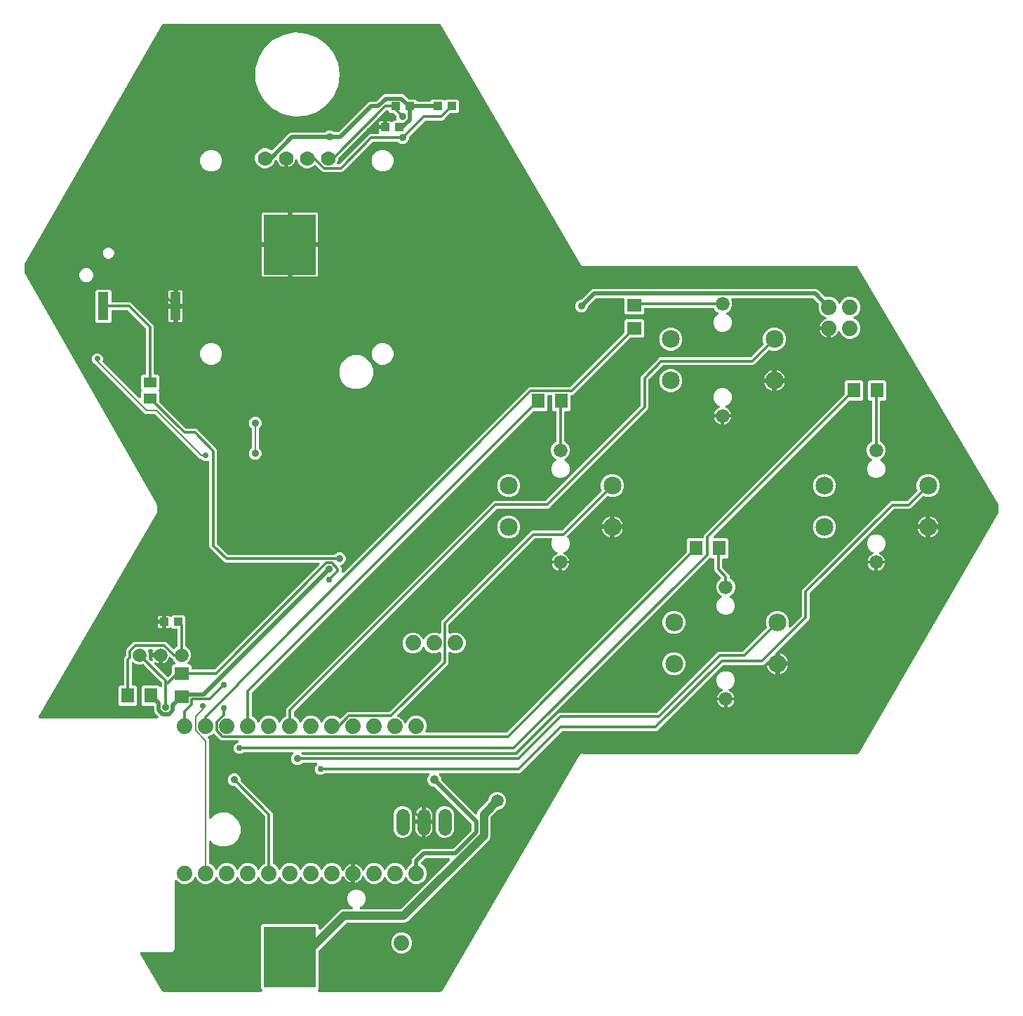
<source format=gbr>
G04 EAGLE Gerber RS-274X export*
G75*
%MOMM*%
%FSLAX34Y34*%
%LPD*%
%AMOC8*
5,1,8,0,0,1.08239X$1,22.5*%
G01*
%ADD10C,2.159000*%
%ADD11C,1.676400*%
%ADD12R,1.100000X1.000000*%
%ADD13C,1.879600*%
%ADD14R,1.300000X3.400000*%
%ADD15R,1.600000X1.800000*%
%ADD16R,1.800000X1.600000*%
%ADD17R,1.600000X1.300000*%
%ADD18C,1.778000*%
%ADD19C,1.625600*%
%ADD20C,1.669600*%
%ADD21R,6.350000X7.340000*%
%ADD22C,0.906400*%
%ADD23C,0.304800*%
%ADD24C,0.756400*%
%ADD25C,0.406400*%
%ADD26C,0.508000*%
%ADD27C,1.050000*%
%ADD28C,0.304800*%
%ADD29C,0.203200*%
%ADD30C,0.706400*%
%ADD31C,1.016000*%
%ADD32C,1.500000*%

G36*
X554177Y36340D02*
X554177Y36340D01*
X554324Y36351D01*
X554350Y36359D01*
X554377Y36363D01*
X554516Y36412D01*
X554656Y36457D01*
X554679Y36471D01*
X554705Y36480D01*
X554829Y36560D01*
X554955Y36635D01*
X554975Y36654D01*
X554998Y36669D01*
X555101Y36775D01*
X555206Y36877D01*
X555225Y36904D01*
X555240Y36920D01*
X555265Y36962D01*
X555346Y37078D01*
X721012Y320718D01*
X721030Y320758D01*
X721104Y320903D01*
X721293Y321360D01*
X721380Y321447D01*
X721426Y321504D01*
X721479Y321555D01*
X721569Y321685D01*
X721597Y321720D01*
X721604Y321735D01*
X721618Y321756D01*
X721680Y321862D01*
X722074Y322161D01*
X722105Y322191D01*
X722230Y322297D01*
X722580Y322647D01*
X722693Y322693D01*
X722757Y322729D01*
X722825Y322756D01*
X722958Y322841D01*
X722998Y322863D01*
X723010Y322874D01*
X723031Y322888D01*
X723129Y322962D01*
X723607Y323087D01*
X723648Y323103D01*
X723803Y323153D01*
X724260Y323343D01*
X724383Y323343D01*
X724456Y323351D01*
X724529Y323350D01*
X724684Y323377D01*
X724729Y323383D01*
X724745Y323388D01*
X724770Y323393D01*
X724888Y323424D01*
X725379Y323357D01*
X725422Y323356D01*
X725585Y323343D01*
X1056944Y323343D01*
X1057091Y323360D01*
X1057240Y323372D01*
X1057265Y323380D01*
X1057291Y323383D01*
X1057430Y323433D01*
X1057572Y323478D01*
X1057594Y323491D01*
X1057619Y323500D01*
X1057744Y323581D01*
X1057871Y323657D01*
X1057889Y323675D01*
X1057911Y323689D01*
X1058015Y323796D01*
X1058121Y323899D01*
X1058139Y323925D01*
X1058154Y323940D01*
X1058178Y323981D01*
X1058261Y324100D01*
X1227121Y614288D01*
X1227162Y614384D01*
X1227213Y614475D01*
X1227232Y614543D01*
X1227260Y614608D01*
X1227279Y614710D01*
X1227308Y614811D01*
X1227315Y614904D01*
X1227324Y614950D01*
X1227322Y614988D01*
X1227327Y615055D01*
X1227327Y623173D01*
X1227315Y623281D01*
X1227312Y623391D01*
X1227295Y623454D01*
X1227287Y623519D01*
X1227250Y623622D01*
X1227222Y623728D01*
X1227185Y623805D01*
X1227170Y623847D01*
X1227148Y623881D01*
X1227115Y623948D01*
X1057014Y911619D01*
X1056927Y911734D01*
X1056846Y911851D01*
X1056822Y911872D01*
X1056803Y911897D01*
X1056693Y911988D01*
X1056587Y912084D01*
X1056559Y912100D01*
X1056535Y912120D01*
X1056407Y912184D01*
X1056282Y912253D01*
X1056252Y912261D01*
X1056223Y912275D01*
X1056084Y912309D01*
X1055946Y912348D01*
X1055908Y912351D01*
X1055884Y912356D01*
X1055835Y912357D01*
X1055703Y912367D01*
X726851Y912367D01*
X726808Y912362D01*
X726647Y912353D01*
X726153Y912287D01*
X726038Y912317D01*
X725965Y912327D01*
X725893Y912348D01*
X725738Y912360D01*
X725693Y912367D01*
X725676Y912365D01*
X725650Y912367D01*
X725530Y912367D01*
X725070Y912558D01*
X725028Y912570D01*
X724876Y912623D01*
X724394Y912750D01*
X724300Y912823D01*
X724236Y912861D01*
X724178Y912906D01*
X724040Y912977D01*
X724000Y913001D01*
X723983Y913006D01*
X723960Y913018D01*
X723850Y913063D01*
X723498Y913416D01*
X723463Y913443D01*
X723343Y913551D01*
X722947Y913852D01*
X722887Y913955D01*
X722842Y914014D01*
X722806Y914079D01*
X722706Y914198D01*
X722678Y914234D01*
X722665Y914245D01*
X722648Y914265D01*
X722563Y914350D01*
X722373Y914810D01*
X722351Y914848D01*
X722282Y914994D01*
X554073Y1203711D01*
X553984Y1203830D01*
X553899Y1203951D01*
X553880Y1203969D01*
X553864Y1203990D01*
X553750Y1204085D01*
X553641Y1204184D01*
X553617Y1204197D01*
X553597Y1204214D01*
X553466Y1204281D01*
X553336Y1204353D01*
X553310Y1204360D01*
X553286Y1204372D01*
X553143Y1204407D01*
X553000Y1204448D01*
X552968Y1204450D01*
X552948Y1204455D01*
X552900Y1204456D01*
X552756Y1204467D01*
X219424Y1204467D01*
X219274Y1204450D01*
X219122Y1204437D01*
X219101Y1204430D01*
X219078Y1204427D01*
X218935Y1204376D01*
X218791Y1204329D01*
X218771Y1204318D01*
X218750Y1204310D01*
X218622Y1204227D01*
X218492Y1204149D01*
X218476Y1204133D01*
X218457Y1204121D01*
X218351Y1204011D01*
X218243Y1203906D01*
X218228Y1203883D01*
X218215Y1203870D01*
X218191Y1203830D01*
X218104Y1203704D01*
X51766Y914801D01*
X51726Y914708D01*
X51677Y914620D01*
X51657Y914549D01*
X51628Y914481D01*
X51610Y914381D01*
X51582Y914284D01*
X51574Y914185D01*
X51566Y914138D01*
X51568Y914102D01*
X51563Y914041D01*
X51563Y904586D01*
X51570Y904525D01*
X51570Y904523D01*
X51571Y904513D01*
X51574Y904489D01*
X51575Y904391D01*
X51594Y904316D01*
X51603Y904239D01*
X51619Y904194D01*
X51621Y904178D01*
X51639Y904134D01*
X51659Y904053D01*
X51704Y903958D01*
X51720Y903911D01*
X51739Y903883D01*
X51740Y903880D01*
X51750Y903854D01*
X51755Y903847D01*
X51763Y903831D01*
X210577Y625277D01*
X210625Y625211D01*
X210664Y625140D01*
X210754Y625035D01*
X210783Y624996D01*
X210800Y624981D01*
X210823Y624954D01*
X210887Y624890D01*
X211088Y624404D01*
X211112Y624361D01*
X211172Y624232D01*
X211433Y623775D01*
X211444Y623685D01*
X211464Y623606D01*
X211473Y623526D01*
X211515Y623394D01*
X211527Y623347D01*
X211537Y623327D01*
X211548Y623293D01*
X211583Y623210D01*
X211583Y622683D01*
X211588Y622635D01*
X211595Y622492D01*
X211661Y621970D01*
X211637Y621883D01*
X211624Y621803D01*
X211602Y621724D01*
X211591Y621587D01*
X211584Y621538D01*
X211586Y621516D01*
X211583Y621481D01*
X211583Y616744D01*
X211591Y616669D01*
X211590Y616594D01*
X211617Y616444D01*
X211623Y616398D01*
X211629Y616381D01*
X211634Y616354D01*
X211663Y616242D01*
X211596Y615745D01*
X211595Y615700D01*
X211583Y615542D01*
X211583Y615040D01*
X211538Y614934D01*
X211518Y614861D01*
X211488Y614793D01*
X211456Y614643D01*
X211443Y614598D01*
X211442Y614580D01*
X211436Y614554D01*
X211421Y614439D01*
X211169Y614005D01*
X211151Y613964D01*
X211078Y613823D01*
X210887Y613360D01*
X210805Y613278D01*
X210758Y613219D01*
X210704Y613167D01*
X210617Y613041D01*
X210588Y613005D01*
X210580Y612989D01*
X210565Y612966D01*
X68691Y368811D01*
X68660Y368740D01*
X68620Y368673D01*
X68590Y368581D01*
X68552Y368492D01*
X68537Y368415D01*
X68514Y368341D01*
X68506Y368245D01*
X68488Y368149D01*
X68492Y368071D01*
X68486Y367994D01*
X68500Y367898D01*
X68505Y367801D01*
X68526Y367726D01*
X68537Y367649D01*
X68573Y367559D01*
X68600Y367466D01*
X68637Y367398D01*
X68666Y367325D01*
X68721Y367246D01*
X68768Y367161D01*
X68821Y367103D01*
X68865Y367039D01*
X68937Y366974D01*
X69002Y366902D01*
X69066Y366858D01*
X69124Y366806D01*
X69209Y366759D01*
X69288Y366703D01*
X69361Y366675D01*
X69429Y366637D01*
X69522Y366611D01*
X69612Y366575D01*
X69689Y366564D01*
X69764Y366542D01*
X69910Y366531D01*
X69957Y366524D01*
X69977Y366525D01*
X70008Y366523D01*
X211720Y366523D01*
X211819Y366534D01*
X211920Y366536D01*
X211992Y366554D01*
X212066Y366563D01*
X212160Y366596D01*
X212258Y366621D01*
X212324Y366655D01*
X212394Y366680D01*
X212478Y366735D01*
X212568Y366781D01*
X212624Y366829D01*
X212687Y366869D01*
X212757Y366941D01*
X212833Y367006D01*
X212877Y367066D01*
X212929Y367120D01*
X212980Y367206D01*
X213040Y367287D01*
X213070Y367355D01*
X213108Y367419D01*
X213138Y367515D01*
X213178Y367607D01*
X213191Y367680D01*
X213214Y367751D01*
X213222Y367851D01*
X213240Y367950D01*
X213236Y368024D01*
X213242Y368098D01*
X213227Y368198D01*
X213222Y368298D01*
X213201Y368369D01*
X213190Y368443D01*
X213153Y368536D01*
X213125Y368633D01*
X213089Y368698D01*
X213061Y368767D01*
X213004Y368849D01*
X212955Y368937D01*
X212890Y369013D01*
X212863Y369053D01*
X212836Y369077D01*
X212797Y369123D01*
X210702Y371217D01*
X208916Y373004D01*
X208065Y375058D01*
X208065Y380128D01*
X208062Y380154D01*
X208064Y380180D01*
X208042Y380327D01*
X208025Y380474D01*
X208017Y380499D01*
X208013Y380525D01*
X207958Y380663D01*
X207908Y380802D01*
X207894Y380824D01*
X207884Y380849D01*
X207799Y380970D01*
X207719Y381095D01*
X207700Y381113D01*
X207685Y381135D01*
X207575Y381234D01*
X207468Y381337D01*
X207446Y381351D01*
X207426Y381368D01*
X207296Y381440D01*
X207169Y381516D01*
X207144Y381524D01*
X207121Y381537D01*
X206978Y381577D01*
X206837Y381622D01*
X206811Y381624D01*
X206786Y381632D01*
X206542Y381651D01*
X195237Y381651D01*
X193451Y383437D01*
X193451Y403963D01*
X195237Y405749D01*
X213763Y405749D01*
X215077Y404435D01*
X215156Y404372D01*
X215228Y404302D01*
X215292Y404264D01*
X215350Y404218D01*
X215441Y404175D01*
X215527Y404124D01*
X215598Y404101D01*
X215665Y404069D01*
X215763Y404048D01*
X215859Y404017D01*
X215933Y404011D01*
X216006Y403996D01*
X216106Y403997D01*
X216206Y403989D01*
X216280Y404000D01*
X216354Y404002D01*
X216451Y404026D01*
X216551Y404041D01*
X216620Y404069D01*
X216692Y404087D01*
X216781Y404133D01*
X216875Y404170D01*
X216936Y404212D01*
X217002Y404246D01*
X217078Y404311D01*
X217161Y404369D01*
X217211Y404424D01*
X217267Y404472D01*
X217327Y404553D01*
X217394Y404628D01*
X217430Y404693D01*
X217475Y404752D01*
X217514Y404845D01*
X217563Y404933D01*
X217583Y405004D01*
X217613Y405072D01*
X217630Y405171D01*
X217658Y405268D01*
X217666Y405368D01*
X217674Y405415D01*
X217672Y405451D01*
X217677Y405512D01*
X217677Y408925D01*
X217663Y409051D01*
X217656Y409177D01*
X217643Y409223D01*
X217637Y409271D01*
X217595Y409390D01*
X217560Y409512D01*
X217536Y409554D01*
X217520Y409599D01*
X217451Y409706D01*
X217390Y409816D01*
X217350Y409862D01*
X217331Y409892D01*
X217296Y409926D01*
X217231Y410002D01*
X195723Y431510D01*
X195663Y431558D01*
X195610Y431612D01*
X195527Y431665D01*
X195450Y431727D01*
X195381Y431759D01*
X195317Y431801D01*
X195224Y431834D01*
X195135Y431876D01*
X195060Y431892D01*
X194988Y431917D01*
X194890Y431928D01*
X194794Y431949D01*
X194718Y431948D01*
X194642Y431956D01*
X194544Y431945D01*
X194446Y431943D01*
X194372Y431924D01*
X194296Y431915D01*
X194154Y431870D01*
X194108Y431858D01*
X194091Y431849D01*
X194063Y431840D01*
X192767Y431303D01*
X188233Y431303D01*
X184044Y433038D01*
X183673Y433409D01*
X183595Y433472D01*
X183522Y433542D01*
X183458Y433580D01*
X183400Y433626D01*
X183309Y433669D01*
X183223Y433721D01*
X183152Y433743D01*
X183085Y433775D01*
X182987Y433796D01*
X182891Y433827D01*
X182817Y433833D01*
X182744Y433848D01*
X182644Y433847D01*
X182544Y433855D01*
X182470Y433844D01*
X182396Y433842D01*
X182299Y433818D01*
X182199Y433803D01*
X182130Y433776D01*
X182058Y433757D01*
X181969Y433711D01*
X181875Y433674D01*
X181814Y433632D01*
X181748Y433598D01*
X181671Y433533D01*
X181589Y433475D01*
X181539Y433420D01*
X181483Y433372D01*
X181423Y433291D01*
X181356Y433217D01*
X181320Y433151D01*
X181275Y433092D01*
X181236Y433000D01*
X181187Y432912D01*
X181167Y432840D01*
X181137Y432772D01*
X181120Y432673D01*
X181092Y432576D01*
X181084Y432476D01*
X181076Y432429D01*
X181078Y432393D01*
X181073Y432332D01*
X181073Y407272D01*
X181076Y407246D01*
X181074Y407220D01*
X181096Y407073D01*
X181113Y406926D01*
X181121Y406901D01*
X181125Y406875D01*
X181180Y406737D01*
X181230Y406598D01*
X181244Y406576D01*
X181254Y406551D01*
X181339Y406430D01*
X181419Y406305D01*
X181438Y406287D01*
X181453Y406265D01*
X181563Y406166D01*
X181670Y406063D01*
X181692Y406049D01*
X181712Y406032D01*
X181842Y405960D01*
X181969Y405884D01*
X181994Y405876D01*
X182017Y405863D01*
X182160Y405823D01*
X182301Y405778D01*
X182327Y405776D01*
X182352Y405768D01*
X182596Y405749D01*
X185763Y405749D01*
X187549Y403963D01*
X187549Y383437D01*
X185763Y381651D01*
X167237Y381651D01*
X165451Y383437D01*
X165451Y403963D01*
X167237Y405749D01*
X170404Y405749D01*
X170430Y405752D01*
X170456Y405750D01*
X170603Y405772D01*
X170750Y405789D01*
X170775Y405797D01*
X170801Y405801D01*
X170939Y405856D01*
X171078Y405906D01*
X171100Y405920D01*
X171125Y405930D01*
X171246Y406015D01*
X171371Y406095D01*
X171389Y406114D01*
X171411Y406129D01*
X171510Y406239D01*
X171613Y406346D01*
X171627Y406368D01*
X171644Y406388D01*
X171716Y406518D01*
X171792Y406645D01*
X171800Y406670D01*
X171813Y406693D01*
X171853Y406836D01*
X171898Y406977D01*
X171900Y407003D01*
X171908Y407028D01*
X171927Y407272D01*
X171927Y438310D01*
X172623Y439990D01*
X174085Y441452D01*
X174164Y441551D01*
X174248Y441645D01*
X174272Y441687D01*
X174302Y441725D01*
X174356Y441839D01*
X174417Y441950D01*
X174430Y441996D01*
X174451Y442040D01*
X174477Y442163D01*
X174512Y442285D01*
X174517Y442346D01*
X174524Y442381D01*
X174523Y442429D01*
X174531Y442529D01*
X174531Y448330D01*
X175227Y450011D01*
X183189Y457973D01*
X184870Y458669D01*
X221530Y458669D01*
X223211Y457973D01*
X224711Y456472D01*
X230756Y450427D01*
X230776Y450411D01*
X230793Y450391D01*
X230913Y450303D01*
X231029Y450211D01*
X231053Y450200D01*
X231074Y450184D01*
X231210Y450125D01*
X231344Y450062D01*
X231370Y450056D01*
X231394Y450046D01*
X231540Y450020D01*
X231685Y449989D01*
X231711Y449989D01*
X231737Y449984D01*
X231885Y449992D01*
X232033Y449994D01*
X232059Y450001D01*
X232085Y450002D01*
X232227Y450043D01*
X232371Y450079D01*
X232394Y450091D01*
X232420Y450099D01*
X232549Y450171D01*
X232681Y450239D01*
X232701Y450256D01*
X232724Y450269D01*
X232910Y450427D01*
X234844Y452362D01*
X235787Y452752D01*
X235854Y452789D01*
X235925Y452818D01*
X236006Y452874D01*
X236092Y452921D01*
X236148Y452973D01*
X236211Y453016D01*
X236277Y453089D01*
X236350Y453156D01*
X236393Y453219D01*
X236444Y453275D01*
X236492Y453361D01*
X236548Y453442D01*
X236576Y453513D01*
X236613Y453580D01*
X236640Y453675D01*
X236676Y453767D01*
X236687Y453842D01*
X236708Y453916D01*
X236720Y454065D01*
X236727Y454111D01*
X236725Y454130D01*
X236727Y454159D01*
X236727Y473028D01*
X236724Y473054D01*
X236726Y473080D01*
X236704Y473227D01*
X236687Y473374D01*
X236679Y473399D01*
X236675Y473425D01*
X236620Y473563D01*
X236570Y473702D01*
X236556Y473724D01*
X236546Y473749D01*
X236461Y473870D01*
X236381Y473995D01*
X236362Y474013D01*
X236347Y474035D01*
X236237Y474134D01*
X236130Y474237D01*
X236108Y474251D01*
X236088Y474268D01*
X235958Y474340D01*
X235831Y474416D01*
X235806Y474424D01*
X235783Y474437D01*
X235640Y474477D01*
X235499Y474522D01*
X235473Y474524D01*
X235448Y474532D01*
X235204Y474551D01*
X230337Y474551D01*
X228959Y475930D01*
X228938Y475946D01*
X228921Y475966D01*
X228802Y476054D01*
X228686Y476146D01*
X228662Y476158D01*
X228641Y476173D01*
X228505Y476232D01*
X228371Y476295D01*
X228345Y476301D01*
X228321Y476311D01*
X228175Y476337D01*
X228030Y476369D01*
X228004Y476368D01*
X227978Y476373D01*
X227829Y476365D01*
X227681Y476363D01*
X227656Y476356D01*
X227630Y476355D01*
X227487Y476314D01*
X227343Y476278D01*
X227320Y476266D01*
X227295Y476258D01*
X227165Y476186D01*
X227034Y476118D01*
X227014Y476101D01*
X226991Y476088D01*
X226872Y475987D01*
X226385Y475706D01*
X225868Y475567D01*
X222599Y475567D01*
X222599Y481624D01*
X222596Y481650D01*
X222598Y481676D01*
X222576Y481823D01*
X222559Y481970D01*
X222551Y481995D01*
X222547Y482021D01*
X222492Y482158D01*
X222442Y482298D01*
X222428Y482320D01*
X222418Y482345D01*
X222333Y482466D01*
X222253Y482591D01*
X222240Y482603D01*
X222285Y482650D01*
X222299Y482673D01*
X222316Y482692D01*
X222388Y482822D01*
X222464Y482949D01*
X222472Y482974D01*
X222485Y482997D01*
X222525Y483140D01*
X222570Y483281D01*
X222572Y483307D01*
X222580Y483332D01*
X222599Y483576D01*
X222599Y489633D01*
X225868Y489633D01*
X226385Y489494D01*
X226866Y489216D01*
X226962Y489146D01*
X227077Y489054D01*
X227101Y489042D01*
X227122Y489027D01*
X227259Y488968D01*
X227393Y488905D01*
X227418Y488899D01*
X227442Y488889D01*
X227589Y488862D01*
X227733Y488831D01*
X227759Y488832D01*
X227785Y488827D01*
X227934Y488835D01*
X228082Y488837D01*
X228107Y488844D01*
X228133Y488845D01*
X228276Y488886D01*
X228420Y488922D01*
X228443Y488934D01*
X228468Y488942D01*
X228598Y489014D01*
X228730Y489082D01*
X228750Y489099D01*
X228772Y489112D01*
X228959Y489270D01*
X230337Y490649D01*
X243863Y490649D01*
X245649Y488863D01*
X245649Y480153D01*
X245649Y480151D01*
X245649Y480149D01*
X245669Y479977D01*
X245689Y479807D01*
X245689Y479805D01*
X245690Y479803D01*
X245765Y479570D01*
X245873Y479310D01*
X245873Y454159D01*
X245881Y454084D01*
X245880Y454007D01*
X245901Y453911D01*
X245913Y453813D01*
X245938Y453741D01*
X245955Y453667D01*
X245997Y453578D01*
X246030Y453485D01*
X246072Y453421D01*
X246104Y453352D01*
X246166Y453275D01*
X246219Y453192D01*
X246274Y453139D01*
X246322Y453079D01*
X246399Y453019D01*
X246470Y452950D01*
X246535Y452911D01*
X246595Y452864D01*
X246728Y452795D01*
X246769Y452771D01*
X246787Y452765D01*
X246813Y452752D01*
X247756Y452362D01*
X250962Y449156D01*
X252697Y444967D01*
X252697Y440433D01*
X250962Y436244D01*
X248766Y434049D01*
X248704Y433971D01*
X248634Y433898D01*
X248596Y433834D01*
X248550Y433776D01*
X248507Y433685D01*
X248455Y433599D01*
X248433Y433528D01*
X248401Y433461D01*
X248380Y433363D01*
X248349Y433267D01*
X248343Y433193D01*
X248328Y433120D01*
X248329Y433020D01*
X248321Y432920D01*
X248332Y432846D01*
X248334Y432772D01*
X248358Y432675D01*
X248373Y432575D01*
X248400Y432506D01*
X248419Y432434D01*
X248465Y432345D01*
X248502Y432251D01*
X248544Y432190D01*
X248578Y432124D01*
X248643Y432048D01*
X248701Y431965D01*
X248756Y431915D01*
X248804Y431859D01*
X248885Y431799D01*
X248959Y431732D01*
X249024Y431696D01*
X249084Y431651D01*
X249177Y431612D01*
X249264Y431563D01*
X249336Y431543D01*
X249404Y431513D01*
X249503Y431496D01*
X249600Y431468D01*
X249700Y431460D01*
X249747Y431452D01*
X249783Y431454D01*
X249844Y431449D01*
X251563Y431449D01*
X253349Y429663D01*
X253349Y426496D01*
X253352Y426470D01*
X253350Y426444D01*
X253372Y426297D01*
X253389Y426150D01*
X253397Y426125D01*
X253401Y426099D01*
X253456Y425961D01*
X253506Y425822D01*
X253520Y425800D01*
X253530Y425775D01*
X253615Y425654D01*
X253695Y425529D01*
X253714Y425511D01*
X253729Y425489D01*
X253839Y425390D01*
X253946Y425287D01*
X253968Y425273D01*
X253988Y425256D01*
X254118Y425184D01*
X254245Y425108D01*
X254270Y425100D01*
X254293Y425087D01*
X254436Y425047D01*
X254577Y425002D01*
X254603Y425000D01*
X254628Y424992D01*
X254872Y424973D01*
X280155Y424973D01*
X280281Y424987D01*
X280407Y424994D01*
X280453Y425007D01*
X280501Y425013D01*
X280620Y425055D01*
X280742Y425090D01*
X280784Y425114D01*
X280830Y425130D01*
X280936Y425199D01*
X281046Y425260D01*
X281092Y425300D01*
X281122Y425319D01*
X281156Y425354D01*
X281232Y425419D01*
X407440Y551627D01*
X407503Y551705D01*
X407573Y551778D01*
X407611Y551842D01*
X407657Y551900D01*
X407700Y551991D01*
X407751Y552077D01*
X407774Y552148D01*
X407806Y552215D01*
X407827Y552313D01*
X407858Y552409D01*
X407864Y552483D01*
X407879Y552556D01*
X407878Y552656D01*
X407886Y552756D01*
X407875Y552830D01*
X407873Y552904D01*
X407849Y553001D01*
X407834Y553101D01*
X407806Y553170D01*
X407788Y553242D01*
X407742Y553332D01*
X407705Y553425D01*
X407663Y553486D01*
X407629Y553552D01*
X407563Y553629D01*
X407506Y553711D01*
X407451Y553761D01*
X407403Y553817D01*
X407322Y553877D01*
X407247Y553944D01*
X407182Y553980D01*
X407123Y554025D01*
X407030Y554064D01*
X406942Y554113D01*
X406871Y554133D01*
X406803Y554163D01*
X406704Y554180D01*
X406607Y554208D01*
X406507Y554216D01*
X406460Y554224D01*
X406424Y554222D01*
X406363Y554227D01*
X294390Y554227D01*
X292710Y554923D01*
X277024Y570609D01*
X275523Y572110D01*
X274827Y573790D01*
X274827Y675646D01*
X274810Y675795D01*
X274798Y675945D01*
X274790Y675968D01*
X274787Y675992D01*
X274737Y676133D01*
X274691Y676276D01*
X274678Y676297D01*
X274670Y676320D01*
X274588Y676446D01*
X274511Y676575D01*
X274494Y676592D01*
X274481Y676613D01*
X274373Y676717D01*
X274268Y676825D01*
X274248Y676838D01*
X274230Y676855D01*
X274101Y676932D01*
X273975Y677013D01*
X273952Y677021D01*
X273931Y677034D01*
X273788Y677080D01*
X273646Y677130D01*
X273622Y677133D01*
X273599Y677140D01*
X273450Y677152D01*
X273300Y677169D01*
X273276Y677166D01*
X273252Y677168D01*
X273103Y677146D01*
X272954Y677128D01*
X272926Y677119D01*
X272907Y677116D01*
X272863Y677099D01*
X272721Y677053D01*
X271819Y676679D01*
X269201Y676679D01*
X266782Y677681D01*
X265714Y678749D01*
X265615Y678828D01*
X265521Y678912D01*
X265479Y678936D01*
X265441Y678966D01*
X265327Y679020D01*
X265216Y679081D01*
X265170Y679094D01*
X265126Y679115D01*
X265003Y679141D01*
X264881Y679176D01*
X264820Y679181D01*
X264785Y679188D01*
X264737Y679187D01*
X264637Y679195D01*
X263746Y679195D01*
X209580Y733361D01*
X209481Y733440D01*
X209388Y733524D01*
X209345Y733548D01*
X209307Y733578D01*
X209193Y733632D01*
X209083Y733693D01*
X209036Y733706D01*
X208992Y733727D01*
X208869Y733753D01*
X208747Y733788D01*
X208686Y733793D01*
X208652Y733800D01*
X208604Y733799D01*
X208503Y733807D01*
X197334Y733807D01*
X138463Y792678D01*
X138462Y792679D01*
X137292Y793849D01*
X137291Y793850D01*
X137289Y793852D01*
X137155Y793958D01*
X137019Y794066D01*
X137017Y794066D01*
X137016Y794068D01*
X136798Y794179D01*
X135972Y794521D01*
X134121Y796372D01*
X133119Y798791D01*
X133119Y801409D01*
X134121Y803828D01*
X135972Y805679D01*
X138391Y806681D01*
X141009Y806681D01*
X143428Y805679D01*
X145279Y803828D01*
X146281Y801409D01*
X146281Y798791D01*
X145957Y798010D01*
X145936Y797937D01*
X145906Y797867D01*
X145889Y797770D01*
X145862Y797675D01*
X145858Y797599D01*
X145844Y797524D01*
X145850Y797425D01*
X145845Y797327D01*
X145858Y797252D01*
X145862Y797176D01*
X145890Y797081D01*
X145907Y796984D01*
X145938Y796914D01*
X145959Y796841D01*
X146007Y796755D01*
X146046Y796665D01*
X146092Y796603D01*
X146129Y796537D01*
X146226Y796423D01*
X146254Y796385D01*
X146269Y796373D01*
X146288Y796350D01*
X189551Y753087D01*
X189629Y753025D01*
X189702Y752955D01*
X189766Y752917D01*
X189824Y752870D01*
X189915Y752827D01*
X190001Y752776D01*
X190072Y752753D01*
X190139Y752721D01*
X190237Y752700D01*
X190333Y752670D01*
X190407Y752664D01*
X190480Y752648D01*
X190580Y752650D01*
X190680Y752642D01*
X190754Y752653D01*
X190828Y752654D01*
X190925Y752679D01*
X191025Y752693D01*
X191094Y752721D01*
X191166Y752739D01*
X191256Y752785D01*
X191349Y752822D01*
X191410Y752865D01*
X191476Y752899D01*
X191553Y752964D01*
X191635Y753021D01*
X191685Y753076D01*
X191741Y753125D01*
X191801Y753205D01*
X191868Y753280D01*
X191904Y753345D01*
X191949Y753405D01*
X191988Y753497D01*
X192037Y753585D01*
X192057Y753657D01*
X192087Y753725D01*
X192104Y753824D01*
X192132Y753920D01*
X192140Y754020D01*
X192148Y754068D01*
X192146Y754104D01*
X192151Y754164D01*
X192151Y760263D01*
X192811Y760923D01*
X192828Y760943D01*
X192848Y760960D01*
X192936Y761080D01*
X193028Y761196D01*
X193039Y761220D01*
X193055Y761241D01*
X193113Y761377D01*
X193177Y761511D01*
X193182Y761537D01*
X193193Y761561D01*
X193219Y761707D01*
X193250Y761852D01*
X193250Y761878D01*
X193254Y761904D01*
X193247Y762052D01*
X193244Y762200D01*
X193238Y762226D01*
X193237Y762252D01*
X193196Y762394D01*
X193159Y762538D01*
X193147Y762562D01*
X193140Y762587D01*
X193068Y762716D01*
X193000Y762848D01*
X192983Y762868D01*
X192970Y762891D01*
X192811Y763077D01*
X192151Y763737D01*
X192151Y779263D01*
X193937Y781049D01*
X197104Y781049D01*
X197130Y781052D01*
X197156Y781050D01*
X197303Y781072D01*
X197450Y781089D01*
X197475Y781097D01*
X197501Y781101D01*
X197639Y781156D01*
X197778Y781206D01*
X197800Y781220D01*
X197825Y781230D01*
X197946Y781315D01*
X198071Y781395D01*
X198089Y781414D01*
X198111Y781429D01*
X198210Y781539D01*
X198313Y781646D01*
X198327Y781668D01*
X198344Y781688D01*
X198416Y781818D01*
X198492Y781945D01*
X198500Y781970D01*
X198513Y781993D01*
X198553Y782136D01*
X198598Y782277D01*
X198600Y782303D01*
X198608Y782328D01*
X198627Y782572D01*
X198627Y835675D01*
X198613Y835801D01*
X198606Y835927D01*
X198593Y835973D01*
X198587Y836021D01*
X198545Y836140D01*
X198510Y836262D01*
X198486Y836304D01*
X198470Y836349D01*
X198401Y836456D01*
X198340Y836566D01*
X198300Y836612D01*
X198281Y836642D01*
X198246Y836676D01*
X198181Y836752D01*
X176352Y858581D01*
X176253Y858660D01*
X176159Y858744D01*
X176117Y858768D01*
X176079Y858798D01*
X175965Y858852D01*
X175854Y858913D01*
X175808Y858926D01*
X175764Y858947D01*
X175641Y858973D01*
X175519Y859008D01*
X175458Y859013D01*
X175423Y859020D01*
X175375Y859019D01*
X175275Y859027D01*
X158072Y859027D01*
X158046Y859024D01*
X158020Y859026D01*
X157873Y859004D01*
X157726Y858987D01*
X157701Y858979D01*
X157675Y858975D01*
X157537Y858920D01*
X157398Y858870D01*
X157376Y858856D01*
X157351Y858846D01*
X157230Y858761D01*
X157105Y858681D01*
X157087Y858662D01*
X157065Y858647D01*
X156966Y858537D01*
X156863Y858430D01*
X156849Y858408D01*
X156832Y858388D01*
X156760Y858258D01*
X156684Y858131D01*
X156676Y858106D01*
X156663Y858083D01*
X156623Y857940D01*
X156578Y857799D01*
X156576Y857773D01*
X156568Y857748D01*
X156549Y857504D01*
X156549Y845337D01*
X154763Y843551D01*
X139237Y843551D01*
X137451Y845337D01*
X137451Y881863D01*
X139237Y883649D01*
X154763Y883649D01*
X156549Y881863D01*
X156549Y869696D01*
X156552Y869670D01*
X156550Y869644D01*
X156572Y869497D01*
X156589Y869350D01*
X156597Y869325D01*
X156601Y869299D01*
X156656Y869161D01*
X156706Y869022D01*
X156720Y869000D01*
X156730Y868975D01*
X156815Y868854D01*
X156895Y868729D01*
X156914Y868711D01*
X156929Y868689D01*
X157039Y868590D01*
X157146Y868487D01*
X157168Y868473D01*
X157188Y868456D01*
X157318Y868384D01*
X157445Y868308D01*
X157470Y868300D01*
X157493Y868287D01*
X157636Y868247D01*
X157777Y868202D01*
X157803Y868200D01*
X157828Y868192D01*
X158072Y868173D01*
X178710Y868173D01*
X180390Y867477D01*
X207077Y840790D01*
X207773Y839110D01*
X207773Y782572D01*
X207776Y782546D01*
X207774Y782520D01*
X207796Y782373D01*
X207813Y782226D01*
X207821Y782201D01*
X207825Y782175D01*
X207880Y782037D01*
X207930Y781898D01*
X207944Y781876D01*
X207954Y781851D01*
X208039Y781730D01*
X208119Y781605D01*
X208138Y781587D01*
X208153Y781565D01*
X208263Y781466D01*
X208370Y781363D01*
X208392Y781349D01*
X208412Y781332D01*
X208542Y781260D01*
X208669Y781184D01*
X208694Y781176D01*
X208717Y781163D01*
X208860Y781123D01*
X209001Y781078D01*
X209027Y781076D01*
X209052Y781068D01*
X209296Y781049D01*
X212463Y781049D01*
X214249Y779263D01*
X214249Y763737D01*
X213589Y763077D01*
X213572Y763057D01*
X213552Y763040D01*
X213464Y762921D01*
X213372Y762804D01*
X213361Y762780D01*
X213345Y762759D01*
X213287Y762623D01*
X213223Y762489D01*
X213218Y762463D01*
X213207Y762439D01*
X213181Y762293D01*
X213150Y762148D01*
X213150Y762122D01*
X213146Y762096D01*
X213153Y761948D01*
X213156Y761800D01*
X213162Y761774D01*
X213163Y761748D01*
X213205Y761606D01*
X213241Y761462D01*
X213253Y761439D01*
X213260Y761413D01*
X213333Y761284D01*
X213400Y761152D01*
X213417Y761132D01*
X213430Y761109D01*
X213589Y760923D01*
X214249Y760263D01*
X214249Y748549D01*
X214263Y748423D01*
X214270Y748297D01*
X214283Y748251D01*
X214289Y748203D01*
X214331Y748084D01*
X214366Y747962D01*
X214390Y747920D01*
X214406Y747875D01*
X214475Y747768D01*
X214536Y747658D01*
X214576Y747612D01*
X214595Y747582D01*
X214630Y747548D01*
X214695Y747472D01*
X245948Y716219D01*
X246047Y716140D01*
X246141Y716056D01*
X246183Y716032D01*
X246221Y716002D01*
X246335Y715948D01*
X246446Y715887D01*
X246492Y715874D01*
X246536Y715853D01*
X246659Y715827D01*
X246781Y715792D01*
X246842Y715787D01*
X246877Y715780D01*
X246925Y715781D01*
X247025Y715773D01*
X258110Y715773D01*
X259790Y715077D01*
X283277Y691590D01*
X283973Y689910D01*
X283973Y577225D01*
X283987Y577099D01*
X283994Y576973D01*
X284007Y576927D01*
X284013Y576879D01*
X284055Y576760D01*
X284090Y576638D01*
X284114Y576596D01*
X284130Y576551D01*
X284199Y576444D01*
X284260Y576334D01*
X284300Y576288D01*
X284319Y576258D01*
X284354Y576224D01*
X284419Y576148D01*
X296748Y563819D01*
X296847Y563740D01*
X296941Y563656D01*
X296983Y563632D01*
X297021Y563602D01*
X297135Y563548D01*
X297246Y563487D01*
X297292Y563474D01*
X297336Y563453D01*
X297459Y563427D01*
X297581Y563392D01*
X297642Y563387D01*
X297677Y563380D01*
X297725Y563381D01*
X297825Y563373D01*
X425021Y563373D01*
X425147Y563387D01*
X425273Y563394D01*
X425319Y563407D01*
X425367Y563413D01*
X425486Y563455D01*
X425608Y563490D01*
X425650Y563514D01*
X425695Y563530D01*
X425802Y563599D01*
X425912Y563660D01*
X425958Y563700D01*
X425988Y563719D01*
X426022Y563754D01*
X426098Y563819D01*
X427506Y565227D01*
X430292Y566381D01*
X433308Y566381D01*
X436094Y565227D01*
X438227Y563094D01*
X439381Y560308D01*
X439381Y557292D01*
X438227Y554506D01*
X436094Y552373D01*
X433900Y551465D01*
X433769Y551392D01*
X433635Y551323D01*
X433617Y551307D01*
X433596Y551295D01*
X433485Y551194D01*
X433370Y551097D01*
X433356Y551078D01*
X433338Y551061D01*
X433252Y550938D01*
X433163Y550817D01*
X433153Y550794D01*
X433139Y550775D01*
X433084Y550635D01*
X433025Y550497D01*
X433021Y550473D01*
X433012Y550450D01*
X432990Y550302D01*
X432963Y550154D01*
X432964Y550130D01*
X432961Y550106D01*
X432973Y549955D01*
X432981Y549806D01*
X432988Y549782D01*
X432990Y549758D01*
X433036Y549615D01*
X433078Y549471D01*
X433089Y549450D01*
X433097Y549427D01*
X433174Y549298D01*
X433248Y549167D01*
X433267Y549144D01*
X433277Y549128D01*
X433310Y549094D01*
X433406Y548980D01*
X433696Y548690D01*
X434392Y547010D01*
X434392Y543347D01*
X434404Y543247D01*
X434406Y543147D01*
X434424Y543075D01*
X434432Y543001D01*
X434466Y542907D01*
X434491Y542809D01*
X434525Y542743D01*
X434550Y542673D01*
X434604Y542589D01*
X434650Y542499D01*
X434699Y542443D01*
X434739Y542380D01*
X434811Y542310D01*
X434876Y542234D01*
X434936Y542190D01*
X434990Y542138D01*
X435076Y542086D01*
X435156Y542027D01*
X435225Y541997D01*
X435289Y541959D01*
X435384Y541928D01*
X435476Y541889D01*
X435550Y541876D01*
X435621Y541853D01*
X435721Y541845D01*
X435819Y541827D01*
X435894Y541831D01*
X435968Y541825D01*
X436067Y541840D01*
X436168Y541845D01*
X436239Y541866D01*
X436313Y541877D01*
X436406Y541914D01*
X436502Y541941D01*
X436567Y541978D01*
X436636Y542005D01*
X436719Y542063D01*
X436807Y542112D01*
X436883Y542177D01*
X436923Y542204D01*
X436946Y542231D01*
X436993Y542270D01*
X658447Y763724D01*
X659947Y765225D01*
X661628Y765921D01*
X709323Y765921D01*
X709449Y765935D01*
X709575Y765942D01*
X709621Y765955D01*
X709669Y765961D01*
X709788Y766003D01*
X709910Y766038D01*
X709952Y766062D01*
X709997Y766078D01*
X710104Y766147D01*
X710214Y766208D01*
X710260Y766248D01*
X710290Y766267D01*
X710324Y766302D01*
X710327Y766305D01*
X710329Y766306D01*
X710331Y766308D01*
X710400Y766367D01*
X774905Y830872D01*
X774984Y830971D01*
X775068Y831065D01*
X775092Y831107D01*
X775122Y831145D01*
X775176Y831259D01*
X775237Y831370D01*
X775250Y831416D01*
X775271Y831460D01*
X775297Y831583D01*
X775332Y831705D01*
X775337Y831766D01*
X775344Y831801D01*
X775343Y831849D01*
X775351Y831949D01*
X775351Y846163D01*
X777137Y847949D01*
X797663Y847949D01*
X799449Y846163D01*
X799449Y827637D01*
X797663Y825851D01*
X783449Y825851D01*
X783323Y825837D01*
X783197Y825830D01*
X783151Y825817D01*
X783103Y825811D01*
X782984Y825769D01*
X782862Y825734D01*
X782820Y825710D01*
X782775Y825694D01*
X782668Y825625D01*
X782558Y825564D01*
X782512Y825524D01*
X782482Y825505D01*
X782448Y825470D01*
X782372Y825405D01*
X715939Y758972D01*
X714438Y757471D01*
X712758Y756775D01*
X712372Y756775D01*
X712346Y756772D01*
X712320Y756774D01*
X712173Y756752D01*
X712026Y756735D01*
X712001Y756727D01*
X711975Y756723D01*
X711837Y756668D01*
X711698Y756618D01*
X711676Y756604D01*
X711651Y756594D01*
X711530Y756509D01*
X711405Y756429D01*
X711387Y756410D01*
X711365Y756395D01*
X711266Y756285D01*
X711163Y756178D01*
X711149Y756156D01*
X711132Y756136D01*
X711060Y756006D01*
X710984Y755879D01*
X710976Y755854D01*
X710963Y755831D01*
X710923Y755688D01*
X710878Y755547D01*
X710876Y755521D01*
X710868Y755496D01*
X710849Y755252D01*
X710849Y739037D01*
X709063Y737251D01*
X704596Y737251D01*
X704570Y737248D01*
X704544Y737250D01*
X704397Y737228D01*
X704250Y737211D01*
X704225Y737203D01*
X704199Y737199D01*
X704061Y737144D01*
X703922Y737094D01*
X703900Y737080D01*
X703875Y737070D01*
X703754Y736985D01*
X703629Y736905D01*
X703611Y736886D01*
X703589Y736871D01*
X703490Y736761D01*
X703387Y736654D01*
X703373Y736632D01*
X703356Y736612D01*
X703284Y736482D01*
X703208Y736355D01*
X703200Y736330D01*
X703187Y736307D01*
X703147Y736164D01*
X703102Y736023D01*
X703100Y735997D01*
X703092Y735972D01*
X703073Y735728D01*
X703073Y701296D01*
X703081Y701220D01*
X703080Y701144D01*
X703101Y701048D01*
X703113Y700950D01*
X703138Y700878D01*
X703155Y700803D01*
X703197Y700715D01*
X703230Y700622D01*
X703272Y700558D01*
X703304Y700489D01*
X703366Y700412D01*
X703419Y700329D01*
X703474Y700276D01*
X703522Y700216D01*
X703599Y700155D01*
X703670Y700087D01*
X703735Y700048D01*
X703795Y700000D01*
X703929Y699932D01*
X703969Y699908D01*
X703987Y699902D01*
X704013Y699889D01*
X704975Y699490D01*
X708190Y696275D01*
X709931Y692074D01*
X709931Y687526D01*
X708190Y683325D01*
X704975Y680110D01*
X704108Y679751D01*
X704021Y679702D01*
X703929Y679662D01*
X703869Y679617D01*
X703804Y679581D01*
X703730Y679514D01*
X703649Y679454D01*
X703601Y679397D01*
X703546Y679347D01*
X703489Y679265D01*
X703424Y679188D01*
X703390Y679122D01*
X703348Y679060D01*
X703311Y678967D01*
X703265Y678878D01*
X703247Y678805D01*
X703220Y678736D01*
X703205Y678637D01*
X703181Y678539D01*
X703180Y678465D01*
X703169Y678391D01*
X703177Y678291D01*
X703176Y678191D01*
X703192Y678118D01*
X703198Y678044D01*
X703229Y677949D01*
X703250Y677850D01*
X703282Y677783D01*
X703305Y677712D01*
X703357Y677626D01*
X703400Y677536D01*
X703446Y677478D01*
X703485Y677414D01*
X703555Y677342D01*
X703617Y677263D01*
X703676Y677217D01*
X703727Y677164D01*
X703812Y677110D01*
X703891Y677047D01*
X703980Y677002D01*
X704021Y676976D01*
X704054Y676964D01*
X704108Y676936D01*
X704759Y676667D01*
X707867Y673559D01*
X709549Y669498D01*
X709549Y665102D01*
X707867Y661041D01*
X704759Y657933D01*
X700698Y656251D01*
X696302Y656251D01*
X692241Y657933D01*
X689133Y661041D01*
X687451Y665102D01*
X687451Y669498D01*
X689133Y673559D01*
X692241Y676667D01*
X692892Y676936D01*
X692979Y676985D01*
X693071Y677025D01*
X693131Y677069D01*
X693196Y677105D01*
X693271Y677173D01*
X693351Y677233D01*
X693399Y677289D01*
X693454Y677339D01*
X693511Y677422D01*
X693576Y677499D01*
X693610Y677565D01*
X693653Y677626D01*
X693689Y677720D01*
X693735Y677809D01*
X693753Y677881D01*
X693780Y677950D01*
X693795Y678050D01*
X693819Y678147D01*
X693820Y678221D01*
X693831Y678295D01*
X693823Y678395D01*
X693824Y678496D01*
X693808Y678568D01*
X693802Y678642D01*
X693771Y678738D01*
X693750Y678836D01*
X693718Y678903D01*
X693695Y678974D01*
X693643Y679060D01*
X693600Y679151D01*
X693554Y679209D01*
X693515Y679273D01*
X693445Y679345D01*
X693383Y679423D01*
X693325Y679469D01*
X693273Y679523D01*
X693188Y679577D01*
X693109Y679639D01*
X693020Y679685D01*
X692979Y679711D01*
X692946Y679723D01*
X692892Y679751D01*
X692025Y680110D01*
X688810Y683325D01*
X687069Y687526D01*
X687069Y692074D01*
X688810Y696275D01*
X692025Y699490D01*
X692987Y699889D01*
X693054Y699926D01*
X693125Y699954D01*
X693205Y700010D01*
X693292Y700058D01*
X693348Y700110D01*
X693411Y700153D01*
X693477Y700226D01*
X693550Y700292D01*
X693593Y700355D01*
X693644Y700412D01*
X693692Y700498D01*
X693748Y700579D01*
X693776Y700650D01*
X693813Y700717D01*
X693840Y700812D01*
X693876Y700903D01*
X693887Y700979D01*
X693908Y701052D01*
X693920Y701201D01*
X693927Y701248D01*
X693925Y701267D01*
X693927Y701296D01*
X693927Y735728D01*
X693924Y735754D01*
X693926Y735780D01*
X693904Y735927D01*
X693887Y736074D01*
X693879Y736099D01*
X693875Y736125D01*
X693820Y736263D01*
X693770Y736402D01*
X693756Y736424D01*
X693746Y736449D01*
X693661Y736570D01*
X693581Y736695D01*
X693562Y736713D01*
X693547Y736735D01*
X693437Y736834D01*
X693330Y736937D01*
X693308Y736951D01*
X693288Y736968D01*
X693158Y737040D01*
X693031Y737116D01*
X693006Y737124D01*
X692983Y737137D01*
X692840Y737177D01*
X692699Y737222D01*
X692673Y737224D01*
X692648Y737232D01*
X692404Y737251D01*
X690537Y737251D01*
X688751Y739037D01*
X688751Y755252D01*
X688748Y755278D01*
X688750Y755304D01*
X688728Y755451D01*
X688711Y755598D01*
X688703Y755623D01*
X688699Y755649D01*
X688644Y755787D01*
X688594Y755926D01*
X688580Y755948D01*
X688570Y755973D01*
X688485Y756094D01*
X688405Y756219D01*
X688386Y756237D01*
X688371Y756259D01*
X688261Y756358D01*
X688154Y756461D01*
X688132Y756475D01*
X688112Y756492D01*
X687982Y756564D01*
X687855Y756640D01*
X687830Y756648D01*
X687807Y756661D01*
X687664Y756701D01*
X687523Y756746D01*
X687497Y756748D01*
X687472Y756756D01*
X687228Y756775D01*
X684372Y756775D01*
X684346Y756772D01*
X684320Y756774D01*
X684173Y756752D01*
X684026Y756735D01*
X684001Y756727D01*
X683975Y756723D01*
X683837Y756668D01*
X683698Y756618D01*
X683676Y756604D01*
X683651Y756594D01*
X683530Y756509D01*
X683405Y756429D01*
X683387Y756410D01*
X683365Y756395D01*
X683266Y756285D01*
X683163Y756178D01*
X683149Y756156D01*
X683132Y756136D01*
X683060Y756006D01*
X682984Y755879D01*
X682976Y755854D01*
X682963Y755831D01*
X682923Y755688D01*
X682878Y755547D01*
X682876Y755521D01*
X682868Y755496D01*
X682849Y755252D01*
X682849Y739037D01*
X681063Y737251D01*
X666849Y737251D01*
X666723Y737237D01*
X666597Y737230D01*
X666551Y737217D01*
X666503Y737211D01*
X666384Y737169D01*
X666262Y737134D01*
X666220Y737110D01*
X666175Y737094D01*
X666068Y737025D01*
X665958Y736964D01*
X665912Y736924D01*
X665882Y736905D01*
X665848Y736870D01*
X665772Y736805D01*
X326329Y397362D01*
X326250Y397263D01*
X326166Y397169D01*
X326142Y397127D01*
X326112Y397089D01*
X326058Y396975D01*
X325997Y396864D01*
X325984Y396818D01*
X325963Y396774D01*
X325937Y396651D01*
X325902Y396529D01*
X325897Y396468D01*
X325890Y396433D01*
X325891Y396385D01*
X325883Y396285D01*
X325883Y369466D01*
X325891Y369390D01*
X325890Y369314D01*
X325911Y369217D01*
X325923Y369120D01*
X325948Y369048D01*
X325965Y368973D01*
X326007Y368884D01*
X326040Y368792D01*
X326082Y368727D01*
X326114Y368658D01*
X326176Y368581D01*
X326229Y368499D01*
X326284Y368446D01*
X326332Y368386D01*
X326409Y368325D01*
X326480Y368257D01*
X326545Y368217D01*
X326605Y368170D01*
X326739Y368102D01*
X326779Y368078D01*
X326797Y368072D01*
X326823Y368059D01*
X328361Y367422D01*
X331862Y363921D01*
X332603Y362132D01*
X332652Y362044D01*
X332692Y361952D01*
X332736Y361892D01*
X332772Y361827D01*
X332839Y361753D01*
X332899Y361672D01*
X332956Y361624D01*
X333006Y361569D01*
X333089Y361512D01*
X333165Y361447D01*
X333232Y361413D01*
X333293Y361371D01*
X333386Y361334D01*
X333476Y361288D01*
X333548Y361270D01*
X333617Y361243D01*
X333716Y361228D01*
X333814Y361204D01*
X333888Y361203D01*
X333962Y361192D01*
X334062Y361201D01*
X334162Y361199D01*
X334235Y361215D01*
X334309Y361221D01*
X334405Y361252D01*
X334503Y361273D01*
X334570Y361305D01*
X334641Y361328D01*
X334727Y361380D01*
X334818Y361423D01*
X334876Y361470D01*
X334939Y361508D01*
X335011Y361578D01*
X335090Y361641D01*
X335136Y361699D01*
X335189Y361751D01*
X335244Y361835D01*
X335306Y361914D01*
X335352Y362004D01*
X335378Y362044D01*
X335390Y362078D01*
X335417Y362132D01*
X336158Y363921D01*
X339659Y367422D01*
X344234Y369317D01*
X349186Y369317D01*
X353761Y367422D01*
X357262Y363921D01*
X358003Y362132D01*
X358052Y362044D01*
X358092Y361952D01*
X358136Y361892D01*
X358172Y361827D01*
X358239Y361753D01*
X358299Y361672D01*
X358356Y361624D01*
X358406Y361569D01*
X358489Y361512D01*
X358565Y361447D01*
X358632Y361413D01*
X358693Y361371D01*
X358786Y361334D01*
X358876Y361288D01*
X358948Y361270D01*
X359017Y361243D01*
X359116Y361228D01*
X359214Y361204D01*
X359288Y361203D01*
X359362Y361192D01*
X359462Y361201D01*
X359562Y361199D01*
X359635Y361215D01*
X359709Y361221D01*
X359805Y361252D01*
X359903Y361273D01*
X359970Y361305D01*
X360041Y361328D01*
X360127Y361380D01*
X360218Y361423D01*
X360276Y361470D01*
X360339Y361508D01*
X360411Y361578D01*
X360490Y361641D01*
X360536Y361699D01*
X360589Y361751D01*
X360644Y361835D01*
X360706Y361914D01*
X360752Y362004D01*
X360778Y362044D01*
X360790Y362078D01*
X360817Y362132D01*
X361558Y363921D01*
X365059Y367422D01*
X366597Y368059D01*
X366664Y368096D01*
X366735Y368124D01*
X366815Y368180D01*
X366902Y368228D01*
X366958Y368279D01*
X367021Y368323D01*
X367087Y368396D01*
X367160Y368462D01*
X367203Y368525D01*
X367254Y368582D01*
X367302Y368668D01*
X367358Y368749D01*
X367386Y368820D01*
X367423Y368887D01*
X367450Y368982D01*
X367486Y369073D01*
X367497Y369149D01*
X367518Y369222D01*
X367530Y369371D01*
X367537Y369418D01*
X367535Y369437D01*
X367537Y369466D01*
X367537Y376830D01*
X368233Y378510D01*
X617697Y627974D01*
X619377Y628670D01*
X679849Y628670D01*
X679975Y628684D01*
X680101Y628691D01*
X680147Y628704D01*
X680195Y628710D01*
X680314Y628752D01*
X680436Y628787D01*
X680478Y628811D01*
X680523Y628827D01*
X680630Y628896D01*
X680740Y628957D01*
X680786Y628997D01*
X680816Y629016D01*
X680850Y629051D01*
X680926Y629116D01*
X794938Y743128D01*
X795017Y743227D01*
X795101Y743321D01*
X795125Y743363D01*
X795155Y743401D01*
X795209Y743515D01*
X795270Y743626D01*
X795283Y743672D01*
X795304Y743716D01*
X795330Y743839D01*
X795365Y743961D01*
X795370Y744022D01*
X795377Y744057D01*
X795376Y744105D01*
X795384Y744205D01*
X795384Y777934D01*
X796080Y779614D01*
X797581Y781115D01*
X816002Y799536D01*
X817503Y801037D01*
X819183Y801733D01*
X927385Y801733D01*
X927511Y801747D01*
X927637Y801754D01*
X927683Y801767D01*
X927731Y801773D01*
X927850Y801815D01*
X927972Y801850D01*
X928014Y801874D01*
X928059Y801890D01*
X928166Y801959D01*
X928276Y802020D01*
X928322Y802060D01*
X928352Y802079D01*
X928386Y802114D01*
X928462Y802179D01*
X943371Y817088D01*
X943418Y817147D01*
X943473Y817201D01*
X943526Y817283D01*
X943587Y817361D01*
X943620Y817430D01*
X943661Y817494D01*
X943694Y817587D01*
X943736Y817676D01*
X943752Y817750D01*
X943778Y817822D01*
X943789Y817920D01*
X943810Y818016D01*
X943808Y818093D01*
X943817Y818169D01*
X943805Y818266D01*
X943804Y818365D01*
X943785Y818439D01*
X943776Y818515D01*
X943730Y818657D01*
X943719Y818703D01*
X943710Y818720D01*
X943701Y818748D01*
X942736Y821076D01*
X942736Y826584D01*
X944844Y831672D01*
X948738Y835566D01*
X953826Y837674D01*
X959334Y837674D01*
X964422Y835566D01*
X968316Y831672D01*
X970424Y826584D01*
X970424Y821076D01*
X968316Y815988D01*
X964422Y812094D01*
X959334Y809986D01*
X953826Y809986D01*
X951498Y810951D01*
X951424Y810972D01*
X951354Y811002D01*
X951257Y811019D01*
X951162Y811047D01*
X951086Y811050D01*
X951011Y811064D01*
X950913Y811059D01*
X950814Y811064D01*
X950739Y811050D01*
X950663Y811046D01*
X950568Y811019D01*
X950471Y811001D01*
X950401Y810970D01*
X950328Y810949D01*
X950242Y810901D01*
X950152Y810862D01*
X950091Y810817D01*
X950024Y810779D01*
X949910Y810682D01*
X949872Y810654D01*
X949860Y810640D01*
X949838Y810621D01*
X932500Y793283D01*
X930820Y792587D01*
X822618Y792587D01*
X822492Y792573D01*
X822366Y792566D01*
X822320Y792553D01*
X822272Y792547D01*
X822153Y792505D01*
X822031Y792470D01*
X821989Y792446D01*
X821944Y792430D01*
X821837Y792361D01*
X821727Y792300D01*
X821681Y792260D01*
X821651Y792241D01*
X821617Y792206D01*
X821541Y792141D01*
X804976Y775576D01*
X804897Y775477D01*
X804813Y775383D01*
X804789Y775341D01*
X804759Y775303D01*
X804705Y775189D01*
X804644Y775078D01*
X804631Y775032D01*
X804610Y774988D01*
X804584Y774865D01*
X804549Y774743D01*
X804544Y774682D01*
X804537Y774647D01*
X804538Y774599D01*
X804530Y774499D01*
X804530Y740770D01*
X803834Y739090D01*
X802333Y737589D01*
X686465Y621721D01*
X684964Y620220D01*
X683284Y619524D01*
X622812Y619524D01*
X622686Y619510D01*
X622560Y619503D01*
X622514Y619490D01*
X622466Y619484D01*
X622347Y619442D01*
X622225Y619407D01*
X622183Y619383D01*
X622138Y619367D01*
X622031Y619298D01*
X621921Y619237D01*
X621875Y619197D01*
X621845Y619178D01*
X621811Y619143D01*
X621735Y619078D01*
X377129Y374472D01*
X377050Y374373D01*
X376966Y374279D01*
X376942Y374237D01*
X376912Y374199D01*
X376858Y374085D01*
X376797Y373974D01*
X376784Y373928D01*
X376763Y373884D01*
X376737Y373761D01*
X376702Y373639D01*
X376697Y373578D01*
X376690Y373543D01*
X376691Y373495D01*
X376683Y373395D01*
X376683Y369466D01*
X376691Y369390D01*
X376690Y369314D01*
X376711Y369217D01*
X376723Y369120D01*
X376748Y369048D01*
X376765Y368973D01*
X376807Y368884D01*
X376840Y368792D01*
X376882Y368727D01*
X376914Y368658D01*
X376976Y368581D01*
X377029Y368499D01*
X377084Y368446D01*
X377132Y368386D01*
X377209Y368325D01*
X377280Y368257D01*
X377345Y368217D01*
X377405Y368170D01*
X377539Y368102D01*
X377579Y368078D01*
X377597Y368072D01*
X377623Y368059D01*
X379161Y367422D01*
X382662Y363921D01*
X383403Y362132D01*
X383452Y362044D01*
X383492Y361952D01*
X383536Y361892D01*
X383572Y361827D01*
X383639Y361753D01*
X383699Y361672D01*
X383756Y361624D01*
X383806Y361569D01*
X383889Y361512D01*
X383965Y361447D01*
X384032Y361413D01*
X384093Y361371D01*
X384186Y361334D01*
X384276Y361288D01*
X384348Y361270D01*
X384417Y361243D01*
X384516Y361228D01*
X384614Y361204D01*
X384688Y361203D01*
X384762Y361192D01*
X384862Y361201D01*
X384962Y361199D01*
X385035Y361215D01*
X385109Y361221D01*
X385205Y361252D01*
X385303Y361273D01*
X385370Y361305D01*
X385441Y361328D01*
X385527Y361380D01*
X385618Y361423D01*
X385676Y361470D01*
X385739Y361508D01*
X385811Y361578D01*
X385890Y361641D01*
X385936Y361699D01*
X385989Y361751D01*
X386044Y361835D01*
X386106Y361914D01*
X386152Y362004D01*
X386178Y362044D01*
X386190Y362078D01*
X386217Y362132D01*
X386958Y363921D01*
X390459Y367422D01*
X395034Y369317D01*
X399986Y369317D01*
X404561Y367422D01*
X408062Y363921D01*
X408803Y362132D01*
X408852Y362044D01*
X408892Y361952D01*
X408936Y361892D01*
X408972Y361827D01*
X409039Y361753D01*
X409099Y361672D01*
X409156Y361624D01*
X409206Y361569D01*
X409289Y361512D01*
X409365Y361447D01*
X409432Y361413D01*
X409493Y361371D01*
X409586Y361334D01*
X409676Y361288D01*
X409748Y361270D01*
X409817Y361243D01*
X409916Y361228D01*
X410014Y361204D01*
X410088Y361203D01*
X410162Y361192D01*
X410262Y361201D01*
X410362Y361199D01*
X410435Y361215D01*
X410509Y361221D01*
X410605Y361252D01*
X410703Y361273D01*
X410770Y361305D01*
X410841Y361328D01*
X410927Y361380D01*
X411018Y361423D01*
X411076Y361470D01*
X411139Y361508D01*
X411211Y361578D01*
X411290Y361641D01*
X411336Y361699D01*
X411389Y361751D01*
X411444Y361835D01*
X411506Y361914D01*
X411552Y362004D01*
X411578Y362044D01*
X411590Y362078D01*
X411617Y362132D01*
X412358Y363921D01*
X415859Y367422D01*
X420434Y369317D01*
X425386Y369317D01*
X429961Y367422D01*
X431300Y366082D01*
X431321Y366066D01*
X431338Y366046D01*
X431457Y365958D01*
X431573Y365866D01*
X431597Y365855D01*
X431618Y365839D01*
X431754Y365780D01*
X431888Y365717D01*
X431914Y365711D01*
X431938Y365701D01*
X432084Y365675D01*
X432229Y365643D01*
X432255Y365644D01*
X432281Y365639D01*
X432429Y365647D01*
X432577Y365649D01*
X432603Y365656D01*
X432629Y365657D01*
X432771Y365698D01*
X432915Y365734D01*
X432939Y365746D01*
X432964Y365754D01*
X433093Y365826D01*
X433225Y365894D01*
X433245Y365911D01*
X433268Y365924D01*
X433454Y366082D01*
X440564Y373193D01*
X442245Y373889D01*
X491430Y373889D01*
X491555Y373903D01*
X491681Y373910D01*
X491728Y373923D01*
X491776Y373929D01*
X491895Y373971D01*
X492016Y374006D01*
X492058Y374030D01*
X492104Y374046D01*
X492210Y374115D01*
X492320Y374176D01*
X492367Y374216D01*
X492397Y374235D01*
X492430Y374270D01*
X492507Y374335D01*
X553870Y435699D01*
X553949Y435798D01*
X554034Y435891D01*
X554057Y435934D01*
X554087Y435972D01*
X554141Y436086D01*
X554202Y436197D01*
X554215Y436243D01*
X554236Y436287D01*
X554263Y436410D01*
X554297Y436532D01*
X554302Y436593D01*
X554309Y436627D01*
X554309Y436675D01*
X554317Y436776D01*
X554317Y444851D01*
X554299Y445000D01*
X554287Y445151D01*
X554279Y445174D01*
X554277Y445198D01*
X554226Y445339D01*
X554180Y445482D01*
X554167Y445503D01*
X554159Y445526D01*
X554078Y445652D01*
X554000Y445781D01*
X553983Y445798D01*
X553970Y445819D01*
X553862Y445924D01*
X553757Y446031D01*
X553737Y446044D01*
X553720Y446061D01*
X553590Y446138D01*
X553464Y446219D01*
X553441Y446227D01*
X553420Y446240D01*
X553278Y446285D01*
X553136Y446336D01*
X553112Y446339D01*
X553089Y446346D01*
X552939Y446358D01*
X552789Y446375D01*
X552765Y446372D01*
X552741Y446374D01*
X552592Y446352D01*
X552443Y446334D01*
X552415Y446325D01*
X552397Y446322D01*
X552353Y446305D01*
X552210Y446259D01*
X548576Y444753D01*
X543624Y444753D01*
X539049Y446648D01*
X535548Y450149D01*
X534807Y451938D01*
X534759Y452026D01*
X534718Y452118D01*
X534674Y452178D01*
X534638Y452243D01*
X534571Y452317D01*
X534511Y452398D01*
X534454Y452446D01*
X534404Y452501D01*
X534321Y452558D01*
X534245Y452623D01*
X534178Y452657D01*
X534117Y452699D01*
X534024Y452736D01*
X533934Y452782D01*
X533862Y452800D01*
X533793Y452827D01*
X533694Y452842D01*
X533596Y452866D01*
X533522Y452867D01*
X533448Y452878D01*
X533348Y452869D01*
X533248Y452871D01*
X533175Y452855D01*
X533101Y452849D01*
X533005Y452818D01*
X532907Y452797D01*
X532840Y452765D01*
X532769Y452742D01*
X532683Y452690D01*
X532592Y452647D01*
X532534Y452600D01*
X532471Y452562D01*
X532399Y452492D01*
X532320Y452429D01*
X532274Y452371D01*
X532221Y452319D01*
X532166Y452235D01*
X532104Y452156D01*
X532058Y452066D01*
X532032Y452026D01*
X532020Y451992D01*
X531993Y451938D01*
X531252Y450149D01*
X527751Y446648D01*
X523176Y444753D01*
X518224Y444753D01*
X513649Y446648D01*
X510148Y450149D01*
X508253Y454724D01*
X508253Y459676D01*
X510148Y464251D01*
X513649Y467752D01*
X518224Y469647D01*
X523176Y469647D01*
X527751Y467752D01*
X531252Y464251D01*
X531993Y462462D01*
X532041Y462374D01*
X532081Y462282D01*
X532126Y462222D01*
X532162Y462157D01*
X532229Y462083D01*
X532289Y462002D01*
X532346Y461954D01*
X532396Y461899D01*
X532479Y461842D01*
X532555Y461777D01*
X532622Y461743D01*
X532683Y461701D01*
X532776Y461664D01*
X532866Y461618D01*
X532938Y461600D01*
X533007Y461573D01*
X533106Y461558D01*
X533204Y461534D01*
X533278Y461533D01*
X533352Y461522D01*
X533452Y461531D01*
X533552Y461529D01*
X533625Y461545D01*
X533699Y461551D01*
X533795Y461582D01*
X533893Y461603D01*
X533960Y461635D01*
X534031Y461658D01*
X534117Y461710D01*
X534208Y461753D01*
X534266Y461800D01*
X534329Y461838D01*
X534401Y461908D01*
X534480Y461971D01*
X534526Y462029D01*
X534579Y462081D01*
X534634Y462165D01*
X534696Y462244D01*
X534742Y462333D01*
X534768Y462374D01*
X534780Y462408D01*
X534807Y462462D01*
X535548Y464251D01*
X539049Y467752D01*
X543624Y469647D01*
X548576Y469647D01*
X552210Y468141D01*
X552356Y468100D01*
X552498Y468054D01*
X552522Y468052D01*
X552546Y468046D01*
X552696Y468038D01*
X552846Y468026D01*
X552869Y468030D01*
X552894Y468029D01*
X553041Y468056D01*
X553190Y468078D01*
X553213Y468087D01*
X553237Y468091D01*
X553375Y468151D01*
X553514Y468207D01*
X553534Y468220D01*
X553556Y468230D01*
X553677Y468320D01*
X553800Y468406D01*
X553816Y468423D01*
X553836Y468438D01*
X553933Y468553D01*
X554034Y468664D01*
X554045Y468685D01*
X554061Y468704D01*
X554129Y468837D01*
X554202Y468969D01*
X554209Y468993D01*
X554220Y469014D01*
X554256Y469160D01*
X554297Y469305D01*
X554299Y469334D01*
X554304Y469352D01*
X554305Y469399D01*
X554317Y469549D01*
X554317Y482150D01*
X555013Y483831D01*
X663406Y592225D01*
X665087Y592921D01*
X699523Y592921D01*
X699649Y592935D01*
X699775Y592942D01*
X699821Y592955D01*
X699869Y592961D01*
X699988Y593003D01*
X700110Y593038D01*
X700152Y593062D01*
X700197Y593078D01*
X700304Y593147D01*
X700414Y593208D01*
X700460Y593248D01*
X700490Y593267D01*
X700524Y593302D01*
X700600Y593367D01*
X747791Y640558D01*
X747838Y640617D01*
X747893Y640671D01*
X747946Y640753D01*
X748007Y640831D01*
X748040Y640900D01*
X748081Y640964D01*
X748114Y641057D01*
X748156Y641146D01*
X748172Y641220D01*
X748198Y641292D01*
X748209Y641390D01*
X748230Y641486D01*
X748228Y641563D01*
X748237Y641639D01*
X748225Y641737D01*
X748224Y641835D01*
X748205Y641909D01*
X748196Y641985D01*
X748150Y642127D01*
X748139Y642173D01*
X748130Y642190D01*
X748121Y642218D01*
X747156Y644546D01*
X747156Y650054D01*
X749264Y655142D01*
X753158Y659036D01*
X758246Y661144D01*
X763754Y661144D01*
X768842Y659036D01*
X772736Y655142D01*
X774844Y650054D01*
X774844Y644546D01*
X772736Y639458D01*
X768842Y635564D01*
X763754Y633456D01*
X758246Y633456D01*
X755918Y634421D01*
X755844Y634442D01*
X755774Y634472D01*
X755677Y634489D01*
X755582Y634517D01*
X755506Y634520D01*
X755431Y634534D01*
X755333Y634529D01*
X755234Y634534D01*
X755159Y634520D01*
X755083Y634516D01*
X754988Y634489D01*
X754891Y634471D01*
X754821Y634440D01*
X754748Y634419D01*
X754662Y634371D01*
X754572Y634332D01*
X754510Y634286D01*
X754444Y634249D01*
X754330Y634152D01*
X754292Y634124D01*
X754280Y634110D01*
X754258Y634091D01*
X706873Y586706D01*
X706857Y586686D01*
X706837Y586669D01*
X706749Y586549D01*
X706657Y586433D01*
X706645Y586410D01*
X706630Y586389D01*
X706571Y586252D01*
X706508Y586118D01*
X706502Y586093D01*
X706492Y586068D01*
X706465Y585922D01*
X706434Y585778D01*
X706435Y585751D01*
X706430Y585725D01*
X706438Y585577D01*
X706440Y585429D01*
X706447Y585404D01*
X706448Y585377D01*
X706489Y585235D01*
X706525Y585091D01*
X706537Y585068D01*
X706544Y585043D01*
X706617Y584913D01*
X706685Y584781D01*
X706702Y584761D01*
X706715Y584738D01*
X706873Y584552D01*
X707867Y583559D01*
X709549Y579498D01*
X709549Y575102D01*
X707867Y571041D01*
X704759Y567933D01*
X702795Y567120D01*
X702760Y567100D01*
X702721Y567087D01*
X702608Y567016D01*
X702491Y566951D01*
X702460Y566923D01*
X702426Y566902D01*
X702332Y566807D01*
X702232Y566717D01*
X702209Y566683D01*
X702181Y566654D01*
X702110Y566540D01*
X702034Y566430D01*
X702019Y566392D01*
X701998Y566357D01*
X701955Y566230D01*
X701906Y566106D01*
X701900Y566065D01*
X701888Y566027D01*
X701875Y565893D01*
X701856Y565761D01*
X701859Y565720D01*
X701855Y565680D01*
X701873Y565547D01*
X701885Y565414D01*
X701897Y565375D01*
X701903Y565335D01*
X701950Y565210D01*
X701992Y565082D01*
X702013Y565047D01*
X702027Y565009D01*
X702102Y564898D01*
X702171Y564783D01*
X702200Y564754D01*
X702222Y564720D01*
X702321Y564630D01*
X702414Y564533D01*
X702448Y564511D01*
X702478Y564484D01*
X702687Y564356D01*
X703958Y563707D01*
X705285Y562744D01*
X706444Y561585D01*
X707408Y560258D01*
X708152Y558798D01*
X708658Y557239D01*
X708728Y556799D01*
X698976Y556799D01*
X698950Y556796D01*
X698924Y556798D01*
X698777Y556776D01*
X698630Y556759D01*
X698605Y556751D01*
X698579Y556747D01*
X698498Y556714D01*
X698460Y556725D01*
X698319Y556770D01*
X698293Y556772D01*
X698268Y556780D01*
X698024Y556799D01*
X688272Y556799D01*
X688342Y557239D01*
X688848Y558798D01*
X689592Y560258D01*
X690556Y561585D01*
X691715Y562744D01*
X693042Y563707D01*
X694313Y564356D01*
X694347Y564378D01*
X694385Y564394D01*
X694492Y564474D01*
X694604Y564548D01*
X694632Y564578D01*
X694664Y564602D01*
X694751Y564704D01*
X694843Y564802D01*
X694863Y564837D01*
X694890Y564868D01*
X694951Y564987D01*
X695018Y565103D01*
X695030Y565142D01*
X695048Y565178D01*
X695081Y565308D01*
X695120Y565436D01*
X695123Y565477D01*
X695132Y565517D01*
X695134Y565651D01*
X695143Y565784D01*
X695137Y565824D01*
X695138Y565865D01*
X695109Y565996D01*
X695087Y566128D01*
X695072Y566166D01*
X695063Y566206D01*
X695006Y566326D01*
X694955Y566450D01*
X694931Y566484D01*
X694913Y566520D01*
X694830Y566625D01*
X694752Y566734D01*
X694721Y566761D01*
X694696Y566793D01*
X694591Y566876D01*
X694490Y566964D01*
X694455Y566983D01*
X694423Y567009D01*
X694205Y567120D01*
X692241Y567933D01*
X689133Y571041D01*
X687451Y575102D01*
X687451Y579498D01*
X688351Y581669D01*
X688392Y581814D01*
X688438Y581957D01*
X688440Y581981D01*
X688446Y582004D01*
X688454Y582155D01*
X688466Y582304D01*
X688462Y582328D01*
X688463Y582352D01*
X688436Y582500D01*
X688414Y582649D01*
X688405Y582671D01*
X688401Y582695D01*
X688341Y582833D01*
X688285Y582973D01*
X688272Y582993D01*
X688262Y583015D01*
X688172Y583136D01*
X688086Y583259D01*
X688068Y583275D01*
X688054Y583295D01*
X687939Y583392D01*
X687828Y583492D01*
X687806Y583504D01*
X687788Y583520D01*
X687654Y583588D01*
X687523Y583661D01*
X687499Y583667D01*
X687478Y583678D01*
X687332Y583715D01*
X687187Y583756D01*
X687158Y583758D01*
X687140Y583763D01*
X687093Y583763D01*
X686943Y583775D01*
X668522Y583775D01*
X668396Y583761D01*
X668270Y583754D01*
X668224Y583741D01*
X668176Y583735D01*
X668057Y583693D01*
X667935Y583658D01*
X667893Y583634D01*
X667847Y583618D01*
X667741Y583549D01*
X667631Y583488D01*
X667585Y583448D01*
X667555Y583429D01*
X667521Y583394D01*
X667445Y583329D01*
X563908Y479793D01*
X563830Y479694D01*
X563745Y479600D01*
X563722Y479558D01*
X563692Y479520D01*
X563638Y479406D01*
X563576Y479295D01*
X563563Y479248D01*
X563543Y479205D01*
X563516Y479081D01*
X563482Y478959D01*
X563477Y478899D01*
X563469Y478864D01*
X563470Y478816D01*
X563462Y478716D01*
X563462Y469623D01*
X563479Y469474D01*
X563492Y469323D01*
X563499Y469300D01*
X563502Y469276D01*
X563553Y469135D01*
X563599Y468992D01*
X563611Y468971D01*
X563619Y468948D01*
X563701Y468822D01*
X563779Y468693D01*
X563795Y468676D01*
X563808Y468655D01*
X563917Y468551D01*
X564021Y468443D01*
X564042Y468430D01*
X564059Y468413D01*
X564188Y468336D01*
X564315Y468255D01*
X564337Y468247D01*
X564358Y468234D01*
X564501Y468189D01*
X564643Y468138D01*
X564667Y468135D01*
X564690Y468128D01*
X564840Y468116D01*
X564989Y468099D01*
X565013Y468102D01*
X565038Y468100D01*
X565186Y468122D01*
X565336Y468140D01*
X565363Y468149D01*
X565382Y468152D01*
X565426Y468169D01*
X565568Y468215D01*
X569024Y469647D01*
X573976Y469647D01*
X578551Y467752D01*
X582052Y464251D01*
X583947Y459676D01*
X583947Y454724D01*
X582052Y450149D01*
X578551Y446648D01*
X573976Y444753D01*
X569024Y444753D01*
X565568Y446185D01*
X565424Y446226D01*
X565281Y446272D01*
X565256Y446274D01*
X565233Y446280D01*
X565083Y446288D01*
X564933Y446300D01*
X564909Y446296D01*
X564885Y446297D01*
X564737Y446270D01*
X564588Y446248D01*
X564566Y446239D01*
X564542Y446235D01*
X564404Y446175D01*
X564265Y446119D01*
X564245Y446106D01*
X564223Y446096D01*
X564102Y446006D01*
X563978Y445920D01*
X563962Y445903D01*
X563943Y445888D01*
X563846Y445773D01*
X563745Y445662D01*
X563733Y445641D01*
X563718Y445622D01*
X563649Y445488D01*
X563576Y445357D01*
X563570Y445333D01*
X563559Y445312D01*
X563523Y445166D01*
X563482Y445021D01*
X563479Y444992D01*
X563475Y444974D01*
X563474Y444927D01*
X563462Y444777D01*
X563462Y433341D01*
X562766Y431660D01*
X561265Y430160D01*
X501535Y370430D01*
X501513Y370402D01*
X501486Y370378D01*
X501405Y370265D01*
X501319Y370157D01*
X501303Y370124D01*
X501282Y370095D01*
X501229Y369967D01*
X501170Y369842D01*
X501162Y369807D01*
X501148Y369773D01*
X501126Y369636D01*
X501096Y369501D01*
X501097Y369465D01*
X501091Y369430D01*
X501100Y369291D01*
X501102Y369152D01*
X501111Y369118D01*
X501113Y369082D01*
X501154Y368949D01*
X501187Y368814D01*
X501204Y368783D01*
X501214Y368748D01*
X501283Y368628D01*
X501347Y368505D01*
X501370Y368477D01*
X501388Y368446D01*
X501483Y368345D01*
X501573Y368239D01*
X501602Y368218D01*
X501626Y368192D01*
X501742Y368114D01*
X501853Y368032D01*
X501886Y368018D01*
X501916Y367998D01*
X502142Y367904D01*
X503498Y367463D01*
X505101Y366646D01*
X506557Y365589D01*
X507829Y364317D01*
X508886Y362861D01*
X509703Y361258D01*
X509813Y360920D01*
X509879Y360775D01*
X509943Y360628D01*
X509952Y360616D01*
X509958Y360603D01*
X510056Y360477D01*
X510151Y360348D01*
X510162Y360339D01*
X510171Y360328D01*
X510295Y360227D01*
X510417Y360123D01*
X510430Y360117D01*
X510441Y360108D01*
X510586Y360037D01*
X510727Y359965D01*
X510741Y359961D01*
X510754Y359955D01*
X510912Y359919D01*
X511066Y359880D01*
X511080Y359880D01*
X511094Y359877D01*
X511254Y359878D01*
X511414Y359875D01*
X511428Y359878D01*
X511443Y359879D01*
X511598Y359916D01*
X511755Y359950D01*
X511768Y359956D01*
X511782Y359959D01*
X511926Y360031D01*
X512069Y360099D01*
X512080Y360108D01*
X512094Y360115D01*
X512217Y360217D01*
X512342Y360317D01*
X512351Y360328D01*
X512362Y360337D01*
X512459Y360465D01*
X512558Y360590D01*
X512565Y360606D01*
X512573Y360615D01*
X512588Y360650D01*
X512669Y360808D01*
X513958Y363921D01*
X517459Y367422D01*
X522034Y369317D01*
X526986Y369317D01*
X531561Y367422D01*
X535062Y363921D01*
X536957Y359346D01*
X536957Y354394D01*
X535593Y351103D01*
X535552Y350958D01*
X535506Y350815D01*
X535504Y350791D01*
X535498Y350768D01*
X535490Y350617D01*
X535478Y350468D01*
X535482Y350444D01*
X535481Y350420D01*
X535508Y350272D01*
X535530Y350123D01*
X535539Y350101D01*
X535543Y350077D01*
X535603Y349939D01*
X535659Y349799D01*
X535673Y349779D01*
X535682Y349757D01*
X535772Y349636D01*
X535858Y349513D01*
X535876Y349497D01*
X535890Y349477D01*
X536005Y349380D01*
X536117Y349280D01*
X536138Y349268D01*
X536156Y349252D01*
X536290Y349184D01*
X536422Y349111D01*
X536445Y349105D01*
X536466Y349094D01*
X536612Y349057D01*
X536757Y349016D01*
X536786Y349014D01*
X536805Y349009D01*
X536852Y349009D01*
X537001Y348997D01*
X632699Y348997D01*
X632825Y349011D01*
X632951Y349018D01*
X632997Y349031D01*
X633045Y349037D01*
X633164Y349079D01*
X633286Y349114D01*
X633328Y349138D01*
X633373Y349154D01*
X633480Y349223D01*
X633590Y349284D01*
X633636Y349324D01*
X633666Y349343D01*
X633700Y349378D01*
X633776Y349443D01*
X850805Y566472D01*
X850884Y566571D01*
X850968Y566665D01*
X850992Y566707D01*
X851022Y566745D01*
X851076Y566859D01*
X851137Y566970D01*
X851150Y567016D01*
X851171Y567060D01*
X851197Y567183D01*
X851232Y567305D01*
X851237Y567366D01*
X851244Y567401D01*
X851243Y567449D01*
X851251Y567549D01*
X851251Y581763D01*
X853037Y583549D01*
X869792Y583549D01*
X869818Y583552D01*
X869844Y583550D01*
X869991Y583572D01*
X870138Y583589D01*
X870163Y583597D01*
X870189Y583601D01*
X870327Y583656D01*
X870466Y583706D01*
X870488Y583720D01*
X870513Y583730D01*
X870634Y583815D01*
X870759Y583895D01*
X870777Y583914D01*
X870799Y583929D01*
X870898Y584039D01*
X871001Y584146D01*
X871015Y584168D01*
X871032Y584188D01*
X871104Y584318D01*
X871180Y584445D01*
X871188Y584470D01*
X871201Y584493D01*
X871241Y584636D01*
X871286Y584777D01*
X871288Y584803D01*
X871296Y584828D01*
X871315Y585072D01*
X871315Y585998D01*
X872011Y587678D01*
X1041305Y756972D01*
X1041384Y757071D01*
X1041468Y757165D01*
X1041492Y757207D01*
X1041522Y757245D01*
X1041576Y757359D01*
X1041637Y757470D01*
X1041650Y757516D01*
X1041671Y757560D01*
X1041697Y757683D01*
X1041732Y757805D01*
X1041737Y757866D01*
X1041744Y757901D01*
X1041743Y757949D01*
X1041751Y758049D01*
X1041751Y772263D01*
X1043537Y774049D01*
X1062063Y774049D01*
X1063849Y772263D01*
X1063849Y751737D01*
X1062063Y749951D01*
X1047849Y749951D01*
X1047723Y749937D01*
X1047597Y749930D01*
X1047551Y749917D01*
X1047503Y749911D01*
X1047384Y749869D01*
X1047262Y749834D01*
X1047220Y749810D01*
X1047175Y749794D01*
X1047068Y749725D01*
X1046958Y749664D01*
X1046912Y749624D01*
X1046882Y749605D01*
X1046848Y749570D01*
X1046772Y749505D01*
X883416Y586149D01*
X883354Y586071D01*
X883284Y585998D01*
X883245Y585934D01*
X883199Y585876D01*
X883156Y585785D01*
X883105Y585699D01*
X883082Y585628D01*
X883050Y585561D01*
X883029Y585463D01*
X882999Y585367D01*
X882993Y585293D01*
X882977Y585220D01*
X882979Y585120D01*
X882971Y585020D01*
X882982Y584946D01*
X882983Y584872D01*
X883007Y584775D01*
X883022Y584675D01*
X883050Y584606D01*
X883068Y584534D01*
X883114Y584444D01*
X883151Y584351D01*
X883193Y584290D01*
X883228Y584224D01*
X883293Y584147D01*
X883350Y584065D01*
X883405Y584015D01*
X883453Y583959D01*
X883534Y583899D01*
X883609Y583832D01*
X883674Y583796D01*
X883734Y583751D01*
X883826Y583712D01*
X883914Y583663D01*
X883985Y583643D01*
X884054Y583613D01*
X884152Y583596D01*
X884249Y583568D01*
X884349Y583560D01*
X884397Y583552D01*
X884432Y583554D01*
X884493Y583549D01*
X899563Y583549D01*
X901349Y581763D01*
X901349Y561237D01*
X899563Y559451D01*
X895096Y559451D01*
X895070Y559448D01*
X895044Y559450D01*
X894897Y559428D01*
X894750Y559411D01*
X894725Y559403D01*
X894699Y559399D01*
X894561Y559344D01*
X894422Y559294D01*
X894400Y559280D01*
X894375Y559270D01*
X894254Y559185D01*
X894129Y559105D01*
X894111Y559086D01*
X894089Y559071D01*
X893990Y558961D01*
X893887Y558854D01*
X893873Y558832D01*
X893856Y558812D01*
X893784Y558682D01*
X893708Y558555D01*
X893700Y558530D01*
X893687Y558507D01*
X893647Y558364D01*
X893602Y558223D01*
X893600Y558197D01*
X893592Y558172D01*
X893573Y557928D01*
X893573Y548625D01*
X893587Y548499D01*
X893594Y548373D01*
X893607Y548327D01*
X893613Y548279D01*
X893655Y548160D01*
X893690Y548038D01*
X893714Y547996D01*
X893730Y547951D01*
X893799Y547844D01*
X893860Y547734D01*
X893900Y547688D01*
X893919Y547658D01*
X893954Y547624D01*
X894019Y547548D01*
X901767Y539800D01*
X902463Y538120D01*
X902463Y536196D01*
X902471Y536120D01*
X902470Y536044D01*
X902491Y535948D01*
X902503Y535850D01*
X902528Y535778D01*
X902545Y535703D01*
X902587Y535615D01*
X902620Y535522D01*
X902662Y535458D01*
X902694Y535389D01*
X902756Y535312D01*
X902809Y535229D01*
X902864Y535176D01*
X902912Y535116D01*
X902989Y535055D01*
X903060Y534987D01*
X903125Y534948D01*
X903185Y534900D01*
X903318Y534832D01*
X903359Y534808D01*
X903377Y534802D01*
X903403Y534789D01*
X904365Y534390D01*
X907580Y531175D01*
X909321Y526974D01*
X909321Y522426D01*
X907580Y518225D01*
X904365Y515010D01*
X903498Y514651D01*
X903411Y514602D01*
X903319Y514562D01*
X903259Y514517D01*
X903194Y514481D01*
X903120Y514414D01*
X903039Y514354D01*
X902991Y514297D01*
X902936Y514247D01*
X902879Y514165D01*
X902814Y514088D01*
X902780Y514022D01*
X902738Y513960D01*
X902701Y513867D01*
X902655Y513778D01*
X902637Y513705D01*
X902610Y513636D01*
X902595Y513537D01*
X902571Y513439D01*
X902570Y513365D01*
X902559Y513291D01*
X902567Y513191D01*
X902566Y513091D01*
X902582Y513018D01*
X902588Y512944D01*
X902619Y512849D01*
X902640Y512750D01*
X902672Y512683D01*
X902695Y512612D01*
X902747Y512526D01*
X902790Y512436D01*
X902836Y512378D01*
X902875Y512314D01*
X902945Y512242D01*
X903007Y512163D01*
X903066Y512117D01*
X903117Y512064D01*
X903202Y512010D01*
X903281Y511947D01*
X903370Y511902D01*
X903411Y511876D01*
X903444Y511864D01*
X903498Y511836D01*
X904149Y511567D01*
X907257Y508459D01*
X908939Y504398D01*
X908939Y500002D01*
X907257Y495941D01*
X904149Y492833D01*
X900088Y491151D01*
X895692Y491151D01*
X891631Y492833D01*
X888523Y495941D01*
X886841Y500002D01*
X886841Y504398D01*
X888523Y508459D01*
X891631Y511567D01*
X892282Y511836D01*
X892369Y511885D01*
X892461Y511925D01*
X892521Y511969D01*
X892586Y512005D01*
X892661Y512073D01*
X892741Y512133D01*
X892789Y512189D01*
X892844Y512239D01*
X892901Y512322D01*
X892966Y512399D01*
X893000Y512465D01*
X893043Y512526D01*
X893079Y512620D01*
X893125Y512709D01*
X893143Y512781D01*
X893170Y512850D01*
X893185Y512950D01*
X893209Y513047D01*
X893210Y513121D01*
X893221Y513195D01*
X893213Y513295D01*
X893214Y513396D01*
X893198Y513468D01*
X893192Y513542D01*
X893161Y513638D01*
X893140Y513736D01*
X893108Y513803D01*
X893085Y513874D01*
X893033Y513960D01*
X892990Y514051D01*
X892944Y514109D01*
X892905Y514173D01*
X892835Y514245D01*
X892773Y514323D01*
X892715Y514369D01*
X892663Y514423D01*
X892578Y514477D01*
X892499Y514539D01*
X892410Y514585D01*
X892369Y514611D01*
X892336Y514623D01*
X892282Y514651D01*
X891415Y515010D01*
X888200Y518225D01*
X886459Y522426D01*
X886459Y526974D01*
X888200Y531175D01*
X891448Y534424D01*
X891573Y534488D01*
X891592Y534504D01*
X891613Y534516D01*
X891724Y534617D01*
X891839Y534714D01*
X891853Y534733D01*
X891871Y534750D01*
X891956Y534873D01*
X892046Y534994D01*
X892055Y535017D01*
X892069Y535036D01*
X892124Y535176D01*
X892184Y535314D01*
X892188Y535338D01*
X892197Y535361D01*
X892219Y535509D01*
X892246Y535657D01*
X892244Y535681D01*
X892248Y535705D01*
X892235Y535855D01*
X892228Y536005D01*
X892221Y536029D01*
X892219Y536053D01*
X892173Y536195D01*
X892131Y536340D01*
X892119Y536361D01*
X892112Y536384D01*
X892035Y536513D01*
X891961Y536644D01*
X891942Y536667D01*
X891932Y536683D01*
X891899Y536717D01*
X891802Y536831D01*
X886624Y542009D01*
X885123Y543510D01*
X884427Y545190D01*
X884427Y557928D01*
X884424Y557954D01*
X884426Y557980D01*
X884404Y558127D01*
X884387Y558274D01*
X884379Y558299D01*
X884375Y558325D01*
X884320Y558463D01*
X884270Y558602D01*
X884256Y558624D01*
X884246Y558649D01*
X884161Y558770D01*
X884081Y558895D01*
X884062Y558913D01*
X884047Y558935D01*
X883938Y559034D01*
X883830Y559137D01*
X883808Y559151D01*
X883788Y559168D01*
X883658Y559240D01*
X883531Y559316D01*
X883506Y559324D01*
X883483Y559337D01*
X883340Y559377D01*
X883199Y559422D01*
X883173Y559424D01*
X883148Y559432D01*
X882904Y559451D01*
X881037Y559451D01*
X880610Y559878D01*
X880589Y559895D01*
X880572Y559915D01*
X880489Y559976D01*
X880421Y560038D01*
X880382Y560059D01*
X880337Y560095D01*
X880313Y560106D01*
X880292Y560122D01*
X880186Y560168D01*
X880116Y560206D01*
X880080Y560216D01*
X880022Y560244D01*
X879996Y560250D01*
X879972Y560260D01*
X879846Y560283D01*
X879781Y560301D01*
X879742Y560304D01*
X879681Y560317D01*
X879655Y560317D01*
X879629Y560322D01*
X879566Y560318D01*
X879537Y560321D01*
X879529Y560321D01*
X879468Y560314D01*
X879333Y560311D01*
X879307Y560305D01*
X879281Y560304D01*
X879215Y560285D01*
X879183Y560281D01*
X879115Y560257D01*
X878995Y560226D01*
X878971Y560214D01*
X878946Y560207D01*
X878892Y560177D01*
X878855Y560163D01*
X878785Y560118D01*
X878685Y560067D01*
X878665Y560050D01*
X878642Y560037D01*
X878589Y559992D01*
X878562Y559974D01*
X878531Y559943D01*
X878456Y559878D01*
X644901Y326323D01*
X643220Y325627D01*
X387271Y325627D01*
X387171Y325616D01*
X387071Y325614D01*
X386999Y325596D01*
X386925Y325587D01*
X386830Y325554D01*
X386733Y325529D01*
X386667Y325495D01*
X386597Y325470D01*
X386512Y325415D01*
X386423Y325369D01*
X386366Y325321D01*
X386304Y325281D01*
X386234Y325209D01*
X386158Y325144D01*
X386113Y325084D01*
X386062Y325030D01*
X386010Y324944D01*
X385950Y324863D01*
X385921Y324795D01*
X385883Y324731D01*
X385852Y324636D01*
X385812Y324543D01*
X385799Y324470D01*
X385777Y324399D01*
X385768Y324299D01*
X385751Y324200D01*
X385755Y324126D01*
X385749Y324052D01*
X385763Y323953D01*
X385769Y323852D01*
X385789Y323781D01*
X385800Y323707D01*
X385837Y323614D01*
X385865Y323517D01*
X385902Y323452D01*
X385929Y323383D01*
X385986Y323301D01*
X386035Y323213D01*
X386100Y323137D01*
X386128Y323097D01*
X386154Y323073D01*
X386194Y323027D01*
X386702Y322519D01*
X386801Y322440D01*
X386895Y322356D01*
X386937Y322332D01*
X386975Y322302D01*
X387089Y322248D01*
X387200Y322187D01*
X387246Y322174D01*
X387290Y322153D01*
X387414Y322127D01*
X387535Y322092D01*
X387596Y322087D01*
X387631Y322080D01*
X387679Y322081D01*
X387779Y322073D01*
X645175Y322073D01*
X645301Y322087D01*
X645427Y322094D01*
X645473Y322107D01*
X645521Y322113D01*
X645640Y322155D01*
X645762Y322190D01*
X645804Y322214D01*
X645849Y322230D01*
X645956Y322299D01*
X646066Y322360D01*
X646112Y322400D01*
X646142Y322419D01*
X646176Y322454D01*
X646252Y322519D01*
X695910Y372177D01*
X697590Y372873D01*
X814251Y372873D01*
X814376Y372887D01*
X814503Y372894D01*
X814549Y372907D01*
X814597Y372913D01*
X814716Y372955D01*
X814837Y372990D01*
X814880Y373014D01*
X814925Y373030D01*
X815031Y373099D01*
X815142Y373160D01*
X815188Y373200D01*
X815218Y373219D01*
X815251Y373254D01*
X815328Y373319D01*
X888183Y446175D01*
X889864Y446871D01*
X917963Y446871D01*
X918089Y446885D01*
X918215Y446892D01*
X918261Y446905D01*
X918309Y446911D01*
X918428Y446953D01*
X918550Y446988D01*
X918592Y447012D01*
X918637Y447028D01*
X918744Y447097D01*
X918854Y447158D01*
X918900Y447198D01*
X918930Y447217D01*
X918964Y447252D01*
X919040Y447317D01*
X947181Y475458D01*
X947228Y475517D01*
X947283Y475571D01*
X947336Y475653D01*
X947397Y475731D01*
X947430Y475800D01*
X947471Y475864D01*
X947504Y475957D01*
X947546Y476046D01*
X947562Y476120D01*
X947588Y476192D01*
X947594Y476243D01*
X947595Y476247D01*
X947597Y476274D01*
X947599Y476290D01*
X947620Y476386D01*
X947618Y476463D01*
X947627Y476539D01*
X947622Y476581D01*
X947623Y476594D01*
X947615Y476646D01*
X947614Y476735D01*
X947595Y476809D01*
X947586Y476885D01*
X947573Y476924D01*
X947571Y476939D01*
X947557Y476974D01*
X947540Y477027D01*
X947529Y477073D01*
X947520Y477090D01*
X947511Y477118D01*
X946546Y479446D01*
X946546Y484954D01*
X948654Y490042D01*
X952548Y493936D01*
X957636Y496044D01*
X963144Y496044D01*
X968232Y493936D01*
X972126Y490042D01*
X974234Y484954D01*
X974234Y479446D01*
X973530Y477747D01*
X973516Y477698D01*
X973494Y477653D01*
X973468Y477532D01*
X973434Y477412D01*
X973432Y477361D01*
X973421Y477312D01*
X973423Y477188D01*
X973417Y477063D01*
X973426Y477014D01*
X973427Y476964D01*
X973457Y476843D01*
X973480Y476721D01*
X973500Y476674D01*
X973512Y476626D01*
X973569Y476515D01*
X973619Y476401D01*
X973649Y476361D01*
X973672Y476316D01*
X973752Y476221D01*
X973826Y476121D01*
X973865Y476089D01*
X973897Y476050D01*
X973998Y475976D01*
X974092Y475896D01*
X974137Y475873D01*
X974178Y475843D01*
X974292Y475794D01*
X974403Y475737D01*
X974452Y475725D01*
X974498Y475705D01*
X974620Y475683D01*
X974741Y475653D01*
X974791Y475653D01*
X974841Y475644D01*
X974965Y475650D01*
X975089Y475648D01*
X975139Y475659D01*
X975189Y475662D01*
X975308Y475696D01*
X975430Y475722D01*
X975475Y475744D01*
X975524Y475758D01*
X975632Y475819D01*
X975745Y475872D01*
X975784Y475904D01*
X975828Y475928D01*
X976014Y476087D01*
X989534Y489607D01*
X989613Y489706D01*
X989697Y489800D01*
X989721Y489842D01*
X989751Y489880D01*
X989805Y489994D01*
X989866Y490105D01*
X989879Y490151D01*
X989900Y490195D01*
X989926Y490318D01*
X989961Y490440D01*
X989966Y490501D01*
X989973Y490536D01*
X989972Y490584D01*
X989980Y490684D01*
X989980Y520317D01*
X990676Y521998D01*
X1096463Y627785D01*
X1098144Y628481D01*
X1116083Y628481D01*
X1116209Y628495D01*
X1116335Y628502D01*
X1116381Y628515D01*
X1116429Y628521D01*
X1116548Y628563D01*
X1116670Y628598D01*
X1116712Y628622D01*
X1116757Y628638D01*
X1116864Y628707D01*
X1116974Y628768D01*
X1117020Y628808D01*
X1117050Y628827D01*
X1117084Y628862D01*
X1117160Y628927D01*
X1128791Y640558D01*
X1128838Y640617D01*
X1128893Y640671D01*
X1128946Y640753D01*
X1129007Y640831D01*
X1129040Y640900D01*
X1129081Y640964D01*
X1129114Y641057D01*
X1129156Y641146D01*
X1129172Y641220D01*
X1129198Y641292D01*
X1129209Y641390D01*
X1129230Y641486D01*
X1129228Y641563D01*
X1129237Y641639D01*
X1129225Y641737D01*
X1129224Y641835D01*
X1129205Y641909D01*
X1129196Y641985D01*
X1129150Y642127D01*
X1129139Y642173D01*
X1129130Y642190D01*
X1129121Y642218D01*
X1128156Y644546D01*
X1128156Y650054D01*
X1130264Y655142D01*
X1134158Y659036D01*
X1139246Y661144D01*
X1144754Y661144D01*
X1149842Y659036D01*
X1153736Y655142D01*
X1155844Y650054D01*
X1155844Y644546D01*
X1153736Y639458D01*
X1149842Y635564D01*
X1144754Y633456D01*
X1139246Y633456D01*
X1136918Y634421D01*
X1136844Y634442D01*
X1136774Y634472D01*
X1136677Y634489D01*
X1136582Y634517D01*
X1136506Y634520D01*
X1136431Y634534D01*
X1136333Y634529D01*
X1136234Y634534D01*
X1136159Y634520D01*
X1136083Y634516D01*
X1135988Y634489D01*
X1135891Y634471D01*
X1135821Y634440D01*
X1135748Y634419D01*
X1135662Y634371D01*
X1135572Y634332D01*
X1135511Y634287D01*
X1135444Y634249D01*
X1135330Y634152D01*
X1135292Y634124D01*
X1135280Y634110D01*
X1135258Y634091D01*
X1121198Y620031D01*
X1119518Y619335D01*
X1101579Y619335D01*
X1101453Y619321D01*
X1101327Y619314D01*
X1101281Y619301D01*
X1101233Y619295D01*
X1101114Y619253D01*
X1100992Y619218D01*
X1100950Y619194D01*
X1100904Y619178D01*
X1100798Y619109D01*
X1100688Y619048D01*
X1100642Y619008D01*
X1100612Y618989D01*
X1100578Y618954D01*
X1100502Y618889D01*
X999572Y517959D01*
X999493Y517860D01*
X999409Y517766D01*
X999385Y517724D01*
X999355Y517686D01*
X999301Y517572D01*
X999240Y517461D01*
X999227Y517415D01*
X999206Y517371D01*
X999180Y517248D01*
X999145Y517126D01*
X999140Y517065D01*
X999133Y517030D01*
X999134Y516982D01*
X999126Y516882D01*
X999126Y487249D01*
X998430Y485568D01*
X957837Y444976D01*
X957758Y444877D01*
X957674Y444783D01*
X957650Y444741D01*
X957620Y444703D01*
X957566Y444589D01*
X957505Y444478D01*
X957492Y444431D01*
X957471Y444388D01*
X957445Y444264D01*
X957410Y444142D01*
X957405Y444082D01*
X957398Y444047D01*
X957399Y443999D01*
X957391Y443899D01*
X957391Y435199D01*
X948691Y435199D01*
X948566Y435185D01*
X948439Y435178D01*
X948393Y435165D01*
X948345Y435159D01*
X948226Y435117D01*
X948105Y435082D01*
X948062Y435058D01*
X948017Y435042D01*
X947911Y434973D01*
X947800Y434912D01*
X947754Y434872D01*
X947724Y434853D01*
X947691Y434818D01*
X947614Y434753D01*
X944405Y431543D01*
X942724Y430847D01*
X895681Y430847D01*
X895555Y430833D01*
X895429Y430826D01*
X895382Y430813D01*
X895334Y430807D01*
X895215Y430765D01*
X895094Y430730D01*
X895052Y430706D01*
X895006Y430690D01*
X894900Y430621D01*
X894790Y430560D01*
X894743Y430520D01*
X894713Y430501D01*
X894711Y430498D01*
X894679Y430466D01*
X894603Y430401D01*
X815926Y351723D01*
X814245Y351027D01*
X701025Y351027D01*
X700899Y351013D01*
X700773Y351006D01*
X700727Y350993D01*
X700679Y350987D01*
X700560Y350945D01*
X700438Y350910D01*
X700396Y350886D01*
X700351Y350870D01*
X700244Y350801D01*
X700134Y350740D01*
X700088Y350700D01*
X700058Y350681D01*
X700024Y350646D01*
X699948Y350581D01*
X651791Y302424D01*
X650290Y300923D01*
X648610Y300227D01*
X553386Y300227D01*
X553287Y300216D01*
X553186Y300214D01*
X553114Y300196D01*
X553040Y300187D01*
X552945Y300153D01*
X552848Y300129D01*
X552782Y300095D01*
X552712Y300070D01*
X552628Y300015D01*
X552538Y299969D01*
X552482Y299921D01*
X552419Y299881D01*
X552349Y299809D01*
X552273Y299744D01*
X552229Y299684D01*
X552177Y299630D01*
X552125Y299544D01*
X552066Y299463D01*
X552036Y299395D01*
X551998Y299331D01*
X551968Y299235D01*
X551928Y299143D01*
X551915Y299070D01*
X551892Y298999D01*
X551884Y298899D01*
X551866Y298800D01*
X551870Y298726D01*
X551864Y298652D01*
X551879Y298552D01*
X551884Y298452D01*
X551905Y298381D01*
X551916Y298307D01*
X551953Y298214D01*
X551981Y298117D01*
X552017Y298052D01*
X552044Y297983D01*
X552102Y297901D01*
X552151Y297813D01*
X552216Y297737D01*
X552243Y297697D01*
X552270Y297673D01*
X552309Y297627D01*
X553135Y296801D01*
X554399Y293751D01*
X554399Y292336D01*
X554413Y292210D01*
X554420Y292084D01*
X554433Y292038D01*
X554439Y291990D01*
X554481Y291871D01*
X554516Y291749D01*
X554540Y291707D01*
X554556Y291662D01*
X554625Y291555D01*
X554686Y291445D01*
X554726Y291399D01*
X554745Y291369D01*
X554780Y291335D01*
X554845Y291259D01*
X595315Y250789D01*
X595393Y250726D01*
X595466Y250657D01*
X595530Y250618D01*
X595588Y250572D01*
X595679Y250529D01*
X595765Y250478D01*
X595836Y250455D01*
X595903Y250423D01*
X596001Y250402D01*
X596097Y250371D01*
X596171Y250365D01*
X596244Y250350D01*
X596344Y250352D01*
X596444Y250343D01*
X596518Y250355D01*
X596592Y250356D01*
X596689Y250380D01*
X596789Y250395D01*
X596858Y250423D01*
X596930Y250441D01*
X597020Y250487D01*
X597113Y250524D01*
X597174Y250566D01*
X597240Y250600D01*
X597317Y250666D01*
X597399Y250723D01*
X597449Y250778D01*
X597505Y250826D01*
X597565Y250907D01*
X597632Y250982D01*
X597668Y251047D01*
X597713Y251107D01*
X597752Y251199D01*
X597801Y251287D01*
X597821Y251358D01*
X597851Y251427D01*
X597868Y251525D01*
X597896Y251622D01*
X597904Y251722D01*
X597912Y251770D01*
X597910Y251805D01*
X597915Y251866D01*
X597915Y252061D01*
X599153Y255049D01*
X611305Y267201D01*
X611384Y267300D01*
X611468Y267394D01*
X611492Y267436D01*
X611522Y267474D01*
X611576Y267588D01*
X611637Y267699D01*
X611650Y267745D01*
X611671Y267789D01*
X611697Y267912D01*
X611732Y268034D01*
X611737Y268095D01*
X611744Y268130D01*
X611743Y268178D01*
X611751Y268278D01*
X611751Y268798D01*
X613357Y272675D01*
X616325Y275643D01*
X620202Y277249D01*
X624398Y277249D01*
X628275Y275643D01*
X631243Y272675D01*
X632849Y268798D01*
X632849Y264602D01*
X631243Y260725D01*
X628275Y257757D01*
X624398Y256151D01*
X623878Y256151D01*
X623752Y256137D01*
X623626Y256130D01*
X623580Y256117D01*
X623532Y256111D01*
X623413Y256069D01*
X623291Y256034D01*
X623249Y256010D01*
X623204Y255994D01*
X623097Y255925D01*
X622987Y255864D01*
X622941Y255824D01*
X622911Y255805D01*
X622877Y255770D01*
X622801Y255705D01*
X614619Y247523D01*
X614540Y247424D01*
X614456Y247330D01*
X614432Y247288D01*
X614402Y247250D01*
X614348Y247136D01*
X614287Y247025D01*
X614274Y246979D01*
X614253Y246935D01*
X614227Y246812D01*
X614192Y246690D01*
X614187Y246629D01*
X614180Y246594D01*
X614181Y246546D01*
X614173Y246446D01*
X614173Y223195D01*
X612935Y220208D01*
X513732Y121005D01*
X510745Y119767D01*
X441244Y119767D01*
X441118Y119753D01*
X440992Y119746D01*
X440946Y119733D01*
X440898Y119727D01*
X440779Y119685D01*
X440657Y119650D01*
X440615Y119626D01*
X440570Y119610D01*
X440463Y119541D01*
X440353Y119480D01*
X440307Y119440D01*
X440277Y119421D01*
X440243Y119386D01*
X440167Y119321D01*
X407355Y86509D01*
X407276Y86410D01*
X407192Y86316D01*
X407168Y86274D01*
X407138Y86236D01*
X407084Y86122D01*
X407023Y86011D01*
X407010Y85965D01*
X406989Y85921D01*
X406963Y85798D01*
X406928Y85676D01*
X406923Y85615D01*
X406916Y85580D01*
X406917Y85532D01*
X406909Y85432D01*
X406909Y40037D01*
X405795Y38923D01*
X405732Y38844D01*
X405662Y38772D01*
X405624Y38708D01*
X405578Y38650D01*
X405535Y38559D01*
X405484Y38473D01*
X405461Y38402D01*
X405429Y38335D01*
X405408Y38237D01*
X405377Y38141D01*
X405371Y38067D01*
X405356Y37994D01*
X405357Y37894D01*
X405349Y37794D01*
X405360Y37720D01*
X405362Y37646D01*
X405386Y37549D01*
X405401Y37449D01*
X405429Y37380D01*
X405447Y37308D01*
X405493Y37219D01*
X405530Y37125D01*
X405572Y37064D01*
X405606Y36998D01*
X405671Y36922D01*
X405729Y36839D01*
X405784Y36789D01*
X405832Y36733D01*
X405913Y36673D01*
X405988Y36606D01*
X406053Y36570D01*
X406112Y36525D01*
X406205Y36486D01*
X406293Y36437D01*
X406364Y36417D01*
X406432Y36387D01*
X406531Y36370D01*
X406628Y36342D01*
X406728Y36334D01*
X406775Y36326D01*
X406811Y36328D01*
X406872Y36323D01*
X554031Y36323D01*
X554177Y36340D01*
G37*
G36*
X337448Y36334D02*
X337448Y36334D01*
X337548Y36336D01*
X337621Y36354D01*
X337694Y36363D01*
X337789Y36396D01*
X337886Y36421D01*
X337953Y36455D01*
X338023Y36480D01*
X338107Y36535D01*
X338196Y36581D01*
X338253Y36629D01*
X338315Y36669D01*
X338385Y36741D01*
X338462Y36806D01*
X338506Y36866D01*
X338558Y36920D01*
X338609Y37006D01*
X338669Y37087D01*
X338698Y37155D01*
X338736Y37219D01*
X338767Y37315D01*
X338807Y37407D01*
X338820Y37480D01*
X338843Y37551D01*
X338851Y37651D01*
X338868Y37750D01*
X338865Y37824D01*
X338871Y37898D01*
X338856Y37998D01*
X338851Y38098D01*
X338830Y38169D01*
X338819Y38243D01*
X338782Y38336D01*
X338754Y38433D01*
X338718Y38498D01*
X338690Y38567D01*
X338633Y38649D01*
X338584Y38737D01*
X338519Y38813D01*
X338491Y38853D01*
X338465Y38877D01*
X338425Y38923D01*
X337311Y40037D01*
X337311Y115963D01*
X339097Y117749D01*
X405123Y117749D01*
X406909Y115963D01*
X406909Y112732D01*
X406920Y112632D01*
X406922Y112532D01*
X406940Y112460D01*
X406949Y112386D01*
X406982Y112291D01*
X407007Y112194D01*
X407041Y112128D01*
X407066Y112058D01*
X407121Y111973D01*
X407167Y111884D01*
X407215Y111827D01*
X407255Y111765D01*
X407327Y111695D01*
X407392Y111619D01*
X407452Y111574D01*
X407506Y111523D01*
X407592Y111471D01*
X407673Y111411D01*
X407741Y111382D01*
X407805Y111344D01*
X407901Y111313D01*
X407993Y111273D01*
X408066Y111260D01*
X408137Y111238D01*
X408237Y111229D01*
X408336Y111212D01*
X408410Y111216D01*
X408484Y111210D01*
X408584Y111224D01*
X408684Y111230D01*
X408755Y111250D01*
X408829Y111261D01*
X408922Y111298D01*
X409019Y111326D01*
X409084Y111363D01*
X409153Y111390D01*
X409235Y111447D01*
X409323Y111496D01*
X409399Y111561D01*
X409439Y111589D01*
X409463Y111615D01*
X409509Y111655D01*
X430141Y132286D01*
X432641Y134787D01*
X435629Y136025D01*
X446573Y136025D01*
X446623Y136030D01*
X446674Y136028D01*
X446796Y136050D01*
X446919Y136065D01*
X446967Y136082D01*
X447016Y136091D01*
X447130Y136140D01*
X447248Y136182D01*
X447290Y136209D01*
X447336Y136230D01*
X447436Y136304D01*
X447540Y136371D01*
X447575Y136407D01*
X447616Y136437D01*
X447696Y136532D01*
X447783Y136622D01*
X447808Y136665D01*
X447841Y136703D01*
X447898Y136814D01*
X447961Y136921D01*
X447977Y136969D01*
X448000Y137014D01*
X448030Y137134D01*
X448068Y137253D01*
X448072Y137303D01*
X448084Y137352D01*
X448086Y137476D01*
X448096Y137600D01*
X448088Y137650D01*
X448089Y137700D01*
X448062Y137822D01*
X448044Y137945D01*
X448025Y137992D01*
X448015Y138041D01*
X447961Y138153D01*
X447915Y138269D01*
X447886Y138310D01*
X447865Y138356D01*
X447787Y138453D01*
X447716Y138555D01*
X447679Y138588D01*
X447647Y138628D01*
X447550Y138705D01*
X447457Y138788D01*
X447413Y138813D01*
X447374Y138844D01*
X447156Y138955D01*
X445936Y139461D01*
X442871Y142526D01*
X441211Y146532D01*
X441211Y150868D01*
X442871Y154874D01*
X445936Y157939D01*
X449942Y159599D01*
X454278Y159599D01*
X458284Y157939D01*
X461349Y154874D01*
X463009Y150868D01*
X463009Y146532D01*
X461349Y142526D01*
X458284Y139461D01*
X457064Y138955D01*
X457020Y138931D01*
X456972Y138914D01*
X456868Y138846D01*
X456759Y138786D01*
X456722Y138752D01*
X456680Y138725D01*
X456593Y138635D01*
X456501Y138552D01*
X456473Y138510D01*
X456437Y138474D01*
X456374Y138367D01*
X456303Y138265D01*
X456284Y138218D01*
X456259Y138175D01*
X456221Y138057D01*
X456175Y137941D01*
X456168Y137891D01*
X456152Y137843D01*
X456142Y137719D01*
X456124Y137596D01*
X456128Y137546D01*
X456124Y137496D01*
X456143Y137373D01*
X456153Y137249D01*
X456169Y137201D01*
X456176Y137151D01*
X456222Y137035D01*
X456260Y136917D01*
X456286Y136874D01*
X456305Y136827D01*
X456376Y136725D01*
X456440Y136619D01*
X456475Y136582D01*
X456504Y136541D01*
X456596Y136458D01*
X456683Y136369D01*
X456725Y136341D01*
X456763Y136308D01*
X456872Y136247D01*
X456976Y136180D01*
X457023Y136164D01*
X457068Y136139D01*
X457187Y136105D01*
X457304Y136064D01*
X457354Y136058D01*
X457403Y136044D01*
X457647Y136025D01*
X505130Y136025D01*
X505255Y136039D01*
X505381Y136046D01*
X505428Y136059D01*
X505476Y136065D01*
X505595Y136107D01*
X505716Y136142D01*
X505758Y136166D01*
X505804Y136182D01*
X505910Y136251D01*
X506020Y136312D01*
X506067Y136352D01*
X506097Y136371D01*
X506130Y136406D01*
X506207Y136471D01*
X564747Y195011D01*
X564809Y195089D01*
X564879Y195162D01*
X564917Y195226D01*
X564963Y195284D01*
X565006Y195375D01*
X565058Y195461D01*
X565081Y195532D01*
X565112Y195599D01*
X565133Y195697D01*
X565164Y195793D01*
X565170Y195867D01*
X565186Y195940D01*
X565184Y196040D01*
X565192Y196140D01*
X565181Y196214D01*
X565180Y196288D01*
X565155Y196385D01*
X565140Y196485D01*
X565113Y196554D01*
X565095Y196626D01*
X565049Y196716D01*
X565012Y196809D01*
X564969Y196870D01*
X564935Y196936D01*
X564870Y197013D01*
X564813Y197095D01*
X564758Y197145D01*
X564709Y197201D01*
X564628Y197261D01*
X564554Y197328D01*
X564489Y197364D01*
X564429Y197409D01*
X564337Y197448D01*
X564249Y197497D01*
X564177Y197517D01*
X564109Y197547D01*
X564010Y197564D01*
X563913Y197592D01*
X563813Y197600D01*
X563766Y197608D01*
X563730Y197606D01*
X563670Y197611D01*
X536346Y197611D01*
X536220Y197597D01*
X536094Y197590D01*
X536048Y197577D01*
X536000Y197571D01*
X535881Y197529D01*
X535759Y197494D01*
X535717Y197470D01*
X535672Y197454D01*
X535565Y197385D01*
X535455Y197324D01*
X535409Y197284D01*
X535379Y197265D01*
X535345Y197230D01*
X535269Y197165D01*
X530545Y192441D01*
X530466Y192342D01*
X530382Y192248D01*
X530358Y192206D01*
X530328Y192168D01*
X530274Y192054D01*
X530213Y191943D01*
X530200Y191897D01*
X530179Y191853D01*
X530153Y191730D01*
X530118Y191608D01*
X530113Y191547D01*
X530106Y191512D01*
X530107Y191464D01*
X530099Y191364D01*
X530099Y191245D01*
X530107Y191169D01*
X530106Y191093D01*
X530127Y190997D01*
X530139Y190899D01*
X530164Y190827D01*
X530181Y190752D01*
X530223Y190664D01*
X530256Y190571D01*
X530298Y190506D01*
X530330Y190438D01*
X530392Y190361D01*
X530445Y190278D01*
X530500Y190225D01*
X530548Y190165D01*
X530625Y190104D01*
X530696Y190036D01*
X530761Y189997D01*
X530821Y189949D01*
X530954Y189881D01*
X530995Y189857D01*
X531013Y189851D01*
X531039Y189838D01*
X531561Y189622D01*
X535062Y186121D01*
X536957Y181546D01*
X536957Y176594D01*
X535062Y172019D01*
X531561Y168518D01*
X526986Y166623D01*
X522034Y166623D01*
X517459Y168518D01*
X513958Y172019D01*
X513217Y173808D01*
X513169Y173896D01*
X513128Y173988D01*
X513084Y174048D01*
X513048Y174113D01*
X512981Y174187D01*
X512921Y174268D01*
X512864Y174316D01*
X512814Y174371D01*
X512731Y174428D01*
X512655Y174493D01*
X512588Y174527D01*
X512527Y174569D01*
X512434Y174606D01*
X512344Y174652D01*
X512272Y174670D01*
X512203Y174697D01*
X512104Y174712D01*
X512006Y174736D01*
X511932Y174737D01*
X511858Y174748D01*
X511758Y174739D01*
X511658Y174741D01*
X511585Y174725D01*
X511511Y174719D01*
X511415Y174688D01*
X511317Y174667D01*
X511250Y174635D01*
X511179Y174612D01*
X511093Y174560D01*
X511002Y174517D01*
X510944Y174470D01*
X510881Y174432D01*
X510809Y174362D01*
X510730Y174299D01*
X510684Y174241D01*
X510631Y174189D01*
X510576Y174105D01*
X510514Y174026D01*
X510468Y173936D01*
X510442Y173896D01*
X510430Y173862D01*
X510403Y173808D01*
X509662Y172019D01*
X506161Y168518D01*
X501586Y166623D01*
X496634Y166623D01*
X492059Y168518D01*
X488558Y172019D01*
X487817Y173808D01*
X487769Y173896D01*
X487728Y173988D01*
X487684Y174048D01*
X487648Y174113D01*
X487581Y174187D01*
X487521Y174268D01*
X487464Y174316D01*
X487414Y174371D01*
X487331Y174428D01*
X487255Y174493D01*
X487188Y174527D01*
X487127Y174569D01*
X487034Y174606D01*
X486944Y174652D01*
X486872Y174670D01*
X486803Y174697D01*
X486704Y174712D01*
X486606Y174736D01*
X486532Y174737D01*
X486458Y174748D01*
X486358Y174739D01*
X486258Y174741D01*
X486185Y174725D01*
X486111Y174719D01*
X486015Y174688D01*
X485917Y174667D01*
X485850Y174635D01*
X485779Y174612D01*
X485693Y174560D01*
X485602Y174517D01*
X485544Y174470D01*
X485481Y174432D01*
X485409Y174362D01*
X485330Y174299D01*
X485284Y174241D01*
X485231Y174189D01*
X485176Y174105D01*
X485114Y174026D01*
X485068Y173936D01*
X485042Y173896D01*
X485030Y173862D01*
X485003Y173808D01*
X484262Y172019D01*
X480761Y168518D01*
X476186Y166623D01*
X471234Y166623D01*
X466659Y168518D01*
X463158Y172019D01*
X461869Y175132D01*
X461791Y175272D01*
X461716Y175413D01*
X461707Y175424D01*
X461700Y175437D01*
X461592Y175555D01*
X461487Y175675D01*
X461475Y175684D01*
X461466Y175695D01*
X461334Y175786D01*
X461204Y175879D01*
X461191Y175885D01*
X461179Y175893D01*
X461030Y175952D01*
X460882Y176013D01*
X460868Y176015D01*
X460855Y176021D01*
X460697Y176044D01*
X460539Y176070D01*
X460524Y176069D01*
X460510Y176072D01*
X460350Y176058D01*
X460191Y176048D01*
X460177Y176044D01*
X460163Y176043D01*
X460010Y175993D01*
X459857Y175947D01*
X459845Y175940D01*
X459831Y175936D01*
X459693Y175853D01*
X459555Y175773D01*
X459545Y175763D01*
X459532Y175756D01*
X459417Y175644D01*
X459301Y175535D01*
X459293Y175523D01*
X459282Y175513D01*
X459196Y175379D01*
X459107Y175246D01*
X459100Y175230D01*
X459094Y175220D01*
X459081Y175183D01*
X459013Y175020D01*
X458903Y174682D01*
X458086Y173079D01*
X457029Y171623D01*
X455757Y170351D01*
X454301Y169294D01*
X452698Y168477D01*
X450987Y167921D01*
X450849Y167899D01*
X450849Y178054D01*
X450846Y178080D01*
X450848Y178106D01*
X450826Y178253D01*
X450809Y178400D01*
X450801Y178425D01*
X450797Y178451D01*
X450742Y178588D01*
X450692Y178728D01*
X450678Y178750D01*
X450668Y178775D01*
X450583Y178896D01*
X450503Y179021D01*
X450484Y179039D01*
X450469Y179061D01*
X450453Y179075D01*
X450535Y179160D01*
X450549Y179183D01*
X450566Y179202D01*
X450638Y179332D01*
X450714Y179459D01*
X450722Y179484D01*
X450735Y179507D01*
X450775Y179650D01*
X450820Y179791D01*
X450822Y179817D01*
X450830Y179842D01*
X450849Y180086D01*
X450849Y190241D01*
X450987Y190219D01*
X452698Y189663D01*
X454301Y188846D01*
X455757Y187789D01*
X457029Y186517D01*
X458086Y185061D01*
X458903Y183458D01*
X459013Y183120D01*
X459079Y182976D01*
X459143Y182828D01*
X459152Y182816D01*
X459158Y182803D01*
X459256Y182677D01*
X459351Y182548D01*
X459362Y182539D01*
X459371Y182528D01*
X459495Y182427D01*
X459617Y182323D01*
X459630Y182317D01*
X459641Y182308D01*
X459786Y182237D01*
X459927Y182165D01*
X459941Y182161D01*
X459954Y182155D01*
X460112Y182119D01*
X460266Y182080D01*
X460280Y182080D01*
X460294Y182077D01*
X460454Y182078D01*
X460614Y182075D01*
X460628Y182078D01*
X460643Y182079D01*
X460798Y182116D01*
X460955Y182150D01*
X460968Y182156D01*
X460982Y182159D01*
X461126Y182231D01*
X461269Y182299D01*
X461280Y182308D01*
X461294Y182315D01*
X461417Y182417D01*
X461542Y182517D01*
X461551Y182528D01*
X461562Y182537D01*
X461659Y182665D01*
X461758Y182790D01*
X461765Y182806D01*
X461773Y182815D01*
X461788Y182850D01*
X461869Y183008D01*
X463158Y186121D01*
X466659Y189622D01*
X471234Y191517D01*
X476186Y191517D01*
X480761Y189622D01*
X484262Y186121D01*
X485003Y184332D01*
X485051Y184244D01*
X485091Y184152D01*
X485136Y184092D01*
X485172Y184027D01*
X485239Y183953D01*
X485299Y183872D01*
X485356Y183824D01*
X485406Y183769D01*
X485489Y183712D01*
X485565Y183647D01*
X485632Y183613D01*
X485693Y183571D01*
X485786Y183534D01*
X485876Y183488D01*
X485948Y183470D01*
X486017Y183443D01*
X486116Y183428D01*
X486214Y183404D01*
X486288Y183403D01*
X486362Y183392D01*
X486462Y183401D01*
X486562Y183399D01*
X486635Y183415D01*
X486709Y183421D01*
X486805Y183452D01*
X486903Y183473D01*
X486970Y183505D01*
X487041Y183528D01*
X487127Y183580D01*
X487218Y183623D01*
X487276Y183670D01*
X487339Y183708D01*
X487411Y183778D01*
X487490Y183841D01*
X487536Y183899D01*
X487589Y183951D01*
X487644Y184035D01*
X487706Y184114D01*
X487752Y184203D01*
X487778Y184244D01*
X487790Y184278D01*
X487817Y184332D01*
X488558Y186121D01*
X492059Y189622D01*
X496634Y191517D01*
X501586Y191517D01*
X506161Y189622D01*
X509662Y186121D01*
X510403Y184332D01*
X510451Y184244D01*
X510491Y184152D01*
X510536Y184092D01*
X510572Y184027D01*
X510639Y183953D01*
X510699Y183872D01*
X510756Y183824D01*
X510806Y183769D01*
X510889Y183712D01*
X510965Y183647D01*
X511032Y183613D01*
X511093Y183571D01*
X511186Y183534D01*
X511276Y183488D01*
X511348Y183470D01*
X511417Y183443D01*
X511516Y183428D01*
X511614Y183404D01*
X511688Y183403D01*
X511762Y183392D01*
X511862Y183401D01*
X511962Y183399D01*
X512035Y183415D01*
X512109Y183421D01*
X512205Y183452D01*
X512303Y183473D01*
X512370Y183505D01*
X512441Y183528D01*
X512527Y183580D01*
X512618Y183623D01*
X512676Y183670D01*
X512739Y183708D01*
X512811Y183778D01*
X512890Y183841D01*
X512936Y183899D01*
X512989Y183951D01*
X513044Y184035D01*
X513106Y184114D01*
X513152Y184203D01*
X513178Y184244D01*
X513190Y184278D01*
X513217Y184332D01*
X513958Y186121D01*
X517459Y189622D01*
X517981Y189838D01*
X518048Y189875D01*
X518119Y189903D01*
X518200Y189959D01*
X518286Y190007D01*
X518342Y190059D01*
X518405Y190102D01*
X518471Y190175D01*
X518544Y190241D01*
X518587Y190304D01*
X518638Y190361D01*
X518686Y190447D01*
X518742Y190528D01*
X518770Y190599D01*
X518807Y190666D01*
X518834Y190761D01*
X518870Y190852D01*
X518881Y190928D01*
X518902Y191001D01*
X518914Y191150D01*
X518921Y191197D01*
X518919Y191216D01*
X518921Y191245D01*
X518921Y195422D01*
X519772Y197476D01*
X521558Y199262D01*
X528448Y206151D01*
X528448Y206152D01*
X530234Y207938D01*
X532288Y208789D01*
X568554Y208789D01*
X568680Y208803D01*
X568806Y208810D01*
X568852Y208823D01*
X568900Y208829D01*
X569019Y208871D01*
X569141Y208906D01*
X569183Y208930D01*
X569228Y208946D01*
X569335Y209015D01*
X569445Y209076D01*
X569491Y209116D01*
X569521Y209135D01*
X569555Y209170D01*
X569631Y209235D01*
X590865Y230469D01*
X590944Y230568D01*
X591028Y230662D01*
X591052Y230704D01*
X591082Y230742D01*
X591136Y230856D01*
X591197Y230967D01*
X591210Y231013D01*
X591231Y231057D01*
X591257Y231180D01*
X591292Y231302D01*
X591297Y231363D01*
X591304Y231398D01*
X591303Y231446D01*
X591311Y231546D01*
X591311Y238354D01*
X591297Y238480D01*
X591290Y238606D01*
X591277Y238652D01*
X591271Y238700D01*
X591229Y238819D01*
X591194Y238941D01*
X591170Y238983D01*
X591154Y239028D01*
X591085Y239135D01*
X591024Y239245D01*
X590984Y239291D01*
X590965Y239321D01*
X590930Y239355D01*
X590865Y239431D01*
X546941Y283355D01*
X546842Y283434D01*
X546748Y283518D01*
X546706Y283542D01*
X546668Y283572D01*
X546554Y283626D01*
X546443Y283687D01*
X546397Y283700D01*
X546353Y283721D01*
X546230Y283747D01*
X546108Y283782D01*
X546047Y283787D01*
X546012Y283794D01*
X545964Y283793D01*
X545864Y283801D01*
X544449Y283801D01*
X541399Y285065D01*
X539065Y287399D01*
X537801Y290449D01*
X537801Y293751D01*
X539065Y296801D01*
X539891Y297627D01*
X539953Y297706D01*
X540023Y297778D01*
X540061Y297842D01*
X540107Y297900D01*
X540150Y297991D01*
X540202Y298077D01*
X540224Y298148D01*
X540256Y298215D01*
X540277Y298313D01*
X540308Y298409D01*
X540314Y298483D01*
X540330Y298556D01*
X540328Y298656D01*
X540336Y298756D01*
X540325Y298830D01*
X540324Y298904D01*
X540299Y299001D01*
X540284Y299101D01*
X540257Y299170D01*
X540239Y299242D01*
X540193Y299331D01*
X540156Y299425D01*
X540113Y299486D01*
X540079Y299552D01*
X540014Y299628D01*
X539957Y299711D01*
X539901Y299761D01*
X539853Y299817D01*
X539772Y299877D01*
X539698Y299944D01*
X539633Y299980D01*
X539573Y300025D01*
X539481Y300064D01*
X539393Y300113D01*
X539321Y300133D01*
X539253Y300163D01*
X539154Y300180D01*
X539057Y300208D01*
X538957Y300216D01*
X538910Y300224D01*
X538874Y300222D01*
X538814Y300227D01*
X414658Y300227D01*
X414533Y300213D01*
X414407Y300206D01*
X414360Y300193D01*
X414312Y300187D01*
X414193Y300145D01*
X414072Y300110D01*
X414030Y300086D01*
X413984Y300070D01*
X413878Y300001D01*
X413768Y299940D01*
X413721Y299900D01*
X413691Y299881D01*
X413658Y299846D01*
X413581Y299781D01*
X412809Y299009D01*
X410299Y297969D01*
X407581Y297969D01*
X405071Y299009D01*
X403149Y300931D01*
X402109Y303441D01*
X402109Y306159D01*
X403149Y308669D01*
X404807Y310327D01*
X404869Y310406D01*
X404939Y310478D01*
X404977Y310542D01*
X405023Y310600D01*
X405066Y310691D01*
X405118Y310777D01*
X405141Y310848D01*
X405172Y310915D01*
X405193Y311013D01*
X405224Y311109D01*
X405230Y311183D01*
X405246Y311256D01*
X405244Y311356D01*
X405252Y311456D01*
X405241Y311530D01*
X405240Y311604D01*
X405215Y311701D01*
X405200Y311801D01*
X405173Y311870D01*
X405155Y311942D01*
X405109Y312031D01*
X405072Y312125D01*
X405029Y312186D01*
X404995Y312252D01*
X404930Y312328D01*
X404873Y312411D01*
X404818Y312461D01*
X404769Y312517D01*
X404688Y312577D01*
X404614Y312644D01*
X404549Y312680D01*
X404489Y312725D01*
X404397Y312764D01*
X404309Y312813D01*
X404237Y312833D01*
X404169Y312863D01*
X404070Y312880D01*
X403973Y312908D01*
X403873Y312916D01*
X403826Y312924D01*
X403790Y312922D01*
X403730Y312927D01*
X387779Y312927D01*
X387653Y312913D01*
X387527Y312906D01*
X387481Y312893D01*
X387433Y312887D01*
X387314Y312845D01*
X387192Y312810D01*
X387150Y312786D01*
X387105Y312770D01*
X386998Y312701D01*
X386888Y312640D01*
X386842Y312600D01*
X386812Y312581D01*
X386778Y312546D01*
X386702Y312481D01*
X385294Y311073D01*
X382508Y309919D01*
X379492Y309919D01*
X376706Y311073D01*
X374573Y313206D01*
X373419Y315992D01*
X373419Y319008D01*
X374573Y321794D01*
X375806Y323027D01*
X375869Y323106D01*
X375938Y323178D01*
X375977Y323242D01*
X376023Y323300D01*
X376066Y323391D01*
X376117Y323477D01*
X376140Y323548D01*
X376172Y323615D01*
X376193Y323713D01*
X376223Y323809D01*
X376229Y323883D01*
X376245Y323956D01*
X376243Y324056D01*
X376251Y324156D01*
X376240Y324230D01*
X376239Y324304D01*
X376215Y324401D01*
X376200Y324501D01*
X376172Y324570D01*
X376154Y324642D01*
X376108Y324731D01*
X376071Y324825D01*
X376029Y324886D01*
X375994Y324952D01*
X375929Y325028D01*
X375872Y325111D01*
X375817Y325161D01*
X375769Y325217D01*
X375688Y325277D01*
X375613Y325344D01*
X375548Y325380D01*
X375488Y325425D01*
X375396Y325464D01*
X375308Y325513D01*
X375237Y325533D01*
X375168Y325563D01*
X375070Y325580D01*
X374973Y325608D01*
X374873Y325616D01*
X374825Y325624D01*
X374790Y325622D01*
X374729Y325627D01*
X316868Y325627D01*
X316743Y325613D01*
X316617Y325606D01*
X316570Y325593D01*
X316522Y325587D01*
X316403Y325545D01*
X316282Y325510D01*
X316240Y325486D01*
X316194Y325470D01*
X316088Y325401D01*
X315978Y325340D01*
X315931Y325300D01*
X315901Y325281D01*
X315868Y325246D01*
X315791Y325181D01*
X315019Y324409D01*
X312509Y323369D01*
X309791Y323369D01*
X307281Y324409D01*
X305359Y326331D01*
X304319Y328841D01*
X304319Y331559D01*
X305359Y334069D01*
X307281Y335991D01*
X309526Y336921D01*
X309570Y336945D01*
X309617Y336962D01*
X309722Y337030D01*
X309830Y337090D01*
X309868Y337124D01*
X309910Y337151D01*
X309996Y337241D01*
X310088Y337324D01*
X310117Y337366D01*
X310152Y337402D01*
X310216Y337509D01*
X310287Y337611D01*
X310305Y337658D01*
X310331Y337701D01*
X310369Y337819D01*
X310414Y337935D01*
X310422Y337985D01*
X310437Y338033D01*
X310447Y338157D01*
X310465Y338280D01*
X310461Y338330D01*
X310465Y338380D01*
X310447Y338503D01*
X310436Y338627D01*
X310421Y338675D01*
X310413Y338725D01*
X310368Y338840D01*
X310329Y338959D01*
X310303Y339002D01*
X310285Y339049D01*
X310214Y339151D01*
X310150Y339257D01*
X310114Y339294D01*
X310086Y339335D01*
X309994Y339418D01*
X309907Y339507D01*
X309864Y339535D01*
X309827Y339568D01*
X309718Y339628D01*
X309613Y339696D01*
X309566Y339713D01*
X309522Y339737D01*
X309402Y339771D01*
X309285Y339812D01*
X309235Y339818D01*
X309187Y339832D01*
X308943Y339851D01*
X289845Y339851D01*
X288164Y340547D01*
X281054Y347658D01*
X281034Y347674D01*
X281017Y347694D01*
X280897Y347782D01*
X280781Y347874D01*
X280758Y347885D01*
X280736Y347901D01*
X280600Y347960D01*
X280466Y348023D01*
X280440Y348029D01*
X280416Y348039D01*
X280270Y348065D01*
X280125Y348097D01*
X280099Y348096D01*
X280073Y348101D01*
X279925Y348093D01*
X279777Y348091D01*
X279751Y348084D01*
X279725Y348083D01*
X279583Y348042D01*
X279439Y348006D01*
X279416Y347994D01*
X279390Y347986D01*
X279261Y347914D01*
X279129Y347846D01*
X279109Y347829D01*
X279086Y347816D01*
X278900Y347658D01*
X277560Y346318D01*
X273761Y344744D01*
X273630Y344672D01*
X273496Y344603D01*
X273478Y344587D01*
X273457Y344575D01*
X273345Y344474D01*
X273231Y344377D01*
X273216Y344357D01*
X273198Y344341D01*
X273113Y344217D01*
X273024Y344096D01*
X273014Y344074D01*
X273000Y344054D01*
X272945Y343914D01*
X272886Y343776D01*
X272881Y343753D01*
X272872Y343730D01*
X272851Y343581D01*
X272824Y343433D01*
X272825Y343409D01*
X272822Y343385D01*
X272834Y343235D01*
X272842Y343085D01*
X272849Y343062D01*
X272851Y343038D01*
X272897Y342895D01*
X272938Y342751D01*
X272950Y342729D01*
X272958Y342706D01*
X273035Y342577D01*
X273109Y342446D01*
X273127Y342424D01*
X273137Y342408D01*
X273170Y342374D01*
X273267Y342260D01*
X274575Y340952D01*
X274575Y246849D01*
X274586Y246749D01*
X274588Y246649D01*
X274606Y246577D01*
X274615Y246503D01*
X274648Y246408D01*
X274673Y246311D01*
X274707Y246245D01*
X274732Y246175D01*
X274787Y246090D01*
X274833Y246001D01*
X274881Y245944D01*
X274921Y245882D01*
X274993Y245812D01*
X275058Y245736D01*
X275118Y245691D01*
X275172Y245640D01*
X275258Y245588D01*
X275339Y245528D01*
X275407Y245499D01*
X275471Y245461D01*
X275567Y245430D01*
X275659Y245390D01*
X275732Y245377D01*
X275803Y245355D01*
X275903Y245346D01*
X276002Y245329D01*
X276076Y245333D01*
X276150Y245327D01*
X276250Y245341D01*
X276350Y245347D01*
X276421Y245367D01*
X276495Y245378D01*
X276588Y245415D01*
X276685Y245443D01*
X276750Y245480D01*
X276819Y245507D01*
X276901Y245564D01*
X276989Y245613D01*
X277065Y245678D01*
X277105Y245706D01*
X277129Y245732D01*
X277175Y245772D01*
X280612Y249208D01*
X288072Y252299D01*
X296148Y252299D01*
X303608Y249208D01*
X309318Y243498D01*
X312409Y236038D01*
X312409Y227962D01*
X309318Y220502D01*
X303608Y214792D01*
X296148Y211701D01*
X288072Y211701D01*
X280612Y214792D01*
X277175Y218228D01*
X277097Y218291D01*
X277024Y218360D01*
X276960Y218399D01*
X276902Y218445D01*
X276811Y218488D01*
X276725Y218539D01*
X276654Y218562D01*
X276587Y218594D01*
X276489Y218615D01*
X276393Y218645D01*
X276319Y218651D01*
X276246Y218667D01*
X276146Y218665D01*
X276046Y218673D01*
X275972Y218662D01*
X275898Y218661D01*
X275801Y218637D01*
X275701Y218622D01*
X275632Y218594D01*
X275560Y218576D01*
X275471Y218530D01*
X275377Y218493D01*
X275316Y218451D01*
X275250Y218416D01*
X275174Y218351D01*
X275091Y218294D01*
X275041Y218239D01*
X274985Y218191D01*
X274925Y218110D01*
X274858Y218035D01*
X274822Y217970D01*
X274777Y217910D01*
X274738Y217818D01*
X274689Y217730D01*
X274669Y217659D01*
X274639Y217590D01*
X274622Y217492D01*
X274594Y217395D01*
X274586Y217295D01*
X274578Y217247D01*
X274580Y217212D01*
X274575Y217151D01*
X274575Y191876D01*
X274583Y191801D01*
X274582Y191724D01*
X274603Y191628D01*
X274615Y191530D01*
X274640Y191458D01*
X274657Y191384D01*
X274699Y191295D01*
X274732Y191202D01*
X274774Y191138D01*
X274806Y191069D01*
X274868Y190992D01*
X274921Y190909D01*
X274976Y190856D01*
X275024Y190796D01*
X275101Y190735D01*
X275172Y190667D01*
X275237Y190628D01*
X275297Y190580D01*
X275430Y190512D01*
X275471Y190488D01*
X275489Y190482D01*
X275515Y190469D01*
X277561Y189622D01*
X281062Y186121D01*
X281803Y184332D01*
X281851Y184244D01*
X281891Y184152D01*
X281936Y184092D01*
X281972Y184027D01*
X282039Y183953D01*
X282099Y183872D01*
X282156Y183824D01*
X282206Y183769D01*
X282289Y183712D01*
X282365Y183647D01*
X282432Y183613D01*
X282493Y183571D01*
X282586Y183534D01*
X282676Y183488D01*
X282748Y183470D01*
X282817Y183443D01*
X282916Y183428D01*
X283014Y183404D01*
X283088Y183403D01*
X283162Y183392D01*
X283262Y183401D01*
X283362Y183399D01*
X283435Y183415D01*
X283509Y183421D01*
X283605Y183452D01*
X283703Y183473D01*
X283770Y183505D01*
X283841Y183528D01*
X283927Y183580D01*
X284018Y183623D01*
X284076Y183670D01*
X284139Y183708D01*
X284212Y183778D01*
X284290Y183841D01*
X284336Y183899D01*
X284389Y183951D01*
X284444Y184035D01*
X284506Y184114D01*
X284552Y184204D01*
X284578Y184244D01*
X284590Y184278D01*
X284617Y184332D01*
X285358Y186121D01*
X288859Y189622D01*
X293434Y191517D01*
X298386Y191517D01*
X302961Y189622D01*
X306462Y186121D01*
X307203Y184332D01*
X307251Y184244D01*
X307291Y184152D01*
X307336Y184092D01*
X307372Y184027D01*
X307439Y183953D01*
X307499Y183872D01*
X307556Y183824D01*
X307606Y183769D01*
X307689Y183712D01*
X307765Y183647D01*
X307832Y183613D01*
X307893Y183571D01*
X307986Y183534D01*
X308076Y183488D01*
X308148Y183470D01*
X308217Y183443D01*
X308316Y183428D01*
X308414Y183404D01*
X308488Y183403D01*
X308562Y183392D01*
X308662Y183401D01*
X308762Y183399D01*
X308835Y183415D01*
X308909Y183421D01*
X309005Y183452D01*
X309103Y183473D01*
X309170Y183505D01*
X309241Y183528D01*
X309327Y183580D01*
X309418Y183623D01*
X309476Y183670D01*
X309539Y183708D01*
X309612Y183778D01*
X309690Y183841D01*
X309736Y183899D01*
X309789Y183951D01*
X309844Y184035D01*
X309906Y184114D01*
X309952Y184204D01*
X309978Y184244D01*
X309990Y184278D01*
X310017Y184332D01*
X310758Y186121D01*
X314259Y189622D01*
X318834Y191517D01*
X323786Y191517D01*
X328361Y189622D01*
X331862Y186121D01*
X332603Y184332D01*
X332651Y184244D01*
X332691Y184152D01*
X332736Y184092D01*
X332772Y184027D01*
X332839Y183953D01*
X332899Y183872D01*
X332956Y183824D01*
X333006Y183769D01*
X333089Y183712D01*
X333165Y183647D01*
X333232Y183613D01*
X333293Y183571D01*
X333386Y183534D01*
X333476Y183488D01*
X333548Y183470D01*
X333617Y183443D01*
X333716Y183428D01*
X333814Y183404D01*
X333888Y183403D01*
X333962Y183392D01*
X334062Y183401D01*
X334162Y183399D01*
X334235Y183415D01*
X334309Y183421D01*
X334405Y183452D01*
X334503Y183473D01*
X334570Y183505D01*
X334641Y183528D01*
X334727Y183580D01*
X334818Y183623D01*
X334876Y183670D01*
X334939Y183708D01*
X335012Y183778D01*
X335090Y183841D01*
X335136Y183899D01*
X335189Y183951D01*
X335244Y184035D01*
X335306Y184114D01*
X335352Y184204D01*
X335378Y184244D01*
X335390Y184278D01*
X335417Y184332D01*
X336158Y186121D01*
X339659Y189622D01*
X341197Y190259D01*
X341264Y190296D01*
X341335Y190324D01*
X341415Y190380D01*
X341502Y190428D01*
X341558Y190479D01*
X341621Y190523D01*
X341687Y190596D01*
X341760Y190662D01*
X341803Y190725D01*
X341854Y190782D01*
X341902Y190868D01*
X341958Y190949D01*
X341986Y191020D01*
X342023Y191087D01*
X342050Y191182D01*
X342086Y191273D01*
X342097Y191349D01*
X342118Y191422D01*
X342130Y191571D01*
X342137Y191618D01*
X342135Y191637D01*
X342137Y191666D01*
X342137Y247665D01*
X342123Y247791D01*
X342116Y247917D01*
X342103Y247963D01*
X342097Y248011D01*
X342055Y248130D01*
X342020Y248252D01*
X341996Y248294D01*
X341980Y248339D01*
X341911Y248446D01*
X341850Y248556D01*
X341810Y248602D01*
X341791Y248632D01*
X341756Y248666D01*
X341691Y248742D01*
X306360Y284073D01*
X306261Y284152D01*
X306167Y284236D01*
X306125Y284260D01*
X306087Y284290D01*
X305973Y284344D01*
X305862Y284405D01*
X305816Y284418D01*
X305772Y284439D01*
X305649Y284465D01*
X305527Y284500D01*
X305466Y284505D01*
X305431Y284512D01*
X305383Y284511D01*
X305283Y284519D01*
X303292Y284519D01*
X300506Y285673D01*
X298373Y287806D01*
X297219Y290592D01*
X297219Y293608D01*
X298373Y296394D01*
X300506Y298527D01*
X303292Y299681D01*
X306308Y299681D01*
X309094Y298527D01*
X311227Y296394D01*
X312381Y293608D01*
X312381Y291617D01*
X312395Y291491D01*
X312402Y291365D01*
X312415Y291319D01*
X312421Y291271D01*
X312463Y291152D01*
X312498Y291030D01*
X312522Y290988D01*
X312538Y290943D01*
X312607Y290836D01*
X312668Y290726D01*
X312708Y290680D01*
X312727Y290650D01*
X312762Y290616D01*
X312827Y290540D01*
X350587Y252780D01*
X351283Y251100D01*
X351283Y191666D01*
X351284Y191651D01*
X351284Y191642D01*
X351291Y191590D01*
X351290Y191514D01*
X351311Y191417D01*
X351323Y191320D01*
X351348Y191248D01*
X351365Y191173D01*
X351407Y191084D01*
X351440Y190992D01*
X351482Y190927D01*
X351514Y190858D01*
X351576Y190781D01*
X351629Y190699D01*
X351684Y190646D01*
X351732Y190586D01*
X351809Y190525D01*
X351880Y190457D01*
X351945Y190417D01*
X352005Y190370D01*
X352139Y190302D01*
X352179Y190278D01*
X352197Y190272D01*
X352223Y190259D01*
X353761Y189622D01*
X357262Y186121D01*
X358003Y184332D01*
X358051Y184244D01*
X358091Y184152D01*
X358136Y184092D01*
X358172Y184027D01*
X358239Y183953D01*
X358299Y183872D01*
X358356Y183824D01*
X358406Y183769D01*
X358489Y183712D01*
X358565Y183647D01*
X358632Y183613D01*
X358693Y183571D01*
X358786Y183534D01*
X358876Y183488D01*
X358948Y183470D01*
X359017Y183443D01*
X359116Y183428D01*
X359214Y183404D01*
X359288Y183403D01*
X359362Y183392D01*
X359462Y183401D01*
X359562Y183399D01*
X359635Y183415D01*
X359709Y183421D01*
X359805Y183452D01*
X359903Y183473D01*
X359970Y183505D01*
X360041Y183528D01*
X360127Y183580D01*
X360218Y183623D01*
X360276Y183670D01*
X360339Y183708D01*
X360412Y183778D01*
X360490Y183841D01*
X360536Y183899D01*
X360589Y183951D01*
X360644Y184035D01*
X360706Y184114D01*
X360752Y184204D01*
X360778Y184244D01*
X360790Y184278D01*
X360817Y184332D01*
X361558Y186121D01*
X365059Y189622D01*
X369634Y191517D01*
X374586Y191517D01*
X379161Y189622D01*
X382662Y186121D01*
X383403Y184332D01*
X383451Y184244D01*
X383491Y184152D01*
X383536Y184092D01*
X383572Y184027D01*
X383639Y183953D01*
X383699Y183872D01*
X383756Y183824D01*
X383806Y183769D01*
X383889Y183712D01*
X383965Y183647D01*
X384032Y183613D01*
X384093Y183571D01*
X384186Y183534D01*
X384276Y183488D01*
X384348Y183470D01*
X384417Y183443D01*
X384516Y183428D01*
X384614Y183404D01*
X384688Y183403D01*
X384762Y183392D01*
X384862Y183401D01*
X384962Y183399D01*
X385035Y183415D01*
X385109Y183421D01*
X385205Y183452D01*
X385303Y183473D01*
X385370Y183505D01*
X385441Y183528D01*
X385527Y183580D01*
X385618Y183623D01*
X385676Y183670D01*
X385739Y183708D01*
X385812Y183778D01*
X385890Y183841D01*
X385936Y183899D01*
X385989Y183951D01*
X386044Y184035D01*
X386106Y184114D01*
X386152Y184204D01*
X386178Y184244D01*
X386190Y184278D01*
X386217Y184332D01*
X386958Y186121D01*
X390459Y189622D01*
X395034Y191517D01*
X399986Y191517D01*
X404561Y189622D01*
X408062Y186121D01*
X408803Y184332D01*
X408851Y184244D01*
X408891Y184152D01*
X408936Y184092D01*
X408972Y184027D01*
X409039Y183953D01*
X409099Y183872D01*
X409156Y183824D01*
X409206Y183769D01*
X409289Y183712D01*
X409365Y183647D01*
X409432Y183613D01*
X409493Y183571D01*
X409586Y183534D01*
X409676Y183488D01*
X409748Y183470D01*
X409817Y183443D01*
X409916Y183428D01*
X410014Y183404D01*
X410088Y183403D01*
X410162Y183392D01*
X410262Y183401D01*
X410362Y183399D01*
X410435Y183415D01*
X410509Y183421D01*
X410605Y183452D01*
X410703Y183473D01*
X410770Y183505D01*
X410841Y183528D01*
X410927Y183580D01*
X411018Y183623D01*
X411076Y183670D01*
X411139Y183708D01*
X411212Y183778D01*
X411290Y183841D01*
X411336Y183899D01*
X411389Y183951D01*
X411444Y184035D01*
X411506Y184114D01*
X411552Y184204D01*
X411578Y184244D01*
X411590Y184278D01*
X411617Y184332D01*
X412358Y186121D01*
X415859Y189622D01*
X420434Y191517D01*
X425386Y191517D01*
X429961Y189622D01*
X433462Y186121D01*
X434751Y183008D01*
X434829Y182868D01*
X434904Y182727D01*
X434913Y182716D01*
X434920Y182703D01*
X435028Y182585D01*
X435133Y182465D01*
X435145Y182456D01*
X435154Y182445D01*
X435286Y182354D01*
X435416Y182261D01*
X435429Y182255D01*
X435441Y182247D01*
X435590Y182188D01*
X435738Y182127D01*
X435752Y182125D01*
X435765Y182119D01*
X435923Y182096D01*
X436081Y182070D01*
X436096Y182071D01*
X436110Y182068D01*
X436270Y182082D01*
X436429Y182092D01*
X436443Y182096D01*
X436457Y182097D01*
X436610Y182147D01*
X436763Y182193D01*
X436775Y182200D01*
X436789Y182204D01*
X436927Y182287D01*
X437065Y182367D01*
X437075Y182377D01*
X437088Y182384D01*
X437203Y182496D01*
X437319Y182605D01*
X437327Y182617D01*
X437338Y182627D01*
X437424Y182761D01*
X437513Y182894D01*
X437520Y182910D01*
X437526Y182920D01*
X437539Y182957D01*
X437607Y183120D01*
X437717Y183458D01*
X438534Y185061D01*
X439591Y186517D01*
X440863Y187789D01*
X442319Y188846D01*
X443922Y189663D01*
X445633Y190219D01*
X445771Y190241D01*
X445771Y180086D01*
X445774Y180060D01*
X445772Y180034D01*
X445794Y179887D01*
X445811Y179740D01*
X445819Y179715D01*
X445823Y179689D01*
X445878Y179552D01*
X445928Y179412D01*
X445942Y179390D01*
X445952Y179365D01*
X446037Y179244D01*
X446117Y179119D01*
X446136Y179101D01*
X446151Y179079D01*
X446167Y179065D01*
X446085Y178980D01*
X446071Y178957D01*
X446054Y178938D01*
X445982Y178808D01*
X445906Y178681D01*
X445898Y178656D01*
X445885Y178633D01*
X445845Y178490D01*
X445800Y178349D01*
X445797Y178323D01*
X445790Y178298D01*
X445771Y178054D01*
X445771Y167899D01*
X445633Y167921D01*
X443922Y168477D01*
X442319Y169294D01*
X440863Y170351D01*
X439591Y171623D01*
X438534Y173079D01*
X437717Y174682D01*
X437607Y175020D01*
X437541Y175164D01*
X437477Y175312D01*
X437468Y175324D01*
X437462Y175337D01*
X437364Y175463D01*
X437269Y175592D01*
X437258Y175601D01*
X437249Y175612D01*
X437125Y175713D01*
X437003Y175817D01*
X436990Y175823D01*
X436979Y175832D01*
X436834Y175903D01*
X436693Y175975D01*
X436679Y175979D01*
X436666Y175985D01*
X436508Y176021D01*
X436354Y176060D01*
X436340Y176060D01*
X436326Y176063D01*
X436166Y176062D01*
X436006Y176065D01*
X435992Y176062D01*
X435977Y176061D01*
X435822Y176024D01*
X435665Y175990D01*
X435652Y175984D01*
X435638Y175981D01*
X435494Y175909D01*
X435351Y175841D01*
X435340Y175832D01*
X435326Y175825D01*
X435203Y175723D01*
X435078Y175623D01*
X435069Y175612D01*
X435058Y175603D01*
X434961Y175475D01*
X434862Y175350D01*
X434855Y175334D01*
X434847Y175325D01*
X434832Y175290D01*
X434751Y175132D01*
X433462Y172019D01*
X429961Y168518D01*
X425386Y166623D01*
X420434Y166623D01*
X415859Y168518D01*
X412358Y172019D01*
X411617Y173808D01*
X411569Y173896D01*
X411528Y173988D01*
X411484Y174048D01*
X411448Y174113D01*
X411381Y174187D01*
X411321Y174268D01*
X411264Y174316D01*
X411214Y174371D01*
X411131Y174428D01*
X411055Y174493D01*
X410988Y174527D01*
X410927Y174569D01*
X410834Y174606D01*
X410744Y174652D01*
X410672Y174670D01*
X410603Y174697D01*
X410504Y174712D01*
X410406Y174736D01*
X410332Y174737D01*
X410258Y174748D01*
X410158Y174739D01*
X410058Y174741D01*
X409985Y174725D01*
X409911Y174719D01*
X409815Y174688D01*
X409717Y174667D01*
X409650Y174635D01*
X409579Y174612D01*
X409493Y174560D01*
X409402Y174517D01*
X409344Y174470D01*
X409281Y174432D01*
X409209Y174362D01*
X409130Y174299D01*
X409084Y174241D01*
X409031Y174189D01*
X408976Y174105D01*
X408914Y174026D01*
X408868Y173936D01*
X408842Y173896D01*
X408830Y173862D01*
X408803Y173808D01*
X408062Y172019D01*
X404561Y168518D01*
X399986Y166623D01*
X395034Y166623D01*
X390459Y168518D01*
X386958Y172019D01*
X386217Y173808D01*
X386169Y173896D01*
X386128Y173988D01*
X386084Y174048D01*
X386048Y174113D01*
X385981Y174187D01*
X385921Y174268D01*
X385864Y174316D01*
X385814Y174371D01*
X385731Y174428D01*
X385655Y174493D01*
X385588Y174527D01*
X385527Y174569D01*
X385434Y174606D01*
X385344Y174652D01*
X385272Y174670D01*
X385203Y174697D01*
X385104Y174712D01*
X385006Y174736D01*
X384932Y174737D01*
X384858Y174748D01*
X384758Y174739D01*
X384658Y174741D01*
X384585Y174725D01*
X384511Y174719D01*
X384415Y174688D01*
X384317Y174667D01*
X384250Y174635D01*
X384179Y174612D01*
X384093Y174560D01*
X384002Y174517D01*
X383944Y174470D01*
X383881Y174432D01*
X383809Y174362D01*
X383730Y174299D01*
X383684Y174241D01*
X383631Y174189D01*
X383576Y174105D01*
X383514Y174026D01*
X383468Y173936D01*
X383442Y173896D01*
X383430Y173862D01*
X383403Y173808D01*
X382662Y172019D01*
X379161Y168518D01*
X374586Y166623D01*
X369634Y166623D01*
X365059Y168518D01*
X361558Y172019D01*
X360817Y173808D01*
X360769Y173896D01*
X360728Y173988D01*
X360684Y174048D01*
X360648Y174113D01*
X360581Y174187D01*
X360521Y174268D01*
X360464Y174316D01*
X360414Y174371D01*
X360331Y174428D01*
X360255Y174493D01*
X360188Y174527D01*
X360127Y174569D01*
X360034Y174606D01*
X359944Y174652D01*
X359872Y174670D01*
X359803Y174697D01*
X359704Y174712D01*
X359606Y174736D01*
X359532Y174737D01*
X359458Y174748D01*
X359358Y174739D01*
X359258Y174741D01*
X359185Y174725D01*
X359111Y174719D01*
X359015Y174688D01*
X358917Y174667D01*
X358850Y174635D01*
X358779Y174612D01*
X358693Y174560D01*
X358602Y174517D01*
X358544Y174470D01*
X358481Y174432D01*
X358409Y174362D01*
X358330Y174299D01*
X358284Y174241D01*
X358231Y174189D01*
X358176Y174105D01*
X358114Y174026D01*
X358068Y173936D01*
X358042Y173896D01*
X358030Y173862D01*
X358003Y173808D01*
X357262Y172019D01*
X353761Y168518D01*
X349186Y166623D01*
X344234Y166623D01*
X339659Y168518D01*
X336158Y172019D01*
X335417Y173808D01*
X335369Y173896D01*
X335328Y173988D01*
X335284Y174048D01*
X335248Y174113D01*
X335181Y174187D01*
X335121Y174268D01*
X335064Y174316D01*
X335014Y174371D01*
X334931Y174428D01*
X334855Y174493D01*
X334788Y174527D01*
X334727Y174569D01*
X334634Y174606D01*
X334544Y174652D01*
X334472Y174670D01*
X334403Y174697D01*
X334304Y174712D01*
X334206Y174736D01*
X334132Y174737D01*
X334058Y174748D01*
X333958Y174739D01*
X333858Y174741D01*
X333785Y174725D01*
X333711Y174719D01*
X333615Y174688D01*
X333517Y174667D01*
X333450Y174635D01*
X333379Y174612D01*
X333293Y174560D01*
X333202Y174517D01*
X333144Y174470D01*
X333081Y174432D01*
X333009Y174362D01*
X332930Y174299D01*
X332884Y174241D01*
X332831Y174189D01*
X332776Y174105D01*
X332714Y174026D01*
X332668Y173936D01*
X332642Y173896D01*
X332630Y173862D01*
X332603Y173808D01*
X331862Y172019D01*
X328361Y168518D01*
X323786Y166623D01*
X318834Y166623D01*
X314259Y168518D01*
X310758Y172019D01*
X310017Y173808D01*
X309969Y173896D01*
X309928Y173988D01*
X309884Y174048D01*
X309848Y174113D01*
X309781Y174187D01*
X309721Y174268D01*
X309664Y174316D01*
X309614Y174371D01*
X309531Y174428D01*
X309455Y174493D01*
X309388Y174527D01*
X309327Y174569D01*
X309234Y174606D01*
X309144Y174652D01*
X309072Y174670D01*
X309003Y174697D01*
X308904Y174712D01*
X308806Y174736D01*
X308732Y174737D01*
X308658Y174748D01*
X308558Y174739D01*
X308458Y174741D01*
X308385Y174725D01*
X308311Y174719D01*
X308215Y174688D01*
X308117Y174667D01*
X308050Y174635D01*
X307979Y174612D01*
X307893Y174560D01*
X307802Y174517D01*
X307744Y174470D01*
X307681Y174432D01*
X307609Y174362D01*
X307530Y174299D01*
X307484Y174241D01*
X307431Y174189D01*
X307376Y174105D01*
X307314Y174026D01*
X307268Y173936D01*
X307242Y173896D01*
X307230Y173862D01*
X307203Y173808D01*
X306462Y172019D01*
X302961Y168518D01*
X298386Y166623D01*
X293434Y166623D01*
X288859Y168518D01*
X285358Y172019D01*
X284617Y173808D01*
X284569Y173896D01*
X284528Y173988D01*
X284484Y174048D01*
X284448Y174113D01*
X284381Y174187D01*
X284321Y174268D01*
X284264Y174316D01*
X284214Y174371D01*
X284131Y174428D01*
X284055Y174493D01*
X283988Y174527D01*
X283927Y174569D01*
X283834Y174606D01*
X283744Y174652D01*
X283672Y174670D01*
X283603Y174697D01*
X283504Y174712D01*
X283406Y174736D01*
X283332Y174737D01*
X283258Y174748D01*
X283158Y174739D01*
X283058Y174741D01*
X282985Y174725D01*
X282911Y174719D01*
X282815Y174688D01*
X282717Y174667D01*
X282650Y174635D01*
X282579Y174612D01*
X282493Y174560D01*
X282402Y174517D01*
X282344Y174470D01*
X282281Y174432D01*
X282209Y174362D01*
X282130Y174299D01*
X282084Y174241D01*
X282031Y174189D01*
X281976Y174105D01*
X281914Y174026D01*
X281868Y173936D01*
X281842Y173896D01*
X281830Y173862D01*
X281803Y173808D01*
X281062Y172019D01*
X277561Y168518D01*
X272986Y166623D01*
X268034Y166623D01*
X263459Y168518D01*
X259958Y172019D01*
X259217Y173808D01*
X259169Y173896D01*
X259128Y173988D01*
X259084Y174048D01*
X259048Y174113D01*
X258981Y174187D01*
X258921Y174268D01*
X258864Y174316D01*
X258814Y174371D01*
X258731Y174428D01*
X258655Y174493D01*
X258588Y174527D01*
X258527Y174569D01*
X258434Y174606D01*
X258344Y174652D01*
X258272Y174670D01*
X258203Y174697D01*
X258104Y174712D01*
X258006Y174736D01*
X257932Y174737D01*
X257858Y174748D01*
X257758Y174739D01*
X257658Y174741D01*
X257585Y174725D01*
X257511Y174719D01*
X257415Y174688D01*
X257317Y174667D01*
X257250Y174635D01*
X257179Y174612D01*
X257093Y174560D01*
X257002Y174517D01*
X256944Y174470D01*
X256881Y174432D01*
X256809Y174362D01*
X256730Y174299D01*
X256684Y174241D01*
X256631Y174189D01*
X256576Y174105D01*
X256514Y174026D01*
X256468Y173936D01*
X256442Y173896D01*
X256430Y173862D01*
X256403Y173808D01*
X255662Y172019D01*
X252161Y168518D01*
X247586Y166623D01*
X242634Y166623D01*
X238059Y168518D01*
X235773Y170805D01*
X235695Y170867D01*
X235622Y170937D01*
X235558Y170975D01*
X235500Y171021D01*
X235409Y171064D01*
X235323Y171116D01*
X235252Y171138D01*
X235185Y171170D01*
X235087Y171191D01*
X234991Y171222D01*
X234917Y171228D01*
X234844Y171244D01*
X234744Y171242D01*
X234644Y171250D01*
X234570Y171239D01*
X234496Y171238D01*
X234399Y171213D01*
X234299Y171198D01*
X234230Y171171D01*
X234158Y171153D01*
X234069Y171107D01*
X233975Y171069D01*
X233914Y171027D01*
X233848Y170993D01*
X233772Y170928D01*
X233689Y170871D01*
X233639Y170815D01*
X233583Y170767D01*
X233523Y170686D01*
X233456Y170612D01*
X233420Y170547D01*
X233375Y170487D01*
X233336Y170395D01*
X233287Y170307D01*
X233267Y170235D01*
X233237Y170167D01*
X233220Y170068D01*
X233192Y169971D01*
X233184Y169871D01*
X233176Y169824D01*
X233178Y169788D01*
X233173Y169728D01*
X233173Y87990D01*
X232477Y86310D01*
X231190Y85023D01*
X229510Y84327D01*
X192793Y84327D01*
X192710Y84318D01*
X192627Y84318D01*
X192538Y84298D01*
X192447Y84287D01*
X192368Y84259D01*
X192287Y84241D01*
X192205Y84201D01*
X192119Y84170D01*
X192049Y84125D01*
X191974Y84088D01*
X191903Y84030D01*
X191826Y83981D01*
X191768Y83921D01*
X191703Y83868D01*
X191648Y83796D01*
X191584Y83730D01*
X191541Y83658D01*
X191490Y83592D01*
X191452Y83509D01*
X191405Y83431D01*
X191380Y83351D01*
X191345Y83275D01*
X191327Y83186D01*
X191299Y83099D01*
X191292Y83016D01*
X191276Y82934D01*
X191278Y82843D01*
X191271Y82752D01*
X191283Y82669D01*
X191286Y82585D01*
X191309Y82497D01*
X191323Y82407D01*
X191354Y82329D01*
X191375Y82249D01*
X191433Y82129D01*
X191452Y82083D01*
X191465Y82063D01*
X191482Y82029D01*
X218066Y37071D01*
X218153Y36956D01*
X218234Y36839D01*
X218258Y36818D01*
X218277Y36793D01*
X218387Y36701D01*
X218493Y36606D01*
X218521Y36590D01*
X218545Y36570D01*
X218673Y36506D01*
X218798Y36437D01*
X218828Y36429D01*
X218857Y36415D01*
X218996Y36381D01*
X219134Y36342D01*
X219172Y36339D01*
X219196Y36334D01*
X219245Y36333D01*
X219377Y36323D01*
X337348Y36323D01*
X337448Y36334D01*
G37*
%LPC*%
G36*
X412186Y1025619D02*
X412186Y1025619D01*
X410505Y1026315D01*
X409004Y1027816D01*
X403184Y1033636D01*
X403164Y1033652D01*
X403147Y1033672D01*
X403047Y1033746D01*
X403022Y1033769D01*
X403006Y1033777D01*
X402911Y1033853D01*
X402888Y1033864D01*
X402866Y1033880D01*
X402730Y1033938D01*
X402596Y1034002D01*
X402570Y1034007D01*
X402546Y1034018D01*
X402400Y1034044D01*
X402255Y1034075D01*
X402229Y1034075D01*
X402203Y1034079D01*
X402055Y1034072D01*
X401907Y1034069D01*
X401881Y1034063D01*
X401855Y1034061D01*
X401713Y1034020D01*
X401569Y1033984D01*
X401546Y1033972D01*
X401520Y1033965D01*
X401391Y1033892D01*
X401259Y1033824D01*
X401239Y1033807D01*
X401216Y1033795D01*
X401117Y1033710D01*
X401109Y1033705D01*
X401101Y1033696D01*
X401030Y1033636D01*
X399403Y1032009D01*
X395015Y1030191D01*
X390265Y1030191D01*
X385877Y1032009D01*
X382519Y1035367D01*
X380741Y1039659D01*
X380664Y1039798D01*
X380589Y1039940D01*
X380579Y1039951D01*
X380572Y1039963D01*
X380465Y1040082D01*
X380359Y1040202D01*
X380348Y1040210D01*
X380338Y1040221D01*
X380206Y1040312D01*
X380077Y1040406D01*
X380063Y1040411D01*
X380051Y1040419D01*
X379902Y1040478D01*
X379755Y1040540D01*
X379741Y1040542D01*
X379727Y1040547D01*
X379569Y1040571D01*
X379411Y1040597D01*
X379397Y1040596D01*
X379382Y1040598D01*
X379223Y1040585D01*
X379063Y1040575D01*
X379049Y1040570D01*
X379035Y1040569D01*
X378883Y1040520D01*
X378730Y1040474D01*
X378717Y1040467D01*
X378703Y1040462D01*
X378566Y1040380D01*
X378428Y1040300D01*
X378417Y1040290D01*
X378405Y1040282D01*
X378290Y1040171D01*
X378173Y1040062D01*
X378165Y1040050D01*
X378155Y1040040D01*
X378068Y1039905D01*
X377979Y1039772D01*
X377973Y1039756D01*
X377966Y1039746D01*
X377953Y1039710D01*
X377885Y1039546D01*
X377362Y1037937D01*
X376582Y1036405D01*
X375571Y1035014D01*
X374356Y1033799D01*
X372965Y1032788D01*
X371433Y1032008D01*
X369798Y1031476D01*
X369739Y1031467D01*
X369739Y1041154D01*
X369736Y1041180D01*
X369738Y1041206D01*
X369716Y1041353D01*
X369699Y1041500D01*
X369691Y1041525D01*
X369687Y1041551D01*
X369632Y1041688D01*
X369582Y1041828D01*
X369568Y1041850D01*
X369558Y1041875D01*
X369473Y1041996D01*
X369393Y1042121D01*
X369374Y1042139D01*
X369359Y1042161D01*
X369249Y1042260D01*
X369142Y1042363D01*
X369120Y1042377D01*
X369100Y1042394D01*
X368970Y1042466D01*
X368843Y1042542D01*
X368818Y1042550D01*
X368795Y1042563D01*
X368652Y1042603D01*
X368511Y1042648D01*
X368485Y1042650D01*
X368460Y1042657D01*
X368216Y1042677D01*
X366264Y1042677D01*
X366238Y1042674D01*
X366212Y1042676D01*
X366065Y1042654D01*
X365918Y1042637D01*
X365893Y1042628D01*
X365867Y1042624D01*
X365729Y1042570D01*
X365590Y1042520D01*
X365568Y1042505D01*
X365543Y1042496D01*
X365422Y1042411D01*
X365297Y1042331D01*
X365279Y1042312D01*
X365257Y1042297D01*
X365158Y1042187D01*
X365055Y1042080D01*
X365041Y1042057D01*
X365024Y1042038D01*
X364952Y1041908D01*
X364876Y1041781D01*
X364868Y1041756D01*
X364855Y1041733D01*
X364815Y1041590D01*
X364770Y1041449D01*
X364767Y1041423D01*
X364760Y1041398D01*
X364741Y1041154D01*
X364741Y1031467D01*
X364682Y1031476D01*
X363047Y1032008D01*
X361515Y1032788D01*
X360124Y1033799D01*
X358909Y1035014D01*
X357898Y1036405D01*
X357117Y1037937D01*
X356785Y1038959D01*
X356771Y1038992D01*
X356762Y1039027D01*
X356698Y1039150D01*
X356641Y1039276D01*
X356619Y1039305D01*
X356602Y1039337D01*
X356512Y1039442D01*
X356427Y1039552D01*
X356400Y1039575D01*
X356376Y1039602D01*
X356265Y1039684D01*
X356157Y1039772D01*
X356125Y1039788D01*
X356096Y1039809D01*
X355968Y1039864D01*
X355844Y1039925D01*
X355809Y1039933D01*
X355776Y1039947D01*
X355640Y1039972D01*
X355504Y1040003D01*
X355468Y1040002D01*
X355433Y1040009D01*
X355295Y1040002D01*
X355156Y1040001D01*
X355121Y1039993D01*
X355085Y1039991D01*
X354952Y1039952D01*
X354817Y1039920D01*
X354785Y1039904D01*
X354750Y1039894D01*
X354629Y1039827D01*
X354505Y1039765D01*
X354477Y1039742D01*
X354446Y1039724D01*
X354260Y1039566D01*
X353519Y1038825D01*
X353518Y1038823D01*
X353516Y1038822D01*
X353406Y1038683D01*
X353302Y1038552D01*
X353301Y1038550D01*
X353300Y1038549D01*
X353189Y1038331D01*
X351961Y1035367D01*
X348603Y1032009D01*
X344215Y1030191D01*
X339465Y1030191D01*
X335077Y1032009D01*
X331719Y1035367D01*
X329901Y1039755D01*
X329901Y1044505D01*
X331719Y1048893D01*
X335077Y1052251D01*
X339465Y1054069D01*
X344215Y1054069D01*
X348603Y1052251D01*
X348793Y1052061D01*
X348814Y1052044D01*
X348831Y1052024D01*
X348950Y1051936D01*
X349066Y1051844D01*
X349090Y1051833D01*
X349111Y1051817D01*
X349247Y1051759D01*
X349381Y1051695D01*
X349407Y1051690D01*
X349431Y1051679D01*
X349577Y1051653D01*
X349722Y1051622D01*
X349748Y1051622D01*
X349774Y1051618D01*
X349922Y1051625D01*
X350070Y1051628D01*
X350096Y1051634D01*
X350122Y1051636D01*
X350264Y1051677D01*
X350408Y1051713D01*
X350432Y1051725D01*
X350457Y1051732D01*
X350586Y1051805D01*
X350718Y1051872D01*
X350738Y1051889D01*
X350761Y1051902D01*
X350947Y1052061D01*
X371408Y1072522D01*
X373463Y1073373D01*
X414321Y1073373D01*
X414447Y1073387D01*
X414573Y1073394D01*
X414619Y1073407D01*
X414667Y1073413D01*
X414786Y1073455D01*
X414908Y1073490D01*
X414950Y1073514D01*
X414995Y1073530D01*
X415102Y1073599D01*
X415212Y1073660D01*
X415258Y1073700D01*
X415288Y1073719D01*
X415322Y1073754D01*
X415398Y1073819D01*
X416076Y1074497D01*
X418862Y1075651D01*
X421878Y1075651D01*
X424664Y1074497D01*
X425056Y1074105D01*
X425155Y1074026D01*
X425249Y1073942D01*
X425291Y1073918D01*
X425329Y1073888D01*
X425443Y1073834D01*
X425554Y1073773D01*
X425600Y1073760D01*
X425644Y1073739D01*
X425767Y1073713D01*
X425889Y1073678D01*
X425950Y1073673D01*
X425985Y1073666D01*
X426033Y1073667D01*
X426133Y1073659D01*
X430124Y1073659D01*
X430250Y1073673D01*
X430376Y1073680D01*
X430422Y1073693D01*
X430470Y1073699D01*
X430589Y1073741D01*
X430711Y1073776D01*
X430753Y1073800D01*
X430798Y1073816D01*
X430905Y1073885D01*
X431015Y1073946D01*
X431061Y1073986D01*
X431091Y1074005D01*
X431125Y1074040D01*
X431201Y1074105D01*
X466734Y1109638D01*
X468788Y1110489D01*
X475951Y1110489D01*
X476077Y1110503D01*
X476203Y1110510D01*
X476250Y1110523D01*
X476298Y1110529D01*
X476417Y1110571D01*
X476538Y1110606D01*
X476580Y1110630D01*
X476626Y1110646D01*
X476732Y1110715D01*
X476842Y1110776D01*
X476889Y1110816D01*
X476919Y1110835D01*
X476952Y1110870D01*
X477029Y1110935D01*
X484796Y1118702D01*
X486850Y1119553D01*
X507795Y1119553D01*
X509849Y1118702D01*
X511635Y1116916D01*
X511636Y1116915D01*
X515156Y1113395D01*
X515255Y1113316D01*
X515349Y1113232D01*
X515391Y1113208D01*
X515429Y1113178D01*
X515543Y1113124D01*
X515654Y1113063D01*
X515701Y1113050D01*
X515744Y1113029D01*
X515868Y1113003D01*
X515989Y1112968D01*
X516050Y1112963D01*
X516085Y1112956D01*
X516133Y1112957D01*
X516233Y1112949D01*
X523263Y1112949D01*
X525277Y1110935D01*
X525376Y1110856D01*
X525470Y1110772D01*
X525512Y1110748D01*
X525550Y1110718D01*
X525664Y1110664D01*
X525775Y1110603D01*
X525821Y1110590D01*
X525865Y1110569D01*
X525988Y1110543D01*
X526110Y1110508D01*
X526171Y1110503D01*
X526206Y1110496D01*
X526254Y1110497D01*
X526354Y1110489D01*
X540446Y1110489D01*
X540572Y1110503D01*
X540698Y1110510D01*
X540744Y1110523D01*
X540792Y1110529D01*
X540911Y1110571D01*
X541033Y1110606D01*
X541075Y1110630D01*
X541121Y1110646D01*
X541227Y1110715D01*
X541337Y1110776D01*
X541383Y1110816D01*
X541413Y1110835D01*
X541447Y1110870D01*
X541523Y1110935D01*
X543537Y1112949D01*
X557063Y1112949D01*
X557723Y1112289D01*
X557743Y1112272D01*
X557760Y1112252D01*
X557880Y1112164D01*
X557996Y1112072D01*
X558020Y1112061D01*
X558041Y1112045D01*
X558177Y1111987D01*
X558311Y1111923D01*
X558337Y1111918D01*
X558361Y1111907D01*
X558507Y1111881D01*
X558652Y1111850D01*
X558678Y1111850D01*
X558704Y1111846D01*
X558852Y1111853D01*
X559000Y1111856D01*
X559026Y1111862D01*
X559052Y1111863D01*
X559194Y1111904D01*
X559338Y1111941D01*
X559362Y1111953D01*
X559387Y1111960D01*
X559516Y1112032D01*
X559648Y1112100D01*
X559668Y1112117D01*
X559691Y1112130D01*
X559877Y1112289D01*
X560537Y1112949D01*
X574063Y1112949D01*
X575849Y1111163D01*
X575849Y1098637D01*
X574063Y1096851D01*
X566349Y1096851D01*
X566223Y1096837D01*
X566097Y1096830D01*
X566051Y1096817D01*
X566003Y1096811D01*
X565884Y1096769D01*
X565762Y1096734D01*
X565720Y1096710D01*
X565675Y1096694D01*
X565569Y1096625D01*
X565458Y1096564D01*
X565412Y1096524D01*
X565382Y1096505D01*
X565348Y1096470D01*
X565272Y1096405D01*
X558691Y1089824D01*
X557190Y1088323D01*
X555510Y1087627D01*
X535925Y1087627D01*
X535799Y1087613D01*
X535673Y1087606D01*
X535627Y1087593D01*
X535579Y1087587D01*
X535460Y1087545D01*
X535338Y1087510D01*
X535296Y1087486D01*
X535251Y1087470D01*
X535144Y1087401D01*
X535034Y1087340D01*
X534988Y1087300D01*
X534958Y1087281D01*
X534924Y1087246D01*
X534848Y1087181D01*
X516027Y1068360D01*
X515948Y1068261D01*
X515864Y1068167D01*
X515840Y1068125D01*
X515810Y1068087D01*
X515756Y1067973D01*
X515695Y1067862D01*
X515682Y1067816D01*
X515661Y1067772D01*
X515635Y1067649D01*
X515600Y1067527D01*
X515595Y1067466D01*
X515588Y1067431D01*
X515589Y1067383D01*
X515581Y1067283D01*
X515581Y1065292D01*
X514427Y1062506D01*
X512294Y1060373D01*
X509508Y1059219D01*
X506492Y1059219D01*
X503706Y1060373D01*
X502298Y1061781D01*
X502199Y1061860D01*
X502105Y1061944D01*
X502063Y1061968D01*
X502025Y1061998D01*
X501911Y1062052D01*
X501800Y1062113D01*
X501754Y1062126D01*
X501710Y1062147D01*
X501587Y1062173D01*
X501465Y1062208D01*
X501404Y1062213D01*
X501369Y1062220D01*
X501321Y1062219D01*
X501221Y1062227D01*
X472425Y1062227D01*
X472299Y1062213D01*
X472173Y1062206D01*
X472127Y1062193D01*
X472079Y1062187D01*
X471960Y1062145D01*
X471838Y1062110D01*
X471796Y1062086D01*
X471751Y1062070D01*
X471644Y1062001D01*
X471534Y1061940D01*
X471488Y1061900D01*
X471458Y1061881D01*
X471424Y1061846D01*
X471348Y1061781D01*
X435882Y1026315D01*
X434202Y1025619D01*
X412186Y1025619D01*
G37*
%LPD*%
%LPC*%
G36*
X363969Y1095080D02*
X363969Y1095080D01*
X351672Y1101451D01*
X341550Y1110905D01*
X334353Y1122739D01*
X330617Y1136075D01*
X330617Y1149925D01*
X334353Y1163261D01*
X341550Y1175095D01*
X351672Y1184549D01*
X363969Y1190920D01*
X377529Y1193738D01*
X391347Y1192793D01*
X404398Y1188155D01*
X415713Y1180168D01*
X424453Y1169424D01*
X429971Y1156721D01*
X431857Y1143000D01*
X429971Y1129279D01*
X424453Y1116575D01*
X415713Y1105832D01*
X404398Y1097845D01*
X391347Y1093207D01*
X377529Y1092262D01*
X363969Y1095080D01*
G37*
%LPD*%
%LPC*%
G36*
X1045274Y824483D02*
X1045274Y824483D01*
X1040699Y826378D01*
X1037198Y829879D01*
X1035909Y832992D01*
X1035831Y833132D01*
X1035756Y833273D01*
X1035747Y833284D01*
X1035740Y833297D01*
X1035632Y833415D01*
X1035527Y833535D01*
X1035515Y833544D01*
X1035506Y833555D01*
X1035374Y833646D01*
X1035244Y833739D01*
X1035231Y833745D01*
X1035219Y833753D01*
X1035070Y833812D01*
X1034922Y833873D01*
X1034908Y833875D01*
X1034895Y833881D01*
X1034737Y833904D01*
X1034579Y833930D01*
X1034564Y833929D01*
X1034550Y833932D01*
X1034390Y833918D01*
X1034231Y833908D01*
X1034217Y833904D01*
X1034203Y833903D01*
X1034050Y833853D01*
X1033897Y833807D01*
X1033885Y833800D01*
X1033871Y833796D01*
X1033733Y833713D01*
X1033595Y833633D01*
X1033585Y833623D01*
X1033572Y833616D01*
X1033457Y833504D01*
X1033341Y833395D01*
X1033333Y833383D01*
X1033322Y833373D01*
X1033236Y833239D01*
X1033147Y833106D01*
X1033140Y833090D01*
X1033134Y833080D01*
X1033121Y833043D01*
X1033053Y832880D01*
X1032943Y832542D01*
X1032126Y830939D01*
X1031069Y829483D01*
X1029797Y828211D01*
X1028341Y827154D01*
X1026738Y826337D01*
X1025027Y825781D01*
X1024889Y825759D01*
X1024889Y835914D01*
X1024886Y835940D01*
X1024888Y835966D01*
X1024866Y836113D01*
X1024849Y836260D01*
X1024841Y836285D01*
X1024837Y836311D01*
X1024782Y836448D01*
X1024732Y836588D01*
X1024718Y836610D01*
X1024708Y836635D01*
X1024623Y836756D01*
X1024543Y836881D01*
X1024524Y836899D01*
X1024509Y836921D01*
X1024399Y837020D01*
X1024292Y837123D01*
X1024270Y837137D01*
X1024250Y837154D01*
X1024120Y837226D01*
X1023993Y837302D01*
X1023968Y837310D01*
X1023945Y837323D01*
X1023802Y837363D01*
X1023661Y837408D01*
X1023635Y837410D01*
X1023610Y837417D01*
X1023366Y837437D01*
X1022857Y837437D01*
X1022857Y837946D01*
X1022854Y837972D01*
X1022856Y837998D01*
X1022834Y838145D01*
X1022817Y838292D01*
X1022808Y838317D01*
X1022804Y838343D01*
X1022750Y838481D01*
X1022700Y838620D01*
X1022685Y838642D01*
X1022676Y838667D01*
X1022591Y838788D01*
X1022511Y838913D01*
X1022492Y838931D01*
X1022477Y838953D01*
X1022367Y839052D01*
X1022260Y839155D01*
X1022237Y839169D01*
X1022218Y839186D01*
X1022088Y839258D01*
X1021961Y839334D01*
X1021936Y839342D01*
X1021913Y839355D01*
X1021770Y839395D01*
X1021629Y839440D01*
X1021603Y839442D01*
X1021578Y839450D01*
X1021334Y839469D01*
X1011179Y839469D01*
X1011201Y839607D01*
X1011757Y841318D01*
X1012574Y842921D01*
X1013631Y844377D01*
X1014903Y845649D01*
X1016359Y846706D01*
X1017962Y847523D01*
X1018300Y847633D01*
X1018444Y847699D01*
X1018592Y847763D01*
X1018604Y847772D01*
X1018617Y847778D01*
X1018743Y847876D01*
X1018872Y847971D01*
X1018881Y847982D01*
X1018892Y847991D01*
X1018993Y848115D01*
X1019097Y848237D01*
X1019103Y848250D01*
X1019112Y848261D01*
X1019183Y848406D01*
X1019255Y848547D01*
X1019259Y848561D01*
X1019265Y848574D01*
X1019301Y848731D01*
X1019340Y848886D01*
X1019340Y848900D01*
X1019343Y848914D01*
X1019342Y849074D01*
X1019345Y849234D01*
X1019342Y849248D01*
X1019341Y849263D01*
X1019304Y849418D01*
X1019270Y849575D01*
X1019264Y849588D01*
X1019261Y849602D01*
X1019189Y849746D01*
X1019121Y849889D01*
X1019112Y849900D01*
X1019105Y849914D01*
X1019003Y850037D01*
X1018903Y850162D01*
X1018892Y850171D01*
X1018883Y850182D01*
X1018755Y850279D01*
X1018630Y850378D01*
X1018614Y850385D01*
X1018605Y850393D01*
X1018570Y850408D01*
X1018412Y850489D01*
X1015299Y851778D01*
X1011798Y855279D01*
X1009903Y859854D01*
X1009903Y864806D01*
X1010119Y865327D01*
X1010140Y865401D01*
X1010170Y865471D01*
X1010188Y865568D01*
X1010215Y865662D01*
X1010219Y865739D01*
X1010232Y865814D01*
X1010227Y865912D01*
X1010232Y866010D01*
X1010218Y866086D01*
X1010214Y866162D01*
X1010187Y866256D01*
X1010169Y866353D01*
X1010139Y866423D01*
X1010118Y866497D01*
X1010070Y866583D01*
X1010030Y866673D01*
X1009985Y866734D01*
X1009948Y866801D01*
X1009851Y866915D01*
X1009823Y866953D01*
X1009808Y866965D01*
X1009789Y866987D01*
X1004035Y872741D01*
X1003936Y872820D01*
X1003842Y872904D01*
X1003800Y872928D01*
X1003762Y872958D01*
X1003648Y873012D01*
X1003537Y873073D01*
X1003491Y873086D01*
X1003447Y873107D01*
X1003324Y873133D01*
X1003202Y873168D01*
X1003141Y873173D01*
X1003106Y873180D01*
X1003058Y873179D01*
X1002958Y873187D01*
X905892Y873187D01*
X905743Y873170D01*
X905593Y873158D01*
X905570Y873150D01*
X905546Y873147D01*
X905404Y873097D01*
X905261Y873051D01*
X905240Y873038D01*
X905218Y873030D01*
X905091Y872948D01*
X904962Y872871D01*
X904945Y872854D01*
X904925Y872841D01*
X904820Y872733D01*
X904712Y872628D01*
X904699Y872608D01*
X904683Y872590D01*
X904605Y872461D01*
X904524Y872335D01*
X904516Y872312D01*
X904504Y872291D01*
X904458Y872148D01*
X904408Y872006D01*
X904405Y871982D01*
X904397Y871959D01*
X904385Y871810D01*
X904369Y871660D01*
X904371Y871636D01*
X904370Y871612D01*
X904392Y871463D01*
X904409Y871314D01*
X904418Y871286D01*
X904421Y871267D01*
X904439Y871223D01*
X904485Y871081D01*
X905511Y868604D01*
X905511Y864056D01*
X903770Y859855D01*
X900555Y856640D01*
X899688Y856281D01*
X899601Y856232D01*
X899509Y856192D01*
X899449Y856147D01*
X899384Y856111D01*
X899310Y856044D01*
X899229Y855984D01*
X899181Y855927D01*
X899126Y855877D01*
X899069Y855795D01*
X899004Y855718D01*
X898970Y855652D01*
X898928Y855590D01*
X898891Y855497D01*
X898845Y855408D01*
X898827Y855335D01*
X898800Y855266D01*
X898785Y855167D01*
X898761Y855069D01*
X898760Y854995D01*
X898749Y854921D01*
X898757Y854821D01*
X898756Y854721D01*
X898772Y854648D01*
X898778Y854574D01*
X898809Y854479D01*
X898830Y854380D01*
X898862Y854313D01*
X898885Y854242D01*
X898937Y854156D01*
X898980Y854066D01*
X899026Y854008D01*
X899065Y853944D01*
X899135Y853872D01*
X899197Y853793D01*
X899256Y853747D01*
X899307Y853694D01*
X899392Y853640D01*
X899471Y853577D01*
X899560Y853532D01*
X899601Y853506D01*
X899634Y853494D01*
X899688Y853466D01*
X900339Y853197D01*
X903447Y850089D01*
X905129Y846028D01*
X905129Y841632D01*
X903447Y837571D01*
X900339Y834463D01*
X896278Y832781D01*
X891882Y832781D01*
X887821Y834463D01*
X884713Y837571D01*
X883031Y841632D01*
X883031Y846028D01*
X884713Y850089D01*
X887821Y853197D01*
X888472Y853466D01*
X888559Y853515D01*
X888651Y853555D01*
X888711Y853599D01*
X888776Y853635D01*
X888851Y853703D01*
X888931Y853763D01*
X888979Y853819D01*
X889034Y853869D01*
X889091Y853952D01*
X889156Y854029D01*
X889190Y854095D01*
X889233Y854156D01*
X889269Y854250D01*
X889315Y854339D01*
X889333Y854411D01*
X889360Y854480D01*
X889375Y854580D01*
X889399Y854677D01*
X889400Y854751D01*
X889411Y854825D01*
X889403Y854925D01*
X889404Y855026D01*
X889388Y855098D01*
X889382Y855172D01*
X889351Y855268D01*
X889330Y855366D01*
X889298Y855433D01*
X889275Y855504D01*
X889223Y855590D01*
X889180Y855681D01*
X889134Y855739D01*
X889095Y855803D01*
X889025Y855875D01*
X888963Y855953D01*
X888905Y855999D01*
X888853Y856053D01*
X888768Y856107D01*
X888689Y856169D01*
X888600Y856215D01*
X888559Y856241D01*
X888526Y856253D01*
X888472Y856281D01*
X887605Y856640D01*
X884390Y859855D01*
X883991Y860817D01*
X883954Y860884D01*
X883926Y860955D01*
X883870Y861035D01*
X883822Y861122D01*
X883770Y861178D01*
X883727Y861241D01*
X883654Y861307D01*
X883588Y861380D01*
X883525Y861423D01*
X883468Y861474D01*
X883382Y861522D01*
X883301Y861578D01*
X883230Y861606D01*
X883163Y861643D01*
X883068Y861670D01*
X882977Y861706D01*
X882901Y861717D01*
X882828Y861738D01*
X882679Y861750D01*
X882632Y861757D01*
X882613Y861755D01*
X882584Y861757D01*
X800972Y861757D01*
X800946Y861754D01*
X800920Y861756D01*
X800773Y861734D01*
X800626Y861717D01*
X800601Y861709D01*
X800575Y861705D01*
X800437Y861650D01*
X800298Y861600D01*
X800276Y861586D01*
X800251Y861576D01*
X800130Y861491D01*
X800005Y861411D01*
X799987Y861392D01*
X799965Y861377D01*
X799866Y861267D01*
X799763Y861160D01*
X799749Y861138D01*
X799732Y861118D01*
X799660Y860988D01*
X799584Y860861D01*
X799576Y860836D01*
X799563Y860813D01*
X799523Y860670D01*
X799478Y860529D01*
X799476Y860503D01*
X799468Y860478D01*
X799449Y860234D01*
X799449Y855637D01*
X797663Y853851D01*
X777137Y853851D01*
X775351Y855637D01*
X775351Y871664D01*
X775348Y871690D01*
X775350Y871716D01*
X775328Y871863D01*
X775311Y872010D01*
X775303Y872035D01*
X775299Y872061D01*
X775244Y872199D01*
X775194Y872338D01*
X775180Y872360D01*
X775170Y872385D01*
X775085Y872506D01*
X775005Y872631D01*
X774986Y872649D01*
X774971Y872671D01*
X774861Y872770D01*
X774754Y872873D01*
X774732Y872887D01*
X774712Y872904D01*
X774582Y872976D01*
X774455Y873052D01*
X774430Y873060D01*
X774407Y873073D01*
X774264Y873113D01*
X774123Y873158D01*
X774097Y873160D01*
X774072Y873168D01*
X773828Y873187D01*
X742022Y873187D01*
X741896Y873173D01*
X741770Y873166D01*
X741724Y873153D01*
X741676Y873147D01*
X741557Y873105D01*
X741435Y873070D01*
X741393Y873046D01*
X741348Y873030D01*
X741241Y872961D01*
X741131Y872900D01*
X741085Y872860D01*
X741055Y872841D01*
X741021Y872806D01*
X740945Y872741D01*
X731927Y863723D01*
X731848Y863624D01*
X731764Y863530D01*
X731740Y863488D01*
X731710Y863450D01*
X731656Y863336D01*
X731595Y863225D01*
X731582Y863179D01*
X731561Y863135D01*
X731535Y863012D01*
X731500Y862890D01*
X731495Y862829D01*
X731488Y862794D01*
X731489Y862746D01*
X731481Y862646D01*
X731481Y862092D01*
X730327Y859306D01*
X728194Y857173D01*
X725408Y856019D01*
X722392Y856019D01*
X719606Y857173D01*
X717473Y859306D01*
X716319Y862092D01*
X716319Y865108D01*
X717473Y867894D01*
X719606Y870027D01*
X722392Y871181D01*
X722946Y871181D01*
X723072Y871195D01*
X723198Y871202D01*
X723244Y871215D01*
X723292Y871221D01*
X723411Y871263D01*
X723533Y871298D01*
X723575Y871322D01*
X723620Y871338D01*
X723727Y871407D01*
X723837Y871468D01*
X723883Y871508D01*
X723913Y871527D01*
X723947Y871562D01*
X724023Y871627D01*
X735910Y883514D01*
X737964Y884365D01*
X1007016Y884365D01*
X1009070Y883514D01*
X1017693Y874891D01*
X1017753Y874844D01*
X1017806Y874789D01*
X1017889Y874735D01*
X1017966Y874674D01*
X1018035Y874642D01*
X1018099Y874600D01*
X1018192Y874567D01*
X1018281Y874525D01*
X1018355Y874509D01*
X1018428Y874484D01*
X1018526Y874473D01*
X1018622Y874452D01*
X1018698Y874453D01*
X1018774Y874445D01*
X1018872Y874456D01*
X1018970Y874458D01*
X1019044Y874477D01*
X1019120Y874486D01*
X1019262Y874531D01*
X1019308Y874543D01*
X1019325Y874552D01*
X1019353Y874561D01*
X1019874Y874777D01*
X1024826Y874777D01*
X1029401Y872882D01*
X1032902Y869381D01*
X1033643Y867592D01*
X1033692Y867504D01*
X1033732Y867412D01*
X1033776Y867352D01*
X1033812Y867287D01*
X1033879Y867213D01*
X1033939Y867132D01*
X1033996Y867084D01*
X1034046Y867029D01*
X1034129Y866972D01*
X1034205Y866907D01*
X1034272Y866873D01*
X1034333Y866831D01*
X1034426Y866794D01*
X1034516Y866748D01*
X1034588Y866730D01*
X1034657Y866703D01*
X1034756Y866688D01*
X1034854Y866664D01*
X1034928Y866663D01*
X1035002Y866652D01*
X1035102Y866661D01*
X1035202Y866659D01*
X1035275Y866675D01*
X1035349Y866681D01*
X1035445Y866712D01*
X1035543Y866733D01*
X1035610Y866765D01*
X1035681Y866788D01*
X1035767Y866840D01*
X1035858Y866883D01*
X1035916Y866930D01*
X1035979Y866968D01*
X1036051Y867038D01*
X1036130Y867101D01*
X1036176Y867159D01*
X1036229Y867211D01*
X1036284Y867295D01*
X1036346Y867374D01*
X1036392Y867464D01*
X1036418Y867504D01*
X1036430Y867538D01*
X1036457Y867592D01*
X1037198Y869381D01*
X1040699Y872882D01*
X1045274Y874777D01*
X1050226Y874777D01*
X1054801Y872882D01*
X1058302Y869381D01*
X1060197Y864806D01*
X1060197Y859854D01*
X1058302Y855279D01*
X1054801Y851778D01*
X1053012Y851037D01*
X1052924Y850989D01*
X1052832Y850949D01*
X1052772Y850904D01*
X1052707Y850868D01*
X1052633Y850801D01*
X1052552Y850741D01*
X1052504Y850684D01*
X1052449Y850634D01*
X1052392Y850551D01*
X1052327Y850475D01*
X1052293Y850408D01*
X1052251Y850347D01*
X1052214Y850254D01*
X1052168Y850164D01*
X1052150Y850092D01*
X1052123Y850023D01*
X1052108Y849924D01*
X1052084Y849826D01*
X1052083Y849752D01*
X1052072Y849678D01*
X1052081Y849578D01*
X1052079Y849478D01*
X1052095Y849405D01*
X1052101Y849331D01*
X1052132Y849235D01*
X1052153Y849137D01*
X1052185Y849070D01*
X1052208Y848999D01*
X1052260Y848913D01*
X1052303Y848822D01*
X1052350Y848764D01*
X1052388Y848701D01*
X1052458Y848628D01*
X1052521Y848550D01*
X1052579Y848504D01*
X1052631Y848451D01*
X1052715Y848396D01*
X1052794Y848334D01*
X1052884Y848288D01*
X1052924Y848262D01*
X1052958Y848250D01*
X1053012Y848223D01*
X1054801Y847482D01*
X1058302Y843981D01*
X1060197Y839406D01*
X1060197Y834454D01*
X1058302Y829879D01*
X1054801Y826378D01*
X1050226Y824483D01*
X1045274Y824483D01*
G37*
%LPD*%
%LPC*%
G36*
X1077302Y656251D02*
X1077302Y656251D01*
X1073241Y657933D01*
X1070133Y661041D01*
X1068451Y665102D01*
X1068451Y669498D01*
X1070133Y673559D01*
X1073241Y676667D01*
X1073892Y676936D01*
X1073979Y676985D01*
X1074071Y677025D01*
X1074131Y677069D01*
X1074196Y677105D01*
X1074271Y677173D01*
X1074351Y677233D01*
X1074399Y677289D01*
X1074454Y677339D01*
X1074511Y677422D01*
X1074576Y677499D01*
X1074610Y677565D01*
X1074653Y677626D01*
X1074689Y677720D01*
X1074735Y677809D01*
X1074753Y677881D01*
X1074780Y677950D01*
X1074795Y678050D01*
X1074819Y678147D01*
X1074820Y678221D01*
X1074831Y678295D01*
X1074823Y678395D01*
X1074824Y678496D01*
X1074808Y678568D01*
X1074802Y678642D01*
X1074771Y678738D01*
X1074750Y678836D01*
X1074718Y678903D01*
X1074695Y678974D01*
X1074643Y679060D01*
X1074600Y679151D01*
X1074554Y679209D01*
X1074515Y679273D01*
X1074445Y679345D01*
X1074383Y679423D01*
X1074325Y679469D01*
X1074273Y679523D01*
X1074188Y679577D01*
X1074109Y679639D01*
X1074020Y679685D01*
X1073979Y679711D01*
X1073946Y679723D01*
X1073892Y679751D01*
X1073025Y680110D01*
X1069810Y683325D01*
X1068069Y687526D01*
X1068069Y692074D01*
X1069810Y696275D01*
X1073025Y699490D01*
X1073987Y699889D01*
X1074054Y699926D01*
X1074125Y699954D01*
X1074205Y700010D01*
X1074292Y700058D01*
X1074348Y700110D01*
X1074411Y700153D01*
X1074477Y700226D01*
X1074550Y700292D01*
X1074593Y700355D01*
X1074644Y700412D01*
X1074692Y700498D01*
X1074748Y700579D01*
X1074776Y700650D01*
X1074813Y700717D01*
X1074840Y700812D01*
X1074876Y700903D01*
X1074887Y700979D01*
X1074908Y701052D01*
X1074920Y701201D01*
X1074927Y701248D01*
X1074925Y701267D01*
X1074927Y701296D01*
X1074927Y748428D01*
X1074924Y748454D01*
X1074926Y748480D01*
X1074904Y748627D01*
X1074887Y748774D01*
X1074879Y748799D01*
X1074875Y748825D01*
X1074820Y748963D01*
X1074770Y749102D01*
X1074756Y749124D01*
X1074746Y749149D01*
X1074661Y749270D01*
X1074581Y749395D01*
X1074562Y749413D01*
X1074547Y749435D01*
X1074437Y749534D01*
X1074330Y749637D01*
X1074308Y749651D01*
X1074288Y749668D01*
X1074158Y749740D01*
X1074031Y749816D01*
X1074006Y749824D01*
X1073983Y749837D01*
X1073840Y749877D01*
X1073699Y749922D01*
X1073673Y749924D01*
X1073648Y749932D01*
X1073404Y749951D01*
X1071537Y749951D01*
X1069751Y751737D01*
X1069751Y772263D01*
X1071537Y774049D01*
X1090063Y774049D01*
X1091849Y772263D01*
X1091849Y751737D01*
X1090063Y749951D01*
X1085596Y749951D01*
X1085570Y749948D01*
X1085544Y749950D01*
X1085397Y749928D01*
X1085250Y749911D01*
X1085225Y749903D01*
X1085199Y749899D01*
X1085061Y749844D01*
X1084922Y749794D01*
X1084900Y749780D01*
X1084875Y749770D01*
X1084754Y749685D01*
X1084629Y749605D01*
X1084611Y749586D01*
X1084589Y749571D01*
X1084490Y749461D01*
X1084387Y749354D01*
X1084373Y749332D01*
X1084356Y749312D01*
X1084284Y749182D01*
X1084208Y749055D01*
X1084200Y749030D01*
X1084187Y749007D01*
X1084147Y748864D01*
X1084102Y748723D01*
X1084100Y748697D01*
X1084092Y748672D01*
X1084073Y748428D01*
X1084073Y701296D01*
X1084081Y701220D01*
X1084080Y701144D01*
X1084101Y701048D01*
X1084113Y700950D01*
X1084138Y700878D01*
X1084155Y700803D01*
X1084197Y700715D01*
X1084230Y700622D01*
X1084272Y700558D01*
X1084304Y700489D01*
X1084366Y700412D01*
X1084419Y700329D01*
X1084474Y700276D01*
X1084522Y700216D01*
X1084599Y700155D01*
X1084670Y700087D01*
X1084735Y700048D01*
X1084795Y700000D01*
X1084928Y699932D01*
X1084969Y699908D01*
X1084987Y699902D01*
X1085013Y699889D01*
X1085975Y699490D01*
X1089190Y696275D01*
X1090931Y692074D01*
X1090931Y687526D01*
X1089190Y683325D01*
X1085975Y680110D01*
X1085108Y679751D01*
X1085021Y679702D01*
X1084929Y679662D01*
X1084869Y679617D01*
X1084804Y679581D01*
X1084730Y679514D01*
X1084649Y679454D01*
X1084601Y679397D01*
X1084546Y679347D01*
X1084489Y679265D01*
X1084424Y679188D01*
X1084390Y679122D01*
X1084348Y679060D01*
X1084311Y678967D01*
X1084265Y678878D01*
X1084247Y678805D01*
X1084220Y678736D01*
X1084205Y678637D01*
X1084181Y678539D01*
X1084180Y678465D01*
X1084169Y678391D01*
X1084177Y678291D01*
X1084176Y678191D01*
X1084192Y678118D01*
X1084198Y678044D01*
X1084229Y677949D01*
X1084250Y677850D01*
X1084282Y677783D01*
X1084305Y677712D01*
X1084357Y677626D01*
X1084400Y677536D01*
X1084446Y677478D01*
X1084485Y677414D01*
X1084555Y677342D01*
X1084617Y677263D01*
X1084676Y677217D01*
X1084727Y677164D01*
X1084812Y677110D01*
X1084891Y677047D01*
X1084980Y677002D01*
X1085021Y676976D01*
X1085054Y676964D01*
X1085108Y676936D01*
X1085759Y676667D01*
X1088867Y673559D01*
X1090549Y669498D01*
X1090549Y665102D01*
X1088867Y661041D01*
X1085759Y657933D01*
X1081698Y656251D01*
X1077302Y656251D01*
G37*
%LPD*%
%LPC*%
G36*
X448072Y763701D02*
X448072Y763701D01*
X440612Y766792D01*
X434902Y772502D01*
X431811Y779962D01*
X431811Y788038D01*
X434902Y795498D01*
X440612Y801208D01*
X448072Y804299D01*
X456148Y804299D01*
X463608Y801208D01*
X469318Y795498D01*
X472409Y788038D01*
X472409Y779962D01*
X469318Y772502D01*
X463608Y766792D01*
X456148Y763701D01*
X448072Y763701D01*
G37*
%LPD*%
%LPC*%
G36*
X375157Y941047D02*
X375157Y941047D01*
X375157Y976733D01*
X404128Y976733D01*
X404645Y976594D01*
X405108Y976327D01*
X405487Y975948D01*
X405754Y975485D01*
X405893Y974968D01*
X405893Y941047D01*
X375157Y941047D01*
G37*
%LPD*%
%LPC*%
G36*
X375157Y899267D02*
X375157Y899267D01*
X375157Y934953D01*
X405893Y934953D01*
X405893Y901032D01*
X405754Y900515D01*
X405487Y900052D01*
X405108Y899673D01*
X404645Y899406D01*
X404128Y899267D01*
X375157Y899267D01*
G37*
%LPD*%
%LPC*%
G36*
X338327Y941047D02*
X338327Y941047D01*
X338327Y974968D01*
X338466Y975485D01*
X338733Y975948D01*
X339112Y976327D01*
X339575Y976594D01*
X340092Y976733D01*
X369063Y976733D01*
X369063Y941047D01*
X338327Y941047D01*
G37*
%LPD*%
%LPC*%
G36*
X340092Y899267D02*
X340092Y899267D01*
X339575Y899406D01*
X339112Y899673D01*
X338733Y900052D01*
X338466Y900515D01*
X338327Y901032D01*
X338327Y934953D01*
X369063Y934953D01*
X369063Y899267D01*
X340092Y899267D01*
G37*
%LPD*%
G36*
X430893Y1034779D02*
X430893Y1034779D01*
X431019Y1034786D01*
X431065Y1034799D01*
X431113Y1034805D01*
X431232Y1034847D01*
X431354Y1034882D01*
X431396Y1034906D01*
X431441Y1034922D01*
X431548Y1034991D01*
X431658Y1035052D01*
X431704Y1035092D01*
X431734Y1035111D01*
X431768Y1035146D01*
X431844Y1035211D01*
X467310Y1070677D01*
X468990Y1071373D01*
X478120Y1071373D01*
X478195Y1071381D01*
X478271Y1071380D01*
X478368Y1071401D01*
X478466Y1071413D01*
X478538Y1071438D01*
X478612Y1071454D01*
X478701Y1071497D01*
X478794Y1071530D01*
X478858Y1071571D01*
X478927Y1071604D01*
X479004Y1071665D01*
X479087Y1071719D01*
X479140Y1071774D01*
X479199Y1071821D01*
X479260Y1071899D01*
X479329Y1071970D01*
X479368Y1072035D01*
X479415Y1072094D01*
X479457Y1072184D01*
X479508Y1072269D01*
X479531Y1072341D01*
X479564Y1072410D01*
X479584Y1072507D01*
X479614Y1072601D01*
X479620Y1072676D01*
X479636Y1072751D01*
X479634Y1072850D01*
X479642Y1072948D01*
X479631Y1073023D01*
X479630Y1073099D01*
X479605Y1073195D01*
X479591Y1073293D01*
X479563Y1073363D01*
X479544Y1073437D01*
X479479Y1073573D01*
X479462Y1073617D01*
X479451Y1073632D01*
X479439Y1073658D01*
X479406Y1073716D01*
X479267Y1074232D01*
X479267Y1077001D01*
X485824Y1077001D01*
X485850Y1077004D01*
X485876Y1077002D01*
X486023Y1077024D01*
X486170Y1077041D01*
X486195Y1077049D01*
X486221Y1077053D01*
X486358Y1077108D01*
X486498Y1077158D01*
X486520Y1077172D01*
X486545Y1077182D01*
X486666Y1077267D01*
X486791Y1077347D01*
X486809Y1077366D01*
X486831Y1077381D01*
X486930Y1077491D01*
X487033Y1077598D01*
X487047Y1077620D01*
X487064Y1077640D01*
X487136Y1077770D01*
X487212Y1077897D01*
X487220Y1077922D01*
X487233Y1077945D01*
X487273Y1078088D01*
X487318Y1078229D01*
X487320Y1078255D01*
X487327Y1078280D01*
X487347Y1078524D01*
X487347Y1078953D01*
X487776Y1078953D01*
X487802Y1078956D01*
X487828Y1078954D01*
X487975Y1078976D01*
X488122Y1078993D01*
X488147Y1079002D01*
X488173Y1079006D01*
X488311Y1079060D01*
X488450Y1079110D01*
X488472Y1079125D01*
X488497Y1079134D01*
X488618Y1079219D01*
X488743Y1079299D01*
X488761Y1079318D01*
X488783Y1079333D01*
X488882Y1079443D01*
X488985Y1079550D01*
X488999Y1079573D01*
X489016Y1079592D01*
X489088Y1079722D01*
X489164Y1079849D01*
X489172Y1079874D01*
X489185Y1079897D01*
X489225Y1080040D01*
X489270Y1080181D01*
X489272Y1080207D01*
X489280Y1080232D01*
X489299Y1080476D01*
X489299Y1086533D01*
X492568Y1086533D01*
X493085Y1086394D01*
X493566Y1086116D01*
X493662Y1086046D01*
X493777Y1085954D01*
X493801Y1085942D01*
X493822Y1085927D01*
X493959Y1085868D01*
X494093Y1085805D01*
X494118Y1085799D01*
X494142Y1085789D01*
X494289Y1085762D01*
X494433Y1085731D01*
X494459Y1085732D01*
X494485Y1085727D01*
X494634Y1085735D01*
X494782Y1085737D01*
X494807Y1085744D01*
X494833Y1085745D01*
X494976Y1085786D01*
X495120Y1085822D01*
X495143Y1085834D01*
X495168Y1085842D01*
X495298Y1085914D01*
X495430Y1085982D01*
X495450Y1085999D01*
X495472Y1086012D01*
X495659Y1086170D01*
X497037Y1087549D01*
X499442Y1087549D01*
X499591Y1087566D01*
X499741Y1087578D01*
X499764Y1087586D01*
X499788Y1087589D01*
X499929Y1087639D01*
X500072Y1087685D01*
X500093Y1087698D01*
X500116Y1087706D01*
X500242Y1087788D01*
X500371Y1087865D01*
X500388Y1087882D01*
X500409Y1087895D01*
X500514Y1088004D01*
X500621Y1088108D01*
X500634Y1088128D01*
X500651Y1088146D01*
X500728Y1088275D01*
X500809Y1088401D01*
X500817Y1088424D01*
X500830Y1088445D01*
X500875Y1088588D01*
X500926Y1088730D01*
X500929Y1088754D01*
X500936Y1088777D01*
X500948Y1088926D01*
X500965Y1089076D01*
X500962Y1089100D01*
X500964Y1089124D01*
X500942Y1089273D01*
X500924Y1089422D01*
X500915Y1089450D01*
X500912Y1089469D01*
X500895Y1089513D01*
X500849Y1089655D01*
X500419Y1090692D01*
X500419Y1092683D01*
X500405Y1092809D01*
X500398Y1092935D01*
X500385Y1092981D01*
X500379Y1093029D01*
X500337Y1093148D01*
X500302Y1093270D01*
X500278Y1093312D01*
X500262Y1093357D01*
X500193Y1093464D01*
X500132Y1093574D01*
X500092Y1093620D01*
X500073Y1093650D01*
X500038Y1093684D01*
X499973Y1093760D01*
X497328Y1096405D01*
X497229Y1096484D01*
X497135Y1096568D01*
X497093Y1096592D01*
X497055Y1096622D01*
X496941Y1096676D01*
X496830Y1096737D01*
X496784Y1096750D01*
X496740Y1096771D01*
X496617Y1096797D01*
X496495Y1096832D01*
X496434Y1096837D01*
X496399Y1096844D01*
X496351Y1096843D01*
X496251Y1096851D01*
X492737Y1096851D01*
X490951Y1098637D01*
X490951Y1098804D01*
X490948Y1098830D01*
X490950Y1098856D01*
X490928Y1099003D01*
X490911Y1099150D01*
X490903Y1099175D01*
X490899Y1099201D01*
X490844Y1099339D01*
X490794Y1099478D01*
X490780Y1099500D01*
X490770Y1099525D01*
X490685Y1099646D01*
X490605Y1099771D01*
X490586Y1099789D01*
X490571Y1099811D01*
X490461Y1099910D01*
X490354Y1100013D01*
X490332Y1100027D01*
X490312Y1100044D01*
X490182Y1100116D01*
X490055Y1100192D01*
X490030Y1100200D01*
X490007Y1100213D01*
X489864Y1100253D01*
X489723Y1100298D01*
X489697Y1100300D01*
X489672Y1100308D01*
X489428Y1100327D01*
X489325Y1100327D01*
X489199Y1100313D01*
X489073Y1100306D01*
X489027Y1100293D01*
X488979Y1100287D01*
X488860Y1100245D01*
X488738Y1100210D01*
X488696Y1100186D01*
X488651Y1100170D01*
X488544Y1100101D01*
X488434Y1100040D01*
X488388Y1100000D01*
X488358Y1099981D01*
X488324Y1099946D01*
X488248Y1099881D01*
X430425Y1042058D01*
X430346Y1041959D01*
X430262Y1041865D01*
X430238Y1041823D01*
X430208Y1041785D01*
X430154Y1041671D01*
X430093Y1041560D01*
X430080Y1041514D01*
X430059Y1041470D01*
X430033Y1041347D01*
X429998Y1041225D01*
X429993Y1041164D01*
X429986Y1041129D01*
X429987Y1041081D01*
X429979Y1040981D01*
X429979Y1039755D01*
X428784Y1036871D01*
X428743Y1036726D01*
X428697Y1036583D01*
X428695Y1036559D01*
X428688Y1036536D01*
X428681Y1036385D01*
X428669Y1036236D01*
X428673Y1036212D01*
X428671Y1036188D01*
X428698Y1036040D01*
X428721Y1035891D01*
X428730Y1035869D01*
X428734Y1035845D01*
X428794Y1035707D01*
X428849Y1035567D01*
X428863Y1035547D01*
X428873Y1035525D01*
X428963Y1035404D01*
X429048Y1035281D01*
X429066Y1035265D01*
X429081Y1035245D01*
X429196Y1035148D01*
X429307Y1035048D01*
X429328Y1035036D01*
X429347Y1035020D01*
X429480Y1034952D01*
X429612Y1034879D01*
X429635Y1034873D01*
X429657Y1034862D01*
X429802Y1034825D01*
X429948Y1034784D01*
X429977Y1034782D01*
X429995Y1034777D01*
X430042Y1034777D01*
X430191Y1034765D01*
X430767Y1034765D01*
X430893Y1034779D01*
G37*
%LPC*%
G36*
X505777Y221995D02*
X505777Y221995D01*
X501669Y223697D01*
X498525Y226841D01*
X496823Y230949D01*
X496823Y251651D01*
X498525Y255759D01*
X501669Y258903D01*
X505777Y260605D01*
X510223Y260605D01*
X514331Y258903D01*
X517475Y255759D01*
X519177Y251651D01*
X519177Y230949D01*
X517475Y226841D01*
X514331Y223697D01*
X510223Y221995D01*
X505777Y221995D01*
G37*
%LPD*%
%LPC*%
G36*
X556577Y221995D02*
X556577Y221995D01*
X552469Y223697D01*
X549325Y226841D01*
X547623Y230949D01*
X547623Y251651D01*
X549325Y255759D01*
X552469Y258903D01*
X556577Y260605D01*
X561023Y260605D01*
X565131Y258903D01*
X568275Y255759D01*
X569977Y251651D01*
X569977Y230949D01*
X568275Y226841D01*
X565131Y223697D01*
X561023Y221995D01*
X556577Y221995D01*
G37*
%LPD*%
%LPC*%
G36*
X1014246Y633456D02*
X1014246Y633456D01*
X1009158Y635564D01*
X1005264Y639458D01*
X1003156Y644546D01*
X1003156Y650054D01*
X1005264Y655142D01*
X1009158Y659036D01*
X1014246Y661144D01*
X1019754Y661144D01*
X1024842Y659036D01*
X1028736Y655142D01*
X1030844Y650054D01*
X1030844Y644546D01*
X1028736Y639458D01*
X1024842Y635564D01*
X1019754Y633456D01*
X1014246Y633456D01*
G37*
%LPD*%
%LPC*%
G36*
X633246Y583456D02*
X633246Y583456D01*
X628158Y585564D01*
X624264Y589458D01*
X622156Y594546D01*
X622156Y600054D01*
X624264Y605142D01*
X628158Y609036D01*
X633246Y611144D01*
X638754Y611144D01*
X643842Y609036D01*
X647736Y605142D01*
X649844Y600054D01*
X649844Y594546D01*
X647736Y589458D01*
X643842Y585564D01*
X638754Y583456D01*
X633246Y583456D01*
G37*
%LPD*%
%LPC*%
G36*
X633246Y633456D02*
X633246Y633456D01*
X628158Y635564D01*
X624264Y639458D01*
X622156Y644546D01*
X622156Y650054D01*
X624264Y655142D01*
X628158Y659036D01*
X633246Y661144D01*
X638754Y661144D01*
X643842Y659036D01*
X647736Y655142D01*
X649844Y650054D01*
X649844Y644546D01*
X647736Y639458D01*
X643842Y635564D01*
X638754Y633456D01*
X633246Y633456D01*
G37*
%LPD*%
%LPC*%
G36*
X1014246Y583456D02*
X1014246Y583456D01*
X1009158Y585564D01*
X1005264Y589458D01*
X1003156Y594546D01*
X1003156Y600054D01*
X1005264Y605142D01*
X1009158Y609036D01*
X1014246Y611144D01*
X1019754Y611144D01*
X1024842Y609036D01*
X1028736Y605142D01*
X1030844Y600054D01*
X1030844Y594546D01*
X1028736Y589458D01*
X1024842Y585564D01*
X1019754Y583456D01*
X1014246Y583456D01*
G37*
%LPD*%
%LPC*%
G36*
X828826Y759986D02*
X828826Y759986D01*
X823738Y762094D01*
X819844Y765988D01*
X817736Y771076D01*
X817736Y776584D01*
X819844Y781672D01*
X823738Y785566D01*
X828826Y787674D01*
X834334Y787674D01*
X839422Y785566D01*
X843316Y781672D01*
X845424Y776584D01*
X845424Y771076D01*
X843316Y765988D01*
X839422Y762094D01*
X834334Y759986D01*
X828826Y759986D01*
G37*
%LPD*%
%LPC*%
G36*
X832636Y468356D02*
X832636Y468356D01*
X827548Y470464D01*
X823654Y474358D01*
X821546Y479446D01*
X821546Y484954D01*
X823654Y490042D01*
X827548Y493936D01*
X832636Y496044D01*
X838144Y496044D01*
X843232Y493936D01*
X847126Y490042D01*
X849234Y484954D01*
X849234Y479446D01*
X847126Y474358D01*
X843232Y470464D01*
X838144Y468356D01*
X832636Y468356D01*
G37*
%LPD*%
%LPC*%
G36*
X828826Y809986D02*
X828826Y809986D01*
X823738Y812094D01*
X819844Y815988D01*
X817736Y821076D01*
X817736Y826584D01*
X819844Y831672D01*
X823738Y835566D01*
X828826Y837674D01*
X834334Y837674D01*
X839422Y835566D01*
X843316Y831672D01*
X845424Y826584D01*
X845424Y821076D01*
X843316Y815988D01*
X839422Y812094D01*
X834334Y809986D01*
X828826Y809986D01*
G37*
%LPD*%
%LPC*%
G36*
X832636Y418356D02*
X832636Y418356D01*
X827548Y420464D01*
X823654Y424358D01*
X821546Y429446D01*
X821546Y434954D01*
X823654Y440042D01*
X827548Y443936D01*
X832636Y446044D01*
X838144Y446044D01*
X843232Y443936D01*
X847126Y440042D01*
X849234Y434954D01*
X849234Y429446D01*
X847126Y424358D01*
X843232Y420464D01*
X838144Y418356D01*
X832636Y418356D01*
G37*
%LPD*%
%LPC*%
G36*
X328692Y678219D02*
X328692Y678219D01*
X325906Y679373D01*
X323773Y681506D01*
X322619Y684292D01*
X322619Y687308D01*
X323773Y690094D01*
X325689Y692010D01*
X325768Y692109D01*
X325852Y692203D01*
X325876Y692245D01*
X325906Y692283D01*
X325960Y692397D01*
X326021Y692508D01*
X326034Y692554D01*
X326055Y692598D01*
X326081Y692721D01*
X326116Y692843D01*
X326121Y692904D01*
X326128Y692939D01*
X326127Y692987D01*
X326135Y693087D01*
X326135Y715343D01*
X326121Y715469D01*
X326114Y715595D01*
X326101Y715641D01*
X326095Y715689D01*
X326053Y715808D01*
X326018Y715930D01*
X325994Y715972D01*
X325978Y716017D01*
X325909Y716124D01*
X325848Y716234D01*
X325808Y716280D01*
X325789Y716310D01*
X325754Y716344D01*
X325689Y716420D01*
X323773Y718336D01*
X322619Y721122D01*
X322619Y724138D01*
X323773Y726924D01*
X325906Y729057D01*
X328692Y730211D01*
X331708Y730211D01*
X334494Y729057D01*
X336627Y726924D01*
X337781Y724138D01*
X337781Y721122D01*
X336627Y718336D01*
X334711Y716420D01*
X334632Y716321D01*
X334548Y716227D01*
X334524Y716185D01*
X334494Y716147D01*
X334440Y716033D01*
X334379Y715922D01*
X334366Y715876D01*
X334345Y715832D01*
X334319Y715709D01*
X334284Y715587D01*
X334279Y715526D01*
X334272Y715491D01*
X334273Y715443D01*
X334265Y715343D01*
X334265Y693087D01*
X334279Y692961D01*
X334286Y692835D01*
X334299Y692789D01*
X334305Y692741D01*
X334347Y692622D01*
X334382Y692500D01*
X334406Y692458D01*
X334422Y692413D01*
X334491Y692306D01*
X334552Y692196D01*
X334592Y692150D01*
X334611Y692120D01*
X334646Y692086D01*
X334711Y692010D01*
X336627Y690094D01*
X337781Y687308D01*
X337781Y684292D01*
X336627Y681506D01*
X334494Y679373D01*
X331708Y678219D01*
X328692Y678219D01*
G37*
%LPD*%
%LPC*%
G36*
X274244Y793081D02*
X274244Y793081D01*
X269448Y795068D01*
X265778Y798738D01*
X263791Y803534D01*
X263791Y808726D01*
X265778Y813522D01*
X269448Y817192D01*
X274244Y819179D01*
X279436Y819179D01*
X284232Y817192D01*
X287902Y813522D01*
X289889Y808726D01*
X289889Y803534D01*
X287902Y798738D01*
X284232Y795068D01*
X279436Y793081D01*
X274244Y793081D01*
G37*
%LPD*%
%LPC*%
G36*
X481244Y793081D02*
X481244Y793081D01*
X476448Y795068D01*
X472778Y798738D01*
X470791Y803534D01*
X470791Y808726D01*
X472778Y813522D01*
X476448Y817192D01*
X481244Y819179D01*
X486436Y819179D01*
X491232Y817192D01*
X494902Y813522D01*
X496889Y808726D01*
X496889Y803534D01*
X494902Y798738D01*
X491232Y795068D01*
X486436Y793081D01*
X481244Y793081D01*
G37*
%LPD*%
%LPC*%
G36*
X274244Y1026081D02*
X274244Y1026081D01*
X269448Y1028068D01*
X265778Y1031738D01*
X263791Y1036534D01*
X263791Y1041726D01*
X265778Y1046522D01*
X269448Y1050192D01*
X274244Y1052179D01*
X279436Y1052179D01*
X284232Y1050192D01*
X287902Y1046522D01*
X289889Y1041726D01*
X289889Y1036534D01*
X287902Y1031738D01*
X284232Y1028068D01*
X279436Y1026081D01*
X274244Y1026081D01*
G37*
%LPD*%
%LPC*%
G36*
X481244Y1026081D02*
X481244Y1026081D01*
X476448Y1028068D01*
X472778Y1031738D01*
X470791Y1036534D01*
X470791Y1041726D01*
X472778Y1046522D01*
X476448Y1050192D01*
X481244Y1052179D01*
X486436Y1052179D01*
X491232Y1050192D01*
X494902Y1046522D01*
X496889Y1041726D01*
X496889Y1036534D01*
X494902Y1031738D01*
X491232Y1028068D01*
X486436Y1026081D01*
X481244Y1026081D01*
G37*
%LPD*%
%LPC*%
G36*
X897850Y391625D02*
X897850Y391625D01*
X897709Y391670D01*
X897683Y391672D01*
X897658Y391680D01*
X897414Y391699D01*
X887662Y391699D01*
X887732Y392139D01*
X888238Y393698D01*
X888982Y395158D01*
X889946Y396485D01*
X891105Y397644D01*
X892432Y398607D01*
X893703Y399256D01*
X893737Y399278D01*
X893775Y399294D01*
X893882Y399374D01*
X893994Y399448D01*
X894022Y399478D01*
X894054Y399502D01*
X894141Y399604D01*
X894233Y399702D01*
X894253Y399737D01*
X894280Y399768D01*
X894341Y399887D01*
X894408Y400003D01*
X894420Y400042D01*
X894438Y400078D01*
X894471Y400208D01*
X894510Y400336D01*
X894513Y400377D01*
X894522Y400417D01*
X894524Y400551D01*
X894533Y400684D01*
X894527Y400724D01*
X894528Y400765D01*
X894499Y400896D01*
X894477Y401028D01*
X894462Y401066D01*
X894453Y401106D01*
X894396Y401226D01*
X894345Y401350D01*
X894321Y401384D01*
X894303Y401420D01*
X894220Y401525D01*
X894142Y401634D01*
X894111Y401661D01*
X894086Y401693D01*
X893981Y401776D01*
X893880Y401864D01*
X893845Y401883D01*
X893813Y401909D01*
X893595Y402020D01*
X891631Y402833D01*
X888523Y405941D01*
X886841Y410002D01*
X886841Y414398D01*
X888523Y418459D01*
X891631Y421567D01*
X895692Y423249D01*
X900088Y423249D01*
X904149Y421567D01*
X907257Y418459D01*
X908939Y414398D01*
X908939Y410002D01*
X907257Y405941D01*
X904149Y402833D01*
X902185Y402020D01*
X902150Y402000D01*
X902111Y401987D01*
X901998Y401916D01*
X901881Y401851D01*
X901850Y401823D01*
X901816Y401802D01*
X901722Y401707D01*
X901622Y401617D01*
X901599Y401583D01*
X901571Y401554D01*
X901500Y401440D01*
X901424Y401330D01*
X901409Y401292D01*
X901388Y401257D01*
X901345Y401130D01*
X901296Y401006D01*
X901290Y400965D01*
X901278Y400927D01*
X901265Y400793D01*
X901246Y400661D01*
X901249Y400620D01*
X901245Y400580D01*
X901263Y400447D01*
X901275Y400314D01*
X901287Y400275D01*
X901293Y400235D01*
X901340Y400110D01*
X901382Y399982D01*
X901403Y399947D01*
X901417Y399909D01*
X901492Y399798D01*
X901561Y399683D01*
X901590Y399654D01*
X901612Y399620D01*
X901711Y399530D01*
X901804Y399433D01*
X901838Y399411D01*
X901868Y399384D01*
X902077Y399256D01*
X903348Y398607D01*
X904675Y397644D01*
X905834Y396485D01*
X906798Y395158D01*
X907542Y393698D01*
X908048Y392139D01*
X908118Y391699D01*
X898366Y391699D01*
X898340Y391696D01*
X898314Y391698D01*
X898167Y391676D01*
X898020Y391659D01*
X897995Y391651D01*
X897969Y391647D01*
X897888Y391614D01*
X897850Y391625D01*
G37*
%LPD*%
%LPC*%
G36*
X894040Y733255D02*
X894040Y733255D01*
X893899Y733300D01*
X893873Y733302D01*
X893848Y733310D01*
X893604Y733329D01*
X883852Y733329D01*
X883922Y733769D01*
X884428Y735328D01*
X885172Y736788D01*
X886136Y738115D01*
X887295Y739274D01*
X888622Y740237D01*
X889893Y740886D01*
X889927Y740908D01*
X889965Y740924D01*
X890072Y741004D01*
X890184Y741078D01*
X890212Y741108D01*
X890244Y741132D01*
X890331Y741234D01*
X890423Y741332D01*
X890443Y741367D01*
X890470Y741398D01*
X890531Y741517D01*
X890598Y741633D01*
X890610Y741672D01*
X890628Y741708D01*
X890661Y741838D01*
X890700Y741966D01*
X890703Y742007D01*
X890712Y742047D01*
X890714Y742181D01*
X890723Y742314D01*
X890717Y742354D01*
X890718Y742395D01*
X890689Y742526D01*
X890667Y742658D01*
X890652Y742696D01*
X890643Y742736D01*
X890586Y742856D01*
X890535Y742980D01*
X890511Y743014D01*
X890493Y743050D01*
X890410Y743155D01*
X890332Y743264D01*
X890301Y743291D01*
X890276Y743323D01*
X890171Y743406D01*
X890070Y743494D01*
X890035Y743513D01*
X890003Y743539D01*
X889785Y743650D01*
X887821Y744463D01*
X884713Y747571D01*
X883031Y751632D01*
X883031Y756028D01*
X884713Y760089D01*
X887821Y763197D01*
X891882Y764879D01*
X896278Y764879D01*
X900339Y763197D01*
X903447Y760089D01*
X905129Y756028D01*
X905129Y751632D01*
X903447Y747571D01*
X900339Y744463D01*
X898375Y743650D01*
X898340Y743630D01*
X898301Y743617D01*
X898188Y743546D01*
X898071Y743481D01*
X898040Y743453D01*
X898006Y743432D01*
X897912Y743337D01*
X897812Y743247D01*
X897789Y743213D01*
X897761Y743184D01*
X897690Y743070D01*
X897614Y742960D01*
X897599Y742922D01*
X897578Y742887D01*
X897535Y742760D01*
X897486Y742636D01*
X897480Y742595D01*
X897468Y742557D01*
X897455Y742423D01*
X897436Y742291D01*
X897439Y742250D01*
X897435Y742210D01*
X897453Y742077D01*
X897465Y741944D01*
X897477Y741905D01*
X897483Y741865D01*
X897530Y741740D01*
X897572Y741612D01*
X897593Y741577D01*
X897607Y741539D01*
X897682Y741428D01*
X897751Y741313D01*
X897780Y741284D01*
X897802Y741250D01*
X897901Y741160D01*
X897994Y741063D01*
X898028Y741041D01*
X898058Y741014D01*
X898267Y740886D01*
X899538Y740237D01*
X900865Y739274D01*
X902024Y738115D01*
X902988Y736788D01*
X903732Y735328D01*
X904238Y733769D01*
X904308Y733329D01*
X894556Y733329D01*
X894530Y733326D01*
X894504Y733328D01*
X894357Y733306D01*
X894210Y733289D01*
X894185Y733281D01*
X894159Y733277D01*
X894078Y733244D01*
X894040Y733255D01*
G37*
%LPD*%
%LPC*%
G36*
X1079460Y556725D02*
X1079460Y556725D01*
X1079319Y556770D01*
X1079293Y556772D01*
X1079268Y556780D01*
X1079024Y556799D01*
X1069272Y556799D01*
X1069342Y557239D01*
X1069848Y558798D01*
X1070592Y560258D01*
X1071556Y561585D01*
X1072715Y562744D01*
X1074042Y563707D01*
X1075313Y564356D01*
X1075347Y564378D01*
X1075385Y564394D01*
X1075492Y564474D01*
X1075604Y564548D01*
X1075632Y564578D01*
X1075664Y564602D01*
X1075751Y564704D01*
X1075843Y564802D01*
X1075863Y564837D01*
X1075890Y564868D01*
X1075951Y564987D01*
X1076018Y565103D01*
X1076030Y565142D01*
X1076048Y565178D01*
X1076081Y565308D01*
X1076120Y565436D01*
X1076123Y565477D01*
X1076132Y565517D01*
X1076134Y565651D01*
X1076143Y565784D01*
X1076137Y565824D01*
X1076138Y565865D01*
X1076109Y565996D01*
X1076087Y566128D01*
X1076072Y566166D01*
X1076063Y566206D01*
X1076006Y566326D01*
X1075955Y566450D01*
X1075931Y566484D01*
X1075913Y566520D01*
X1075830Y566625D01*
X1075752Y566734D01*
X1075721Y566761D01*
X1075696Y566793D01*
X1075591Y566876D01*
X1075490Y566964D01*
X1075455Y566983D01*
X1075423Y567009D01*
X1075205Y567120D01*
X1073241Y567933D01*
X1070133Y571041D01*
X1068451Y575102D01*
X1068451Y579498D01*
X1070133Y583559D01*
X1073241Y586667D01*
X1077302Y588349D01*
X1081698Y588349D01*
X1085759Y586667D01*
X1088867Y583559D01*
X1090549Y579498D01*
X1090549Y575102D01*
X1088867Y571041D01*
X1085759Y567933D01*
X1083795Y567120D01*
X1083760Y567100D01*
X1083721Y567087D01*
X1083608Y567016D01*
X1083491Y566951D01*
X1083460Y566923D01*
X1083426Y566902D01*
X1083332Y566807D01*
X1083232Y566717D01*
X1083209Y566683D01*
X1083181Y566654D01*
X1083110Y566540D01*
X1083034Y566430D01*
X1083019Y566392D01*
X1082998Y566357D01*
X1082955Y566230D01*
X1082906Y566106D01*
X1082900Y566065D01*
X1082888Y566027D01*
X1082875Y565893D01*
X1082856Y565761D01*
X1082859Y565720D01*
X1082855Y565680D01*
X1082873Y565547D01*
X1082885Y565414D01*
X1082897Y565375D01*
X1082903Y565335D01*
X1082950Y565210D01*
X1082992Y565082D01*
X1083013Y565047D01*
X1083027Y565009D01*
X1083102Y564898D01*
X1083171Y564783D01*
X1083200Y564754D01*
X1083222Y564720D01*
X1083321Y564630D01*
X1083414Y564533D01*
X1083448Y564511D01*
X1083478Y564484D01*
X1083687Y564356D01*
X1084958Y563707D01*
X1086285Y562744D01*
X1087444Y561585D01*
X1088408Y560258D01*
X1089152Y558798D01*
X1089658Y557239D01*
X1089728Y556799D01*
X1079976Y556799D01*
X1079950Y556796D01*
X1079924Y556798D01*
X1079777Y556776D01*
X1079630Y556759D01*
X1079605Y556751D01*
X1079579Y556747D01*
X1079498Y556714D01*
X1079460Y556725D01*
G37*
%LPD*%
%LPC*%
G36*
X504254Y82803D02*
X504254Y82803D01*
X499679Y84698D01*
X496178Y88199D01*
X494283Y92774D01*
X494283Y97726D01*
X496178Y102301D01*
X499679Y105802D01*
X504254Y107697D01*
X509206Y107697D01*
X513781Y105802D01*
X517282Y102301D01*
X519177Y97726D01*
X519177Y92774D01*
X517282Y88199D01*
X513781Y84698D01*
X509206Y82803D01*
X504254Y82803D01*
G37*
%LPD*%
G36*
X224827Y416033D02*
X224827Y416033D01*
X224975Y416036D01*
X225001Y416042D01*
X225027Y416044D01*
X225169Y416085D01*
X225313Y416121D01*
X225337Y416133D01*
X225362Y416140D01*
X225491Y416213D01*
X225623Y416281D01*
X225643Y416298D01*
X225666Y416310D01*
X225852Y416469D01*
X228805Y419422D01*
X228884Y419521D01*
X228968Y419615D01*
X228992Y419657D01*
X229022Y419695D01*
X229076Y419809D01*
X229137Y419920D01*
X229150Y419966D01*
X229171Y420010D01*
X229197Y420133D01*
X229232Y420255D01*
X229237Y420316D01*
X229244Y420351D01*
X229243Y420399D01*
X229251Y420499D01*
X229251Y429663D01*
X231037Y431449D01*
X232756Y431449D01*
X232856Y431460D01*
X232957Y431462D01*
X233029Y431480D01*
X233103Y431489D01*
X233197Y431522D01*
X233295Y431547D01*
X233361Y431581D01*
X233431Y431606D01*
X233515Y431661D01*
X233604Y431707D01*
X233661Y431755D01*
X233724Y431795D01*
X233793Y431867D01*
X233870Y431932D01*
X233914Y431992D01*
X233966Y432046D01*
X234017Y432132D01*
X234077Y432213D01*
X234106Y432281D01*
X234145Y432345D01*
X234175Y432441D01*
X234215Y432533D01*
X234228Y432606D01*
X234251Y432677D01*
X234259Y432777D01*
X234277Y432876D01*
X234273Y432950D01*
X234279Y433024D01*
X234264Y433124D01*
X234259Y433224D01*
X234238Y433295D01*
X234227Y433369D01*
X234190Y433462D01*
X234162Y433559D01*
X234126Y433624D01*
X234098Y433693D01*
X234041Y433775D01*
X233992Y433863D01*
X233927Y433939D01*
X233899Y433979D01*
X233873Y434003D01*
X233834Y434049D01*
X231638Y436244D01*
X231048Y437669D01*
X230987Y437779D01*
X230933Y437893D01*
X230902Y437931D01*
X230879Y437973D01*
X230794Y438067D01*
X230715Y438166D01*
X230677Y438196D01*
X230645Y438231D01*
X230541Y438303D01*
X230442Y438382D01*
X230387Y438409D01*
X230358Y438430D01*
X230314Y438447D01*
X230224Y438493D01*
X229426Y438823D01*
X228262Y439987D01*
X228234Y440010D01*
X228211Y440037D01*
X228098Y440118D01*
X227989Y440204D01*
X227957Y440219D01*
X227928Y440240D01*
X227800Y440294D01*
X227674Y440353D01*
X227639Y440360D01*
X227606Y440374D01*
X227469Y440397D01*
X227333Y440426D01*
X227298Y440426D01*
X227262Y440432D01*
X227123Y440423D01*
X226985Y440420D01*
X226950Y440412D01*
X226914Y440409D01*
X226782Y440369D01*
X226647Y440335D01*
X226615Y440319D01*
X226581Y440308D01*
X226461Y440239D01*
X226337Y440176D01*
X226310Y440152D01*
X226279Y440134D01*
X226178Y440040D01*
X226072Y439950D01*
X226050Y439921D01*
X226024Y439896D01*
X225947Y439781D01*
X225865Y439669D01*
X225850Y439636D01*
X225831Y439607D01*
X225736Y439381D01*
X225520Y438715D01*
X224778Y437259D01*
X223818Y435937D01*
X222663Y434782D01*
X221341Y433822D01*
X219885Y433080D01*
X218549Y432646D01*
X218549Y441574D01*
X218546Y441600D01*
X218548Y441626D01*
X218526Y441773D01*
X218509Y441920D01*
X218501Y441945D01*
X218497Y441971D01*
X218442Y442108D01*
X218392Y442248D01*
X218378Y442270D01*
X218368Y442295D01*
X218283Y442416D01*
X218203Y442541D01*
X218184Y442559D01*
X218169Y442581D01*
X218059Y442680D01*
X217952Y442783D01*
X217930Y442797D01*
X217910Y442814D01*
X217780Y442886D01*
X217653Y442962D01*
X217628Y442970D01*
X217605Y442983D01*
X217462Y443023D01*
X217321Y443068D01*
X217295Y443070D01*
X217270Y443077D01*
X217026Y443097D01*
X216297Y443097D01*
X216297Y443826D01*
X216294Y443852D01*
X216296Y443878D01*
X216274Y444025D01*
X216257Y444172D01*
X216248Y444197D01*
X216244Y444223D01*
X216190Y444361D01*
X216140Y444500D01*
X216125Y444522D01*
X216116Y444547D01*
X216031Y444668D01*
X215951Y444793D01*
X215932Y444811D01*
X215917Y444833D01*
X215807Y444932D01*
X215700Y445035D01*
X215677Y445049D01*
X215658Y445066D01*
X215528Y445138D01*
X215401Y445214D01*
X215376Y445222D01*
X215353Y445235D01*
X215210Y445275D01*
X215069Y445320D01*
X215043Y445322D01*
X215018Y445330D01*
X214774Y445349D01*
X205846Y445349D01*
X206280Y446685D01*
X206598Y447308D01*
X206610Y447342D01*
X206629Y447373D01*
X206671Y447505D01*
X206719Y447635D01*
X206724Y447671D01*
X206735Y447705D01*
X206746Y447843D01*
X206763Y447981D01*
X206760Y448016D01*
X206763Y448052D01*
X206742Y448189D01*
X206728Y448327D01*
X206716Y448361D01*
X206711Y448397D01*
X206660Y448526D01*
X206615Y448657D01*
X206596Y448687D01*
X206582Y448721D01*
X206503Y448834D01*
X206429Y448952D01*
X206404Y448977D01*
X206383Y449007D01*
X206280Y449100D01*
X206182Y449197D01*
X206151Y449216D01*
X206125Y449240D01*
X206003Y449307D01*
X205885Y449380D01*
X205851Y449392D01*
X205820Y449409D01*
X205686Y449447D01*
X205554Y449491D01*
X205519Y449494D01*
X205484Y449504D01*
X205240Y449523D01*
X202289Y449523D01*
X202140Y449506D01*
X201990Y449494D01*
X201967Y449486D01*
X201943Y449483D01*
X201802Y449433D01*
X201658Y449387D01*
X201638Y449374D01*
X201615Y449366D01*
X201488Y449284D01*
X201360Y449207D01*
X201342Y449190D01*
X201322Y449177D01*
X201217Y449068D01*
X201110Y448964D01*
X201097Y448944D01*
X201080Y448926D01*
X201003Y448797D01*
X200921Y448671D01*
X200913Y448648D01*
X200901Y448627D01*
X200855Y448484D01*
X200805Y448342D01*
X200802Y448318D01*
X200795Y448295D01*
X200783Y448146D01*
X200766Y447996D01*
X200769Y447972D01*
X200767Y447948D01*
X200789Y447799D01*
X200807Y447650D01*
X200816Y447622D01*
X200818Y447603D01*
X200836Y447559D01*
X200882Y447417D01*
X201897Y444967D01*
X201897Y440433D01*
X201653Y439844D01*
X201632Y439770D01*
X201601Y439700D01*
X201584Y439604D01*
X201557Y439509D01*
X201553Y439432D01*
X201540Y439357D01*
X201545Y439259D01*
X201540Y439161D01*
X201554Y439086D01*
X201558Y439009D01*
X201585Y438915D01*
X201603Y438818D01*
X201633Y438748D01*
X201654Y438674D01*
X201702Y438588D01*
X201742Y438498D01*
X201787Y438437D01*
X201824Y438370D01*
X201921Y438257D01*
X201949Y438219D01*
X201964Y438206D01*
X201983Y438184D01*
X204495Y435672D01*
X204581Y435603D01*
X204661Y435528D01*
X204717Y435495D01*
X204768Y435455D01*
X204867Y435408D01*
X204963Y435353D01*
X205025Y435334D01*
X205083Y435306D01*
X205190Y435283D01*
X205296Y435251D01*
X205361Y435247D01*
X205424Y435233D01*
X205534Y435235D01*
X205644Y435227D01*
X205707Y435238D01*
X205772Y435239D01*
X205879Y435266D01*
X205988Y435283D01*
X206047Y435308D01*
X206110Y435324D01*
X206208Y435374D01*
X206310Y435416D01*
X206362Y435454D01*
X206420Y435484D01*
X206504Y435555D01*
X206593Y435619D01*
X206636Y435667D01*
X206685Y435709D01*
X206751Y435798D01*
X206823Y435880D01*
X206854Y435937D01*
X206893Y435990D01*
X206936Y436091D01*
X206988Y436188D01*
X207005Y436250D01*
X207031Y436310D01*
X207050Y436418D01*
X207079Y436524D01*
X207081Y436589D01*
X207092Y436653D01*
X207087Y436763D01*
X207090Y436872D01*
X207078Y436936D01*
X207074Y437001D01*
X207044Y437106D01*
X207022Y437214D01*
X206990Y437293D01*
X206978Y437336D01*
X206958Y437372D01*
X206929Y437440D01*
X206280Y438715D01*
X205846Y440051D01*
X213251Y440051D01*
X213251Y432646D01*
X211915Y433080D01*
X210640Y433729D01*
X210584Y433750D01*
X210537Y433777D01*
X210492Y433789D01*
X210438Y433815D01*
X210375Y433828D01*
X210314Y433851D01*
X210240Y433860D01*
X210201Y433871D01*
X210159Y433875D01*
X210097Y433888D01*
X210033Y433887D01*
X209968Y433895D01*
X209859Y433884D01*
X209749Y433882D01*
X209686Y433866D01*
X209621Y433860D01*
X209517Y433824D01*
X209411Y433797D01*
X209353Y433767D01*
X209292Y433746D01*
X209199Y433688D01*
X209101Y433637D01*
X209052Y433596D01*
X208997Y433561D01*
X208919Y433483D01*
X208836Y433412D01*
X208797Y433359D01*
X208751Y433314D01*
X208694Y433220D01*
X208628Y433131D01*
X208603Y433072D01*
X208569Y433017D01*
X208534Y432912D01*
X208490Y432811D01*
X208479Y432748D01*
X208458Y432686D01*
X208448Y432577D01*
X208429Y432468D01*
X208432Y432404D01*
X208426Y432339D01*
X208441Y432230D01*
X208447Y432120D01*
X208465Y432058D01*
X208473Y431994D01*
X208513Y431891D01*
X208543Y431785D01*
X208575Y431729D01*
X208598Y431668D01*
X208610Y431651D01*
X208611Y431647D01*
X208652Y431589D01*
X208660Y431577D01*
X208713Y431481D01*
X208768Y431417D01*
X208793Y431380D01*
X208804Y431370D01*
X208810Y431361D01*
X208834Y431340D01*
X208872Y431295D01*
X223698Y416469D01*
X223718Y416453D01*
X223735Y416433D01*
X223855Y416344D01*
X223971Y416252D01*
X223995Y416241D01*
X224016Y416225D01*
X224152Y416167D01*
X224286Y416103D01*
X224312Y416098D01*
X224336Y416087D01*
X224482Y416061D01*
X224627Y416030D01*
X224653Y416030D01*
X224679Y416026D01*
X224827Y416033D01*
G37*
%LPC*%
G36*
X124614Y892666D02*
X124614Y892666D01*
X121564Y893930D01*
X119230Y896264D01*
X117966Y899314D01*
X117966Y902616D01*
X119230Y905666D01*
X121564Y908000D01*
X124614Y909264D01*
X127916Y909264D01*
X130966Y908000D01*
X133300Y905666D01*
X134564Y902616D01*
X134564Y899314D01*
X133300Y896264D01*
X130966Y893930D01*
X127916Y892666D01*
X124614Y892666D01*
G37*
%LPD*%
%LPC*%
G36*
X151783Y921036D02*
X151783Y921036D01*
X149284Y922071D01*
X147371Y923984D01*
X146336Y926483D01*
X146336Y929187D01*
X147371Y931686D01*
X149284Y933599D01*
X151783Y934634D01*
X154487Y934634D01*
X156986Y933599D01*
X158899Y931686D01*
X159934Y929187D01*
X159934Y926483D01*
X158899Y923984D01*
X156986Y922071D01*
X154487Y921036D01*
X151783Y921036D01*
G37*
%LPD*%
%LPC*%
G36*
X535939Y243839D02*
X535939Y243839D01*
X535939Y259287D01*
X537300Y258844D01*
X538725Y258118D01*
X540019Y257178D01*
X541150Y256047D01*
X542090Y254753D01*
X542816Y253328D01*
X543311Y251807D01*
X543561Y250228D01*
X543561Y243839D01*
X535939Y243839D01*
G37*
%LPD*%
%LPC*%
G36*
X535939Y238761D02*
X535939Y238761D01*
X543561Y238761D01*
X543561Y232372D01*
X543311Y230793D01*
X542816Y229272D01*
X542090Y227847D01*
X541150Y226553D01*
X540019Y225422D01*
X538725Y224482D01*
X537300Y223756D01*
X535939Y223313D01*
X535939Y238761D01*
G37*
%LPD*%
%LPC*%
G36*
X523239Y243839D02*
X523239Y243839D01*
X523239Y250228D01*
X523489Y251807D01*
X523984Y253328D01*
X524710Y254753D01*
X525650Y256047D01*
X526781Y257178D01*
X528075Y258118D01*
X529500Y258844D01*
X530861Y259287D01*
X530861Y243839D01*
X523239Y243839D01*
G37*
%LPD*%
%LPC*%
G36*
X529500Y223756D02*
X529500Y223756D01*
X528075Y224482D01*
X526781Y225422D01*
X525650Y226553D01*
X524710Y227847D01*
X523984Y229272D01*
X523489Y230793D01*
X523239Y232372D01*
X523239Y238761D01*
X530861Y238761D01*
X530861Y223313D01*
X529500Y223756D01*
G37*
%LPD*%
%LPC*%
G36*
X237047Y866647D02*
X237047Y866647D01*
X237047Y882633D01*
X240768Y882633D01*
X241285Y882494D01*
X241748Y882227D01*
X242127Y881848D01*
X242394Y881385D01*
X242533Y880868D01*
X242533Y866647D01*
X237047Y866647D01*
G37*
%LPD*%
%LPC*%
G36*
X237047Y844567D02*
X237047Y844567D01*
X237047Y860553D01*
X242533Y860553D01*
X242533Y846332D01*
X242394Y845815D01*
X242127Y845352D01*
X241748Y844973D01*
X241285Y844706D01*
X240768Y844567D01*
X237047Y844567D01*
G37*
%LPD*%
%LPC*%
G36*
X227232Y844567D02*
X227232Y844567D01*
X226715Y844706D01*
X226252Y844973D01*
X225873Y845352D01*
X225606Y845815D01*
X225467Y846332D01*
X225467Y860553D01*
X230953Y860553D01*
X230953Y844567D01*
X227232Y844567D01*
G37*
%LPD*%
%LPC*%
G36*
X225467Y866647D02*
X225467Y866647D01*
X225467Y880868D01*
X225606Y881385D01*
X225873Y881848D01*
X226252Y882227D01*
X226715Y882494D01*
X227232Y882633D01*
X230953Y882633D01*
X230953Y866647D01*
X225467Y866647D01*
G37*
%LPD*%
%LPC*%
G36*
X1144999Y600299D02*
X1144999Y600299D01*
X1144999Y609813D01*
X1145004Y609812D01*
X1146924Y609188D01*
X1148723Y608271D01*
X1150357Y607084D01*
X1151784Y605657D01*
X1152971Y604023D01*
X1153888Y602224D01*
X1154512Y600304D01*
X1154513Y600299D01*
X1144999Y600299D01*
G37*
%LPD*%
%LPC*%
G36*
X763999Y600299D02*
X763999Y600299D01*
X763999Y609813D01*
X764004Y609812D01*
X765924Y609188D01*
X767723Y608271D01*
X769357Y607084D01*
X770784Y605657D01*
X771971Y604023D01*
X772888Y602224D01*
X773512Y600304D01*
X773513Y600299D01*
X763999Y600299D01*
G37*
%LPD*%
%LPC*%
G36*
X959579Y776829D02*
X959579Y776829D01*
X959579Y786343D01*
X959584Y786342D01*
X961504Y785718D01*
X963303Y784801D01*
X964937Y783614D01*
X966364Y782187D01*
X967551Y780553D01*
X968468Y778754D01*
X969092Y776834D01*
X969093Y776829D01*
X959579Y776829D01*
G37*
%LPD*%
%LPC*%
G36*
X963389Y435199D02*
X963389Y435199D01*
X963389Y444713D01*
X963394Y444712D01*
X965314Y444088D01*
X967113Y443171D01*
X968747Y441984D01*
X970174Y440557D01*
X971361Y438923D01*
X972278Y437124D01*
X972902Y435204D01*
X972903Y435199D01*
X963389Y435199D01*
G37*
%LPD*%
%LPC*%
G36*
X959579Y770831D02*
X959579Y770831D01*
X969093Y770831D01*
X969092Y770826D01*
X968468Y768906D01*
X967551Y767107D01*
X966364Y765473D01*
X964937Y764046D01*
X963303Y762859D01*
X961504Y761942D01*
X959584Y761318D01*
X959579Y761317D01*
X959579Y770831D01*
G37*
%LPD*%
%LPC*%
G36*
X1144999Y594301D02*
X1144999Y594301D01*
X1154513Y594301D01*
X1154512Y594296D01*
X1153888Y592376D01*
X1152971Y590577D01*
X1151784Y588943D01*
X1150357Y587516D01*
X1148723Y586329D01*
X1146924Y585412D01*
X1145004Y584788D01*
X1144999Y584787D01*
X1144999Y594301D01*
G37*
%LPD*%
%LPC*%
G36*
X1129487Y600299D02*
X1129487Y600299D01*
X1129488Y600304D01*
X1130112Y602224D01*
X1131029Y604023D01*
X1132216Y605657D01*
X1133643Y607084D01*
X1135277Y608271D01*
X1137076Y609188D01*
X1138996Y609812D01*
X1139001Y609813D01*
X1139001Y600299D01*
X1129487Y600299D01*
G37*
%LPD*%
%LPC*%
G36*
X748487Y600299D02*
X748487Y600299D01*
X748488Y600304D01*
X749112Y602224D01*
X750029Y604023D01*
X751216Y605657D01*
X752643Y607084D01*
X754277Y608271D01*
X756076Y609188D01*
X757996Y609812D01*
X758001Y609813D01*
X758001Y600299D01*
X748487Y600299D01*
G37*
%LPD*%
%LPC*%
G36*
X944067Y776829D02*
X944067Y776829D01*
X944068Y776834D01*
X944692Y778754D01*
X945609Y780553D01*
X946796Y782187D01*
X948223Y783614D01*
X949857Y784801D01*
X951656Y785718D01*
X953576Y786342D01*
X953581Y786343D01*
X953581Y776829D01*
X944067Y776829D01*
G37*
%LPD*%
%LPC*%
G36*
X963389Y429201D02*
X963389Y429201D01*
X972903Y429201D01*
X972902Y429196D01*
X972278Y427276D01*
X971361Y425477D01*
X970174Y423843D01*
X968747Y422416D01*
X967113Y421229D01*
X965314Y420312D01*
X963394Y419688D01*
X963389Y419687D01*
X963389Y429201D01*
G37*
%LPD*%
%LPC*%
G36*
X763999Y594301D02*
X763999Y594301D01*
X773513Y594301D01*
X773512Y594296D01*
X772888Y592376D01*
X771971Y590577D01*
X770784Y588943D01*
X769357Y587516D01*
X767723Y586329D01*
X765924Y585412D01*
X764004Y584788D01*
X763999Y584787D01*
X763999Y594301D01*
G37*
%LPD*%
%LPC*%
G36*
X957386Y419688D02*
X957386Y419688D01*
X955466Y420312D01*
X953667Y421229D01*
X952033Y422416D01*
X950606Y423843D01*
X949419Y425477D01*
X948502Y427276D01*
X947878Y429196D01*
X947877Y429201D01*
X957391Y429201D01*
X957391Y419687D01*
X957386Y419688D01*
G37*
%LPD*%
%LPC*%
G36*
X757996Y584788D02*
X757996Y584788D01*
X756076Y585412D01*
X754277Y586329D01*
X752643Y587516D01*
X751216Y588943D01*
X750029Y590577D01*
X749112Y592376D01*
X748488Y594296D01*
X748487Y594301D01*
X758001Y594301D01*
X758001Y584787D01*
X757996Y584788D01*
G37*
%LPD*%
%LPC*%
G36*
X1138996Y584788D02*
X1138996Y584788D01*
X1137076Y585412D01*
X1135277Y586329D01*
X1133643Y587516D01*
X1132216Y588943D01*
X1131029Y590577D01*
X1130112Y592376D01*
X1129488Y594296D01*
X1129487Y594301D01*
X1139001Y594301D01*
X1139001Y584787D01*
X1138996Y584788D01*
G37*
%LPD*%
%LPC*%
G36*
X953576Y761318D02*
X953576Y761318D01*
X951656Y761942D01*
X949857Y762859D01*
X948223Y764046D01*
X946796Y765473D01*
X945609Y767107D01*
X944692Y768906D01*
X944068Y770826D01*
X944067Y770831D01*
X953581Y770831D01*
X953581Y761317D01*
X953576Y761318D01*
G37*
%LPD*%
%LPC*%
G36*
X1019673Y825781D02*
X1019673Y825781D01*
X1017962Y826337D01*
X1016359Y827154D01*
X1014903Y828211D01*
X1013631Y829483D01*
X1012574Y830939D01*
X1011757Y832542D01*
X1011201Y834253D01*
X1011179Y834391D01*
X1019811Y834391D01*
X1019811Y825759D01*
X1019673Y825781D01*
G37*
%LPD*%
%LPC*%
G36*
X1081499Y552801D02*
X1081499Y552801D01*
X1089728Y552801D01*
X1089658Y552361D01*
X1089152Y550802D01*
X1088408Y549342D01*
X1087444Y548015D01*
X1086285Y546856D01*
X1084958Y545892D01*
X1083498Y545148D01*
X1081939Y544642D01*
X1081499Y544572D01*
X1081499Y552801D01*
G37*
%LPD*%
%LPC*%
G36*
X700499Y552801D02*
X700499Y552801D01*
X708728Y552801D01*
X708658Y552361D01*
X708152Y550802D01*
X707408Y549342D01*
X706444Y548015D01*
X705285Y546856D01*
X703958Y545892D01*
X702498Y545148D01*
X700939Y544642D01*
X700499Y544572D01*
X700499Y552801D01*
G37*
%LPD*%
%LPC*%
G36*
X896079Y729331D02*
X896079Y729331D01*
X904308Y729331D01*
X904238Y728891D01*
X903732Y727332D01*
X902988Y725872D01*
X902024Y724545D01*
X900865Y723386D01*
X899538Y722422D01*
X898078Y721678D01*
X896519Y721172D01*
X896079Y721102D01*
X896079Y729331D01*
G37*
%LPD*%
%LPC*%
G36*
X899889Y387701D02*
X899889Y387701D01*
X908118Y387701D01*
X908048Y387261D01*
X907542Y385702D01*
X906798Y384242D01*
X905834Y382915D01*
X904675Y381756D01*
X903348Y380792D01*
X901888Y380048D01*
X900329Y379542D01*
X899889Y379472D01*
X899889Y387701D01*
G37*
%LPD*%
%LPC*%
G36*
X891641Y721172D02*
X891641Y721172D01*
X890082Y721678D01*
X888622Y722422D01*
X887295Y723386D01*
X886136Y724545D01*
X885172Y725872D01*
X884428Y727332D01*
X883922Y728891D01*
X883852Y729331D01*
X892081Y729331D01*
X892081Y721102D01*
X891641Y721172D01*
G37*
%LPD*%
%LPC*%
G36*
X1077061Y544642D02*
X1077061Y544642D01*
X1075502Y545148D01*
X1074042Y545892D01*
X1072715Y546856D01*
X1071556Y548015D01*
X1070592Y549342D01*
X1069848Y550802D01*
X1069342Y552361D01*
X1069272Y552801D01*
X1077501Y552801D01*
X1077501Y544572D01*
X1077061Y544642D01*
G37*
%LPD*%
%LPC*%
G36*
X696061Y544642D02*
X696061Y544642D01*
X694502Y545148D01*
X693042Y545892D01*
X691715Y546856D01*
X690556Y548015D01*
X689592Y549342D01*
X688848Y550802D01*
X688342Y552361D01*
X688272Y552801D01*
X696501Y552801D01*
X696501Y544572D01*
X696061Y544642D01*
G37*
%LPD*%
%LPC*%
G36*
X895451Y379542D02*
X895451Y379542D01*
X893892Y380048D01*
X892432Y380792D01*
X891105Y381756D01*
X889946Y382915D01*
X888982Y384242D01*
X888238Y385702D01*
X887732Y387261D01*
X887662Y387701D01*
X895891Y387701D01*
X895891Y379472D01*
X895451Y379542D01*
G37*
%LPD*%
%LPC*%
G36*
X212567Y485099D02*
X212567Y485099D01*
X212567Y487868D01*
X212706Y488385D01*
X212973Y488848D01*
X213352Y489227D01*
X213815Y489494D01*
X214332Y489633D01*
X217601Y489633D01*
X217601Y485099D01*
X212567Y485099D01*
G37*
%LPD*%
%LPC*%
G36*
X479267Y1081999D02*
X479267Y1081999D01*
X479267Y1084768D01*
X479406Y1085285D01*
X479673Y1085748D01*
X480052Y1086127D01*
X480515Y1086394D01*
X481032Y1086533D01*
X484301Y1086533D01*
X484301Y1081999D01*
X479267Y1081999D01*
G37*
%LPD*%
%LPC*%
G36*
X214332Y475567D02*
X214332Y475567D01*
X213815Y475706D01*
X213352Y475973D01*
X212973Y476352D01*
X212706Y476815D01*
X212567Y477332D01*
X212567Y480101D01*
X217601Y480101D01*
X217601Y475567D01*
X214332Y475567D01*
G37*
%LPD*%
%LPC*%
G36*
X372109Y937999D02*
X372109Y937999D01*
X372109Y938001D01*
X372111Y938001D01*
X372111Y937999D01*
X372109Y937999D01*
G37*
%LPD*%
%LPC*%
G36*
X233999Y863599D02*
X233999Y863599D01*
X233999Y863601D01*
X234001Y863601D01*
X234001Y863599D01*
X233999Y863599D01*
G37*
%LPD*%
D10*
X831580Y823830D03*
X956580Y823830D03*
X831580Y773830D03*
X956580Y773830D03*
D11*
X894080Y866330D03*
X894080Y731330D03*
D12*
X503800Y1079500D03*
X486800Y1079500D03*
X237100Y482600D03*
X220100Y482600D03*
D10*
X1017000Y647300D03*
X1142000Y647300D03*
X1017000Y597300D03*
X1142000Y597300D03*
D11*
X1079500Y689800D03*
X1079500Y554800D03*
D13*
X1047750Y862330D03*
X1047750Y836930D03*
X1022350Y836930D03*
X1022350Y862330D03*
D14*
X147000Y863600D03*
X234000Y863600D03*
D15*
X671800Y749300D03*
X699800Y749300D03*
D16*
X241300Y420400D03*
X241300Y392400D03*
D15*
X1052800Y762000D03*
X1080800Y762000D03*
D16*
X787400Y836900D03*
X787400Y864900D03*
D15*
X862300Y571500D03*
X890300Y571500D03*
D12*
X499500Y1104900D03*
X516500Y1104900D03*
X567300Y1104900D03*
X550300Y1104900D03*
D17*
X203200Y771500D03*
X203200Y752500D03*
D15*
X176500Y393700D03*
X204500Y393700D03*
D10*
X636000Y647300D03*
X761000Y647300D03*
X636000Y597300D03*
X761000Y597300D03*
D11*
X698500Y689800D03*
X698500Y554800D03*
D13*
X520700Y457200D03*
X546100Y457200D03*
X571500Y457200D03*
X524510Y356870D03*
X499110Y356870D03*
X473710Y356870D03*
X448310Y356870D03*
X422910Y356870D03*
X397510Y356870D03*
X372110Y356870D03*
X346710Y356870D03*
X321310Y356870D03*
X295910Y356870D03*
X270510Y356870D03*
X245110Y356870D03*
X245110Y179070D03*
X270510Y179070D03*
X295910Y179070D03*
X321310Y179070D03*
X346710Y179070D03*
X372110Y179070D03*
X397510Y179070D03*
X422910Y179070D03*
X448310Y179070D03*
X473710Y179070D03*
X499110Y179070D03*
X524510Y179070D03*
D18*
X418040Y1042130D03*
X392640Y1042130D03*
X367240Y1042130D03*
X341840Y1042130D03*
D10*
X835390Y482200D03*
X960390Y482200D03*
X835390Y432200D03*
X960390Y432200D03*
D11*
X897890Y524700D03*
X897890Y389700D03*
D19*
X558800Y249428D02*
X558800Y233172D01*
X533400Y233172D02*
X533400Y249428D01*
X508000Y249428D02*
X508000Y233172D01*
D20*
X190500Y442700D03*
X215900Y442700D03*
X241300Y442700D03*
D21*
X372110Y938000D03*
X372110Y78000D03*
D13*
X506730Y95250D03*
D22*
X177800Y876300D03*
D23*
X221300Y876300D01*
X234000Y863600D01*
D22*
X571500Y1066800D03*
D23*
X495300Y279400D02*
X533400Y241300D01*
X495300Y279400D02*
X495300Y292100D01*
D24*
X495300Y292100D03*
D25*
X486800Y1079500D02*
X472440Y1079500D01*
X467360Y1074420D01*
D24*
X467360Y1074420D03*
D22*
X292100Y203200D03*
X330200Y203200D03*
X368300Y203200D03*
X406400Y203200D03*
X596900Y990600D03*
D26*
X419100Y546100D02*
X268000Y395000D01*
D22*
X419100Y546100D03*
D25*
X243900Y395000D02*
X241300Y392400D01*
D26*
X243900Y395000D02*
X268000Y395000D01*
D27*
X546100Y292100D03*
D26*
X533400Y203200D02*
X524510Y194310D01*
X524510Y179070D01*
X218689Y371134D02*
X213654Y376169D01*
X218689Y371134D02*
X225811Y371134D01*
X230846Y376169D01*
X213654Y376169D02*
X213654Y384546D01*
X230846Y381946D02*
X230846Y376169D01*
X230846Y381946D02*
X241300Y392400D01*
X213654Y384546D02*
X204500Y393700D01*
X341840Y1042130D02*
X348920Y1042130D01*
X374574Y1067784D01*
X1005904Y878776D02*
X1022350Y862330D01*
X571500Y203200D02*
X533400Y203200D01*
X571500Y203200D02*
X596900Y228600D01*
X596900Y241300D01*
X546100Y292100D01*
D22*
X723900Y863600D03*
D26*
X739076Y878776D01*
X1005904Y878776D01*
D23*
X518160Y1106560D02*
X516500Y1104900D01*
X548640Y1106560D02*
X550300Y1104900D01*
D26*
X518160Y1106560D02*
X516500Y1104900D01*
X478897Y1104900D02*
X469900Y1104900D01*
X515747Y1104900D02*
X516500Y1104900D01*
X515747Y1104900D02*
X506683Y1113964D01*
X487961Y1113964D02*
X478897Y1104900D01*
X487961Y1113964D02*
X506683Y1113964D01*
X516500Y1104900D02*
X546980Y1104900D01*
X548640Y1106560D01*
X516596Y1095761D02*
X516596Y1088639D01*
X516596Y1095761D02*
X516500Y1095857D01*
X516500Y1104900D01*
X516596Y1088639D02*
X507457Y1079500D01*
X503800Y1079500D01*
D22*
X420370Y1068070D03*
D26*
X433070Y1068070D01*
X469900Y1104900D01*
X420084Y1067784D02*
X374574Y1067784D01*
X420084Y1067784D02*
X420370Y1068070D01*
D23*
X698500Y748000D02*
X698500Y689800D01*
X698500Y748000D02*
X699800Y749300D01*
X761000Y647300D02*
X702048Y588348D01*
X665997Y588348D01*
X430709Y356870D02*
X422910Y356870D01*
X443155Y369316D02*
X493955Y369316D01*
X443155Y369316D02*
X430709Y356870D01*
X558889Y481241D02*
X665997Y588348D01*
X558889Y434251D02*
X493955Y369316D01*
X558889Y434251D02*
X558889Y481241D01*
X321310Y398810D02*
X321310Y356870D01*
X321310Y398810D02*
X671800Y749300D01*
X875888Y585088D02*
X1052800Y762000D01*
X875888Y585088D02*
X875888Y563778D01*
X642311Y330200D01*
X311150Y330200D01*
D24*
X311150Y330200D03*
D23*
X1079500Y689800D02*
X1079500Y760700D01*
X1080800Y762000D01*
X787400Y836900D02*
X711848Y761348D01*
X662538Y761348D02*
X308864Y407675D01*
X662538Y761348D02*
X711848Y761348D01*
X308864Y407675D02*
X308864Y406360D01*
X270510Y368006D02*
X270510Y356870D01*
X270510Y368006D02*
X308864Y406360D01*
X788830Y866330D02*
X894080Y866330D01*
X788830Y866330D02*
X787400Y864900D01*
X897890Y537210D02*
X897890Y524700D01*
X897890Y537210D02*
X889000Y546100D01*
X889000Y570200D01*
X890300Y571500D01*
X635224Y344424D02*
X290755Y344424D01*
X635224Y344424D02*
X862300Y571500D01*
X290755Y344424D02*
X283464Y351715D01*
X283464Y362025D01*
X292100Y370661D01*
X292100Y378460D01*
D24*
X292100Y378460D03*
X292100Y406400D03*
D23*
X245110Y374900D02*
X245110Y356870D01*
X253348Y383138D02*
X253348Y388760D01*
X254000Y389412D01*
X253348Y383138D02*
X245110Y374900D01*
X254000Y389412D02*
X275112Y389412D01*
X292100Y406400D01*
X920488Y442298D02*
X960390Y482200D01*
X920488Y442298D02*
X890774Y442298D01*
X698500Y368300D02*
X647700Y317500D01*
X381000Y317500D01*
D22*
X381000Y317500D03*
D23*
X698500Y368300D02*
X816776Y368300D01*
X890774Y442298D01*
X499500Y1100700D02*
X499500Y1104900D01*
X499500Y1100700D02*
X508000Y1092200D01*
D22*
X508000Y1092200D03*
D23*
X424030Y1042130D02*
X418040Y1042130D01*
X424030Y1042130D02*
X486800Y1104900D01*
X499500Y1104900D01*
X554600Y1092200D02*
X567300Y1104900D01*
X554600Y1092200D02*
X533400Y1092200D01*
X520700Y1079500D01*
X508000Y1066800D01*
D22*
X508000Y1066800D03*
D23*
X401157Y1042130D02*
X392640Y1042130D01*
X401157Y1042130D02*
X413095Y1030192D01*
X433292Y1030192D01*
X469900Y1066800D01*
X508000Y1066800D01*
D28*
X413095Y1030192D03*
D29*
X258064Y368300D02*
X258064Y351715D01*
X270510Y339269D02*
X270510Y179070D01*
X270510Y339269D02*
X258064Y351715D01*
X258064Y368300D02*
X266700Y376936D01*
X266700Y381000D01*
D30*
X266700Y381000D03*
X270510Y683260D03*
D29*
X265430Y683260D02*
X210818Y737872D01*
X199018Y737872D01*
D30*
X139700Y800100D03*
D29*
X139700Y797190D02*
X199018Y737872D01*
X139700Y797190D02*
X139700Y800100D01*
X265430Y683260D02*
X270510Y683260D01*
D22*
X304800Y292100D03*
D23*
X346710Y250190D02*
X346710Y179070D01*
X346710Y250190D02*
X304800Y292100D01*
D22*
X330200Y685800D03*
D29*
X330200Y722630D01*
D22*
X330200Y722630D03*
D23*
X203200Y771500D02*
X203200Y838200D01*
X177800Y863600D01*
X147000Y863600D01*
X295300Y558800D02*
X431800Y558800D01*
D22*
X431800Y558800D03*
D23*
X295300Y558800D02*
X279400Y574700D01*
X279400Y689000D01*
X244500Y711200D02*
X203200Y752500D01*
X257200Y711200D02*
X279400Y689000D01*
X257200Y711200D02*
X244500Y711200D01*
D22*
X222250Y379730D03*
D23*
X222250Y406400D01*
X222250Y411450D01*
X222250Y406400D02*
X236250Y420400D01*
X241300Y420400D01*
X415960Y553680D02*
X422240Y553680D01*
X282680Y420400D02*
X241300Y420400D01*
X282680Y420400D02*
X415960Y553680D01*
X422240Y553680D02*
X429820Y546100D01*
X191000Y442700D02*
X190500Y442700D01*
X191000Y442700D02*
X222250Y411450D01*
X429820Y544120D02*
X429820Y546100D01*
X429820Y544120D02*
X419100Y533400D01*
D24*
X419100Y533400D03*
D23*
X176500Y437400D02*
X176500Y393700D01*
X241300Y478400D02*
X237100Y482600D01*
X241300Y478400D02*
X241300Y442700D01*
X179104Y440004D02*
X176500Y437400D01*
X179104Y440004D02*
X179104Y447420D01*
X185780Y454096D01*
X232016Y442700D02*
X241300Y442700D01*
X232016Y442700D02*
X220620Y454096D01*
X185780Y454096D01*
X1118608Y623908D02*
X1142000Y647300D01*
X1118608Y623908D02*
X1099054Y623908D01*
X994553Y519407D01*
X994553Y488159D01*
X941814Y435420D01*
X893156Y435420D01*
X698500Y355600D02*
X647700Y304800D01*
X408940Y304800D01*
D24*
X408940Y304800D03*
D23*
X698500Y355600D02*
X813336Y355600D01*
X893156Y435420D01*
X799957Y777024D02*
X820093Y797160D01*
X799957Y741680D02*
X682374Y624097D01*
X799957Y741680D02*
X799957Y777024D01*
X820093Y797160D02*
X929910Y797160D01*
X620287Y624097D02*
X372110Y375920D01*
X620287Y624097D02*
X682374Y624097D01*
X929910Y797160D02*
X956580Y823830D01*
X372110Y375920D02*
X372110Y356870D01*
D31*
X437246Y127896D02*
X387350Y78000D01*
X606044Y224812D02*
X606044Y250444D01*
X622300Y266700D01*
X509128Y127896D02*
X437246Y127896D01*
X509128Y127896D02*
X606044Y224812D01*
D32*
X622300Y266700D03*
D31*
X387350Y78000D02*
X372110Y78000D01*
M02*

</source>
